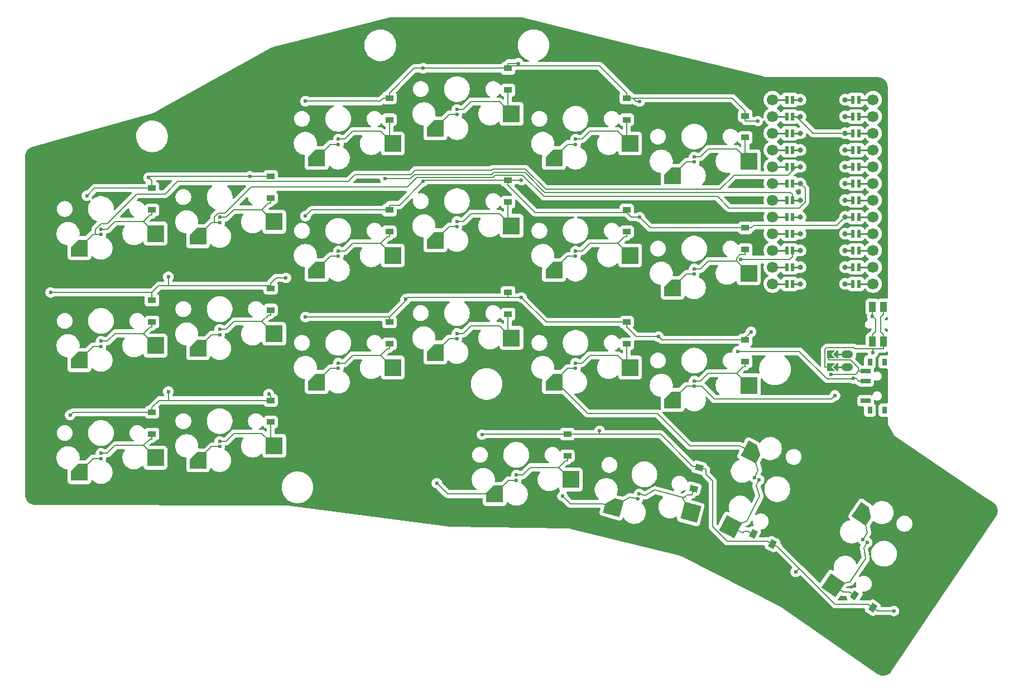
<source format=gbr>
%TF.GenerationSoftware,KiCad,Pcbnew,9.0.2*%
%TF.CreationDate,2025-06-10T18:45:11-06:00*%
%TF.ProjectId,scyboard,73637962-6f61-4726-942e-6b696361645f,1*%
%TF.SameCoordinates,Original*%
%TF.FileFunction,Copper,L1,Top*%
%TF.FilePolarity,Positive*%
%FSLAX46Y46*%
G04 Gerber Fmt 4.6, Leading zero omitted, Abs format (unit mm)*
G04 Created by KiCad (PCBNEW 9.0.2) date 2025-06-10 18:45:11*
%MOMM*%
%LPD*%
G01*
G04 APERTURE LIST*
G04 Aperture macros list*
%AMRotRect*
0 Rectangle, with rotation*
0 The origin of the aperture is its center*
0 $1 length*
0 $2 width*
0 $3 Rotation angle, in degrees counterclockwise*
0 Add horizontal line*
21,1,$1,$2,0,0,$3*%
%AMOutline5P*
0 Free polygon, 5 corners , with rotation*
0 The origin of the aperture is its center*
0 number of corners: always 5*
0 $1 to $10 corner X, Y*
0 $11 Rotation angle, in degrees counterclockwise*
0 create outline with 5 corners*
4,1,5,$1,$2,$3,$4,$5,$6,$7,$8,$9,$10,$1,$2,$11*%
%AMOutline6P*
0 Free polygon, 6 corners , with rotation*
0 The origin of the aperture is its center*
0 number of corners: always 6*
0 $1 to $12 corner X, Y*
0 $13 Rotation angle, in degrees counterclockwise*
0 create outline with 6 corners*
4,1,6,$1,$2,$3,$4,$5,$6,$7,$8,$9,$10,$11,$12,$1,$2,$13*%
%AMOutline7P*
0 Free polygon, 7 corners , with rotation*
0 The origin of the aperture is its center*
0 number of corners: always 7*
0 $1 to $14 corner X, Y*
0 $15 Rotation angle, in degrees counterclockwise*
0 create outline with 7 corners*
4,1,7,$1,$2,$3,$4,$5,$6,$7,$8,$9,$10,$11,$12,$13,$14,$1,$2,$15*%
%AMOutline8P*
0 Free polygon, 8 corners , with rotation*
0 The origin of the aperture is its center*
0 number of corners: always 8*
0 $1 to $16 corner X, Y*
0 $17 Rotation angle, in degrees counterclockwise*
0 create outline with 8 corners*
4,1,8,$1,$2,$3,$4,$5,$6,$7,$8,$9,$10,$11,$12,$13,$14,$15,$16,$1,$2,$17*%
%AMFreePoly0*
4,1,6,0.600000,-1.000000,0.000000,-0.400000,-0.600000,-1.000000,-0.600000,0.250000,0.600000,0.250000,0.600000,-1.000000,0.600000,-1.000000,$1*%
%AMFreePoly1*
4,1,6,0.600000,-0.200000,0.600000,-0.400000,-0.600000,-0.400000,-0.600000,-0.200000,0.000000,0.400000,0.600000,-0.200000,0.600000,-0.200000,$1*%
G04 Aperture macros list end*
%TA.AperFunction,SMDPad,CuDef*%
%ADD10R,1.200000X0.900000*%
%TD*%
%TA.AperFunction,SMDPad,CuDef*%
%ADD11R,0.600000X1.200000*%
%TD*%
%TA.AperFunction,ComponentPad*%
%ADD12C,1.700000*%
%TD*%
%TA.AperFunction,ComponentPad*%
%ADD13C,0.800000*%
%TD*%
%TA.AperFunction,SMDPad,CuDef*%
%ADD14RotRect,0.900000X1.200000X146.000000*%
%TD*%
%TA.AperFunction,SMDPad,CuDef*%
%ADD15R,0.800000X1.000000*%
%TD*%
%TA.AperFunction,SMDPad,CuDef*%
%ADD16R,1.500000X0.700000*%
%TD*%
%TA.AperFunction,SMDPad,CuDef*%
%ADD17RotRect,0.900000X1.200000X255.000000*%
%TD*%
%TA.AperFunction,SMDPad,CuDef*%
%ADD18FreePoly0,90.000000*%
%TD*%
%TA.AperFunction,ComponentPad*%
%ADD19O,1.750000X1.200000*%
%TD*%
%TA.AperFunction,SMDPad,CuDef*%
%ADD20FreePoly1,90.000000*%
%TD*%
%TA.AperFunction,SMDPad,CuDef*%
%ADD21R,1.000000X1.550000*%
%TD*%
%TA.AperFunction,SMDPad,CuDef*%
%ADD22RotRect,0.900000X1.200000X153.000000*%
%TD*%
%TA.AperFunction,SMDPad,CuDef*%
%ADD23Outline5P,-1.300000X1.300000X1.300000X1.300000X1.300000X-0.117000X0.117000X-1.300000X-1.300000X-1.300000X180.000000*%
%TD*%
%TA.AperFunction,SMDPad,CuDef*%
%ADD24R,2.600000X2.600000*%
%TD*%
%TA.AperFunction,SMDPad,CuDef*%
%ADD25Outline5P,-1.300000X1.300000X1.300000X1.300000X1.300000X-0.117000X0.117000X-1.300000X-1.300000X-1.300000X56.000000*%
%TD*%
%TA.AperFunction,SMDPad,CuDef*%
%ADD26RotRect,2.600000X2.600000X56.000000*%
%TD*%
%TA.AperFunction,SMDPad,CuDef*%
%ADD27Outline5P,-1.300000X1.300000X1.300000X1.300000X1.300000X-0.117000X0.117000X-1.300000X-1.300000X-1.300000X165.000000*%
%TD*%
%TA.AperFunction,SMDPad,CuDef*%
%ADD28RotRect,2.600000X2.600000X165.000000*%
%TD*%
%TA.AperFunction,SMDPad,CuDef*%
%ADD29Outline5P,-1.300000X1.300000X1.300000X1.300000X1.300000X-0.117000X0.117000X-1.300000X-1.300000X-1.300000X63.000000*%
%TD*%
%TA.AperFunction,SMDPad,CuDef*%
%ADD30RotRect,2.600000X2.600000X63.000000*%
%TD*%
%TA.AperFunction,ViaPad*%
%ADD31C,0.600000*%
%TD*%
%TA.AperFunction,Conductor*%
%ADD32C,0.200000*%
%TD*%
%TA.AperFunction,Conductor*%
%ADD33C,0.250000*%
%TD*%
G04 APERTURE END LIST*
D10*
%TO.P,D24,1*%
%TO.N,R1*%
X57750000Y-79850000D03*
%TO.P,D24,2*%
%TO.N,outer_home_B*%
X57750000Y-83150000D03*
%TD*%
D11*
%TO.P,MCU1,1*%
%TO.N,MCU1_1*%
X164980000Y-49445000D03*
D12*
X167120000Y-49445000D03*
D11*
%TO.P,MCU1,2*%
%TO.N,MCU1_2*%
X164980000Y-51985000D03*
D12*
X167120000Y-51985000D03*
D11*
%TO.P,MCU1,3*%
%TO.N,MCU1_3*%
X164980000Y-54525000D03*
D12*
X167120000Y-54525000D03*
D11*
%TO.P,MCU1,4*%
%TO.N,MCU1_4*%
X164980000Y-57065000D03*
D12*
X167120000Y-57065000D03*
D11*
%TO.P,MCU1,5*%
%TO.N,MCU1_5*%
X164980000Y-59605000D03*
D12*
X167120000Y-59605000D03*
D11*
%TO.P,MCU1,6*%
%TO.N,MCU1_6*%
X164980000Y-62145000D03*
D12*
X167120000Y-62145000D03*
D11*
%TO.P,MCU1,7*%
%TO.N,MCU1_7*%
X164980000Y-64685000D03*
D12*
X167120000Y-64685000D03*
D11*
%TO.P,MCU1,8*%
%TO.N,MCU1_8*%
X164980000Y-67225000D03*
D12*
X167120000Y-67225000D03*
D11*
%TO.P,MCU1,9*%
%TO.N,MCU1_9*%
X164980000Y-69765000D03*
D12*
X167120000Y-69765000D03*
D11*
%TO.P,MCU1,10*%
%TO.N,MCU1_10*%
X164980000Y-72305000D03*
D12*
X167120000Y-72305000D03*
D11*
%TO.P,MCU1,11*%
%TO.N,MCU1_11*%
X164980000Y-74845000D03*
D12*
X167120000Y-74845000D03*
D11*
%TO.P,MCU1,12*%
%TO.N,MCU1_12*%
X164980000Y-77385000D03*
D12*
X167120000Y-77385000D03*
%TO.P,MCU1,13*%
%TO.N,MCU1_13*%
X151880000Y-77385000D03*
D11*
X154020000Y-77385000D03*
D12*
%TO.P,MCU1,14*%
%TO.N,MCU1_14*%
X151880000Y-74845000D03*
D11*
X154020000Y-74845000D03*
D12*
%TO.P,MCU1,15*%
%TO.N,MCU1_15*%
X151880000Y-72305000D03*
D11*
X154020000Y-72305000D03*
D12*
%TO.P,MCU1,16*%
%TO.N,MCU1_16*%
X151880000Y-69765000D03*
D11*
X154020000Y-69765000D03*
D12*
%TO.P,MCU1,17*%
%TO.N,MCU1_17*%
X151880000Y-67225000D03*
D11*
X154020000Y-67225000D03*
D12*
%TO.P,MCU1,18*%
%TO.N,MCU1_18*%
X151880000Y-64685000D03*
D11*
X154020000Y-64685000D03*
D12*
%TO.P,MCU1,19*%
%TO.N,MCU1_19*%
X151880000Y-62145000D03*
D11*
X154020000Y-62145000D03*
D12*
%TO.P,MCU1,20*%
%TO.N,MCU1_20*%
X151880000Y-59605000D03*
D11*
X154020000Y-59605000D03*
D12*
%TO.P,MCU1,21*%
%TO.N,MCU1_21*%
X151880000Y-57065000D03*
D11*
X154020000Y-57065000D03*
D12*
%TO.P,MCU1,22*%
%TO.N,MCU1_22*%
X151880000Y-54525000D03*
D11*
X154020000Y-54525000D03*
D12*
%TO.P,MCU1,23*%
%TO.N,MCU1_23*%
X151880000Y-51985000D03*
D11*
X154020000Y-51985000D03*
D12*
%TO.P,MCU1,24*%
%TO.N,MCU1_24*%
X151880000Y-49445000D03*
D11*
X154020000Y-49445000D03*
D13*
%TO.P,MCU1,101*%
%TO.N,P1*%
X162900000Y-49445000D03*
D11*
X164080000Y-49445000D03*
D13*
%TO.P,MCU1,102*%
%TO.N,P0*%
X162900000Y-51985000D03*
D11*
X164080000Y-51985000D03*
D13*
%TO.P,MCU1,103*%
%TO.N,GND*%
X162900000Y-54525000D03*
D11*
X164080000Y-54525000D03*
D13*
%TO.P,MCU1,104*%
X162900000Y-57065000D03*
D11*
X164080000Y-57065000D03*
D13*
%TO.P,MCU1,105*%
%TO.N,P2*%
X162900000Y-59605000D03*
D11*
X164080000Y-59605000D03*
D13*
%TO.P,MCU1,106*%
%TO.N,P3*%
X162900000Y-62145000D03*
D11*
X164080000Y-62145000D03*
D13*
%TO.P,MCU1,107*%
%TO.N,R0*%
X162900000Y-64685000D03*
D11*
X164080000Y-64685000D03*
D13*
%TO.P,MCU1,108*%
%TO.N,R1*%
X162900000Y-67225000D03*
D11*
X164080000Y-67225000D03*
D13*
%TO.P,MCU1,109*%
%TO.N,R2*%
X162900000Y-69765000D03*
D11*
X164080000Y-69765000D03*
D13*
%TO.P,MCU1,110*%
%TO.N,R3*%
X162900000Y-72305000D03*
D11*
X164080000Y-72305000D03*
D13*
%TO.P,MCU1,111*%
%TO.N,P8*%
X162900000Y-74845000D03*
D11*
X164080000Y-74845000D03*
D13*
%TO.P,MCU1,112*%
%TO.N,P9*%
X162900000Y-77385000D03*
D11*
X164080000Y-77385000D03*
%TO.P,MCU1,113*%
%TO.N,P10*%
X154920000Y-77385000D03*
D13*
X156100000Y-77385000D03*
D11*
%TO.P,MCU1,114*%
%TO.N,P16*%
X154920000Y-74845000D03*
D13*
X156100000Y-74845000D03*
D11*
%TO.P,MCU1,115*%
%TO.N,C5*%
X154920000Y-72305000D03*
D13*
X156100000Y-72305000D03*
D11*
%TO.P,MCU1,116*%
%TO.N,C4*%
X154920000Y-69765000D03*
D13*
X156100000Y-69765000D03*
D11*
%TO.P,MCU1,117*%
%TO.N,C3*%
X154920000Y-67225000D03*
D13*
X156100000Y-67225000D03*
D11*
%TO.P,MCU1,118*%
%TO.N,C2*%
X154920000Y-64685000D03*
D13*
X156100000Y-64685000D03*
D11*
%TO.P,MCU1,119*%
%TO.N,C1*%
X154920000Y-62145000D03*
D13*
X156100000Y-62145000D03*
D11*
%TO.P,MCU1,120*%
%TO.N,C0*%
X154920000Y-59605000D03*
D13*
X156100000Y-59605000D03*
D11*
%TO.P,MCU1,121*%
%TO.N,VCC*%
X154920000Y-57065000D03*
D13*
X156100000Y-57065000D03*
D11*
%TO.P,MCU1,122*%
%TO.N,RST*%
X154920000Y-54525000D03*
D13*
X156100000Y-54525000D03*
D11*
%TO.P,MCU1,123*%
%TO.N,GND*%
X154920000Y-51985000D03*
D13*
X156100000Y-51985000D03*
D11*
%TO.P,MCU1,124*%
%TO.N,RAW*%
X154920000Y-49445000D03*
D13*
X156100000Y-49445000D03*
%TD*%
D10*
%TO.P,D35,1*%
%TO.N,R2*%
X129750000Y-83170000D03*
%TO.P,D35,2*%
%TO.N,index_bottom_B*%
X129750000Y-86470000D03*
%TD*%
D14*
%TO.P,D44,1*%
%TO.N,R3*%
X167077712Y-126506468D03*
%TO.P,D44,2*%
%TO.N,reach_cluster_B*%
X164341888Y-124661132D03*
%TD*%
D10*
%TO.P,D25,1*%
%TO.N,R0*%
X57750000Y-62850000D03*
%TO.P,D25,2*%
%TO.N,outer_top_B*%
X57750000Y-66150000D03*
%TD*%
%TO.P,D32,1*%
%TO.N,R2*%
X111750000Y-78670000D03*
%TO.P,D32,2*%
%TO.N,middle_bottom_B*%
X111750000Y-81970000D03*
%TD*%
%TO.P,D30,1*%
%TO.N,R1*%
X93750000Y-66170000D03*
%TO.P,D30,2*%
%TO.N,ring_home_B*%
X93750000Y-69470000D03*
%TD*%
%TO.P,D31,1*%
%TO.N,R0*%
X93750000Y-49170000D03*
%TO.P,D31,2*%
%TO.N,ring_top_B*%
X93750000Y-52470000D03*
%TD*%
%TO.P,D40,1*%
%TO.N,R0*%
X147750000Y-51870000D03*
%TO.P,D40,2*%
%TO.N,inner_top_B*%
X147750000Y-55170000D03*
%TD*%
%TO.P,D23,1*%
%TO.N,R2*%
X57750000Y-96850000D03*
%TO.P,D23,2*%
%TO.N,outer_bottom_B*%
X57750000Y-100150000D03*
%TD*%
D15*
%TO.P,PWR1,*%
%TO.N,*%
X166640000Y-89220000D03*
X166640000Y-96520000D03*
X168850000Y-89220000D03*
X168850000Y-96520000D03*
D16*
%TO.P,PWR1,1*%
%TO.N,N/C*%
X165990000Y-95120000D03*
%TO.P,PWR1,2*%
%TO.N,RAW*%
X165990000Y-92120000D03*
%TO.P,PWR1,3*%
%TO.N,BAT_P*%
X165990000Y-90620000D03*
%TD*%
D10*
%TO.P,D29,1*%
%TO.N,R2*%
X93750000Y-83170000D03*
%TO.P,D29,2*%
%TO.N,ring_bottom_B*%
X93750000Y-86470000D03*
%TD*%
%TO.P,D37,1*%
%TO.N,R0*%
X129750000Y-49170000D03*
%TO.P,D37,2*%
%TO.N,index_top_B*%
X129750000Y-52470000D03*
%TD*%
D17*
%TO.P,D42,1*%
%TO.N,R3*%
X140741250Y-105243222D03*
%TO.P,D42,2*%
%TO.N,layer_cluster_B*%
X139887150Y-108430778D03*
%TD*%
D18*
%TO.P,JST1,1*%
%TO.N,BAT_P*%
X160409000Y-88030000D03*
%TO.P,JST1,2*%
%TO.N,GND*%
X160409000Y-90030000D03*
D19*
%TO.P,JST1,11*%
%TO.N,JST1_1*%
X163225000Y-88030000D03*
%TO.P,JST1,12*%
%TO.N,JST1_2*%
X163225000Y-90030000D03*
D20*
%TO.P,JST1,21*%
%TO.N,JST1_1*%
X161425000Y-88030000D03*
%TO.P,JST1,22*%
%TO.N,JST1_2*%
X161425000Y-90030000D03*
%TD*%
D10*
%TO.P,D26,1*%
%TO.N,R2*%
X75750000Y-95050000D03*
%TO.P,D26,2*%
%TO.N,pinky_bottom_B*%
X75750000Y-98350000D03*
%TD*%
D21*
%TO.P,RST1,1*%
%TO.N,GND*%
X168734000Y-86145000D03*
%TO.P,RST1,2*%
%TO.N,RST*%
X167034000Y-86145000D03*
%TO.P,RST1,3*%
%TO.N,GND*%
X168734000Y-80895000D03*
%TO.P,RST1,4*%
%TO.N,RST*%
X167034000Y-80895000D03*
%TD*%
D10*
%TO.P,D33,1*%
%TO.N,R1*%
X111750000Y-61670000D03*
%TO.P,D33,2*%
%TO.N,middle_home_B*%
X111750000Y-64970000D03*
%TD*%
%TO.P,D28,1*%
%TO.N,R0*%
X75750000Y-61050000D03*
%TO.P,D28,2*%
%TO.N,pinky_top_B*%
X75750000Y-64350000D03*
%TD*%
%TO.P,D41,1*%
%TO.N,R3*%
X120750000Y-100170000D03*
%TO.P,D41,2*%
%TO.N,tuck_cluster_B*%
X120750000Y-103470000D03*
%TD*%
D22*
%TO.P,D43,1*%
%TO.N,R3*%
X151888261Y-116855384D03*
%TO.P,D43,2*%
%TO.N,space_cluster_B*%
X148947939Y-115357216D03*
%TD*%
D10*
%TO.P,D39,1*%
%TO.N,R1*%
X147750000Y-68870000D03*
%TO.P,D39,2*%
%TO.N,inner_home_B*%
X147750000Y-72170000D03*
%TD*%
%TO.P,D34,1*%
%TO.N,R0*%
X111750000Y-44670000D03*
%TO.P,D34,2*%
%TO.N,middle_top_B*%
X111750000Y-47970000D03*
%TD*%
%TO.P,D38,1*%
%TO.N,R2*%
X147750000Y-85870000D03*
%TO.P,D38,2*%
%TO.N,inner_bottom_B*%
X147750000Y-89170000D03*
%TD*%
%TO.P,D36,1*%
%TO.N,R1*%
X129750000Y-66170000D03*
%TO.P,D36,2*%
%TO.N,index_home_B*%
X129750000Y-69470000D03*
%TD*%
%TO.P,D27,1*%
%TO.N,R1*%
X75750000Y-78050000D03*
%TO.P,D27,2*%
%TO.N,pinky_home_B*%
X75750000Y-81350000D03*
%TD*%
D23*
%TO.P,S3,1*%
%TO.N,C0*%
X46725000Y-71950000D03*
D24*
%TO.P,S3,2*%
%TO.N,outer_top_B*%
X58275000Y-69750000D03*
%TD*%
D23*
%TO.P,S7,1*%
%TO.N,C2*%
X82725000Y-92270000D03*
D24*
%TO.P,S7,2*%
%TO.N,ring_bottom_B*%
X94275000Y-90070000D03*
%TD*%
D23*
%TO.P,S6,1*%
%TO.N,C1*%
X64725000Y-70150000D03*
D24*
%TO.P,S6,2*%
%TO.N,pinky_top_B*%
X76275000Y-67950000D03*
%TD*%
D23*
%TO.P,S11,1*%
%TO.N,C3*%
X100725000Y-70770000D03*
D24*
%TO.P,S11,2*%
%TO.N,middle_home_B*%
X112275000Y-68570000D03*
%TD*%
D23*
%TO.P,S18,1*%
%TO.N,C5*%
X136725000Y-60970000D03*
D24*
%TO.P,S18,2*%
%TO.N,inner_top_B*%
X148275000Y-58770000D03*
%TD*%
D25*
%TO.P,S22,1*%
%TO.N,C5*%
X165698583Y-112277704D03*
D26*
%TO.P,S22,2*%
%TO.N,reach_cluster_B*%
X161063788Y-123083313D03*
%TD*%
D23*
%TO.P,S10,1*%
%TO.N,C3*%
X100725000Y-87770000D03*
D24*
%TO.P,S10,2*%
%TO.N,middle_bottom_B*%
X112275000Y-85570000D03*
%TD*%
D23*
%TO.P,S12,1*%
%TO.N,C3*%
X100725000Y-53770000D03*
D24*
%TO.P,S12,2*%
%TO.N,middle_top_B*%
X112275000Y-51570000D03*
%TD*%
D23*
%TO.P,S8,1*%
%TO.N,C2*%
X82725000Y-75270000D03*
D24*
%TO.P,S8,2*%
%TO.N,ring_home_B*%
X94275000Y-73070000D03*
%TD*%
D23*
%TO.P,S19,1*%
%TO.N,C2*%
X109725000Y-109270000D03*
D24*
%TO.P,S19,2*%
%TO.N,tuck_cluster_B*%
X121275000Y-107070000D03*
%TD*%
D23*
%TO.P,S1,1*%
%TO.N,C0*%
X46725000Y-105950000D03*
D24*
%TO.P,S1,2*%
%TO.N,outer_bottom_B*%
X58275000Y-103750000D03*
%TD*%
D23*
%TO.P,S15,1*%
%TO.N,C4*%
X118725000Y-58270000D03*
D24*
%TO.P,S15,2*%
%TO.N,index_top_B*%
X130275000Y-56070000D03*
%TD*%
D23*
%TO.P,S16,1*%
%TO.N,C5*%
X136725000Y-94970000D03*
D24*
%TO.P,S16,2*%
%TO.N,inner_bottom_B*%
X148275000Y-92770000D03*
%TD*%
D27*
%TO.P,S20,1*%
%TO.N,C3*%
X127736620Y-111179626D03*
D28*
%TO.P,S20,2*%
%TO.N,layer_cluster_B*%
X139462465Y-112043949D03*
%TD*%
D23*
%TO.P,S14,1*%
%TO.N,C4*%
X118725000Y-75270000D03*
D24*
%TO.P,S14,2*%
%TO.N,index_home_B*%
X130275000Y-73070000D03*
%TD*%
D23*
%TO.P,S2,1*%
%TO.N,C0*%
X46725000Y-88950000D03*
D24*
%TO.P,S2,2*%
%TO.N,outer_home_B*%
X58275000Y-86750000D03*
%TD*%
D23*
%TO.P,S13,1*%
%TO.N,C4*%
X118725000Y-92270000D03*
D24*
%TO.P,S13,2*%
%TO.N,index_bottom_B*%
X130275000Y-90070000D03*
%TD*%
D23*
%TO.P,S4,1*%
%TO.N,C1*%
X64725000Y-104150000D03*
D24*
%TO.P,S4,2*%
%TO.N,pinky_bottom_B*%
X76275000Y-101950000D03*
%TD*%
D23*
%TO.P,S17,1*%
%TO.N,C5*%
X136725000Y-77970000D03*
D24*
%TO.P,S17,2*%
%TO.N,inner_home_B*%
X148275000Y-75770000D03*
%TD*%
D29*
%TO.P,S21,1*%
%TO.N,C4*%
X148785330Y-102900710D03*
D30*
%TO.P,S21,2*%
%TO.N,space_cluster_B*%
X145501954Y-114190615D03*
%TD*%
D23*
%TO.P,S9,1*%
%TO.N,C2*%
X82725000Y-58270000D03*
D24*
%TO.P,S9,2*%
%TO.N,ring_top_B*%
X94275000Y-56070000D03*
%TD*%
D23*
%TO.P,S5,1*%
%TO.N,C1*%
X64725000Y-87150000D03*
D24*
%TO.P,S5,2*%
%TO.N,pinky_home_B*%
X76275000Y-84950000D03*
%TD*%
D31*
%TO.N,C0*%
X50000000Y-86875000D03*
X50000000Y-103875000D03*
X50000000Y-69875000D03*
%TO.N,outer_bottom_B*%
X50000000Y-103075000D03*
%TO.N,GND*%
X167131100Y-87820000D03*
%TO.N,outer_home_B*%
X50000000Y-86075000D03*
%TO.N,outer_top_B*%
X50000000Y-69075000D03*
%TO.N,C1*%
X68000000Y-102075000D03*
X68000000Y-85075000D03*
X68000000Y-68075000D03*
%TO.N,pinky_bottom_B*%
X68000000Y-101275000D03*
%TO.N,pinky_home_B*%
X68000000Y-84275000D03*
%TO.N,pinky_top_B*%
X68000000Y-67275000D03*
%TO.N,C2*%
X86000000Y-73195000D03*
X86000000Y-90195000D03*
X100940000Y-107620000D03*
X86000000Y-56195000D03*
X93094700Y-61432000D03*
X113000000Y-107195000D03*
%TO.N,ring_bottom_B*%
X86000000Y-89395000D03*
%TO.N,ring_home_B*%
X86000000Y-72395000D03*
%TO.N,ring_top_B*%
X86000000Y-55395000D03*
%TO.N,C3*%
X131437000Y-110023000D03*
X104000000Y-85695000D03*
X120014500Y-109573700D03*
X104000000Y-51695000D03*
X104000000Y-68695000D03*
%TO.N,middle_bottom_B*%
X104000000Y-84895000D03*
%TO.N,middle_home_B*%
X104000000Y-67895000D03*
%TO.N,middle_top_B*%
X104000000Y-50895000D03*
%TO.N,C4*%
X122000000Y-56195000D03*
X122000000Y-73195000D03*
X149147000Y-106761000D03*
X122000000Y-90195000D03*
%TO.N,index_bottom_B*%
X122000000Y-89395000D03*
%TO.N,index_home_B*%
X122000000Y-72395000D03*
%TO.N,index_top_B*%
X122000000Y-55395000D03*
%TO.N,C5*%
X140000000Y-92895000D03*
X161350100Y-94308400D03*
X147070500Y-73671200D03*
X165587000Y-116153000D03*
X140000000Y-75895000D03*
X140000000Y-58895000D03*
%TO.N,inner_bottom_B*%
X140000000Y-92095000D03*
%TO.N,inner_home_B*%
X140000000Y-75095000D03*
%TO.N,inner_top_B*%
X140000000Y-58095000D03*
%TO.N,tuck_cluster_B*%
X113000000Y-106395000D03*
%TO.N,layer_cluster_B*%
X131644000Y-109250000D03*
%TO.N,space_cluster_B*%
X149860000Y-107124000D03*
%TO.N,reach_cluster_B*%
X166251000Y-116600000D03*
%TO.N,R2*%
X148606300Y-84659900D03*
X134577800Y-85386700D03*
X113796100Y-79438900D03*
X45336800Y-97282300D03*
X60210300Y-93710700D03*
X96227900Y-79701700D03*
X81033200Y-82412800D03*
X75451100Y-94077900D03*
%TO.N,R1*%
X113796100Y-61639200D03*
X131720200Y-67238200D03*
X42362100Y-78676000D03*
X81033200Y-67088200D03*
X78058500Y-76465000D03*
X98881400Y-61824600D03*
X60210300Y-76289000D03*
%TO.N,R0*%
X81033200Y-49666500D03*
X131720200Y-49699900D03*
X72582300Y-61050000D03*
X57235600Y-61254300D03*
X113328600Y-43916500D03*
X149644300Y-52673800D03*
X47865400Y-63994600D03*
X98881400Y-44670000D03*
%TO.N,R3*%
X170274200Y-127021300D03*
X125653700Y-99705400D03*
X107805500Y-100256200D03*
X155400700Y-121073500D03*
%TO.N,RAW*%
X146581100Y-87610400D03*
X164095700Y-91727300D03*
%TO.N,RST*%
X166999500Y-82282500D03*
%TO.N,BAT_P*%
X160761900Y-91137500D03*
%TD*%
D32*
%TO.N,C0*%
X154240000Y-60875000D02*
X146076600Y-60875000D01*
X109417000Y-59926100D02*
X109250700Y-60092400D01*
X48800000Y-86875000D02*
X50000000Y-86875000D01*
X97706600Y-60092400D02*
X97144200Y-60654800D01*
X49129400Y-69875000D02*
X50000000Y-69875000D01*
X114362600Y-59926100D02*
X109417000Y-59926100D01*
X146076600Y-60875000D02*
X143912900Y-63038700D01*
X59722400Y-63735500D02*
X55448900Y-63735500D01*
X117475200Y-63038700D02*
X114362600Y-59926100D01*
X48800000Y-103875000D02*
X50000000Y-103875000D01*
D33*
X154920000Y-59605000D02*
X155510000Y-59605000D01*
D32*
X155510000Y-59605000D02*
X154240000Y-60875000D01*
X46725000Y-105950000D02*
X48800000Y-103875000D01*
X87519000Y-61823300D02*
X61634600Y-61823300D01*
X46725000Y-88950000D02*
X48800000Y-86875000D01*
X49964000Y-68251700D02*
X49129400Y-69086300D01*
X55448900Y-63735500D02*
X55448900Y-63735600D01*
X50932800Y-68251700D02*
X49964000Y-68251700D01*
D33*
X155510000Y-59605000D02*
X156100000Y-59605000D01*
D32*
X46725000Y-71950000D02*
X48800000Y-69875000D01*
X61634600Y-61823300D02*
X59722400Y-63735500D01*
X96977900Y-60821100D02*
X88521200Y-60821100D01*
X109250700Y-60092400D02*
X97706600Y-60092400D01*
X48800000Y-69875000D02*
X49129400Y-69875000D01*
X109417000Y-59926100D02*
X109250700Y-60092400D01*
X55448900Y-63735600D02*
X50932800Y-68251700D01*
X97144200Y-60654800D02*
X96977900Y-60821100D01*
X49129400Y-69086300D02*
X49129400Y-69875000D01*
X97144200Y-60654800D02*
X96977900Y-60821100D01*
X143912900Y-63038700D02*
X117475200Y-63038700D01*
X88521200Y-60821100D02*
X87519000Y-61823300D01*
%TO.N,outer_bottom_B*%
X52154000Y-101896000D02*
X50975000Y-103075000D01*
X57415300Y-100901700D02*
X56421000Y-101896000D01*
X50975000Y-103075000D02*
X50000000Y-103075000D01*
X57750000Y-100150000D02*
X57750000Y-100901700D01*
X58275000Y-103750000D02*
X56421000Y-101896000D01*
X57750000Y-100901700D02*
X57415300Y-100901700D01*
X56421000Y-101896000D02*
X52154000Y-101896000D01*
%TO.N,GND*%
X168734000Y-85606600D02*
X168734000Y-85068300D01*
X168734000Y-86145000D02*
X168734000Y-87221700D01*
X158050000Y-54525000D02*
X162900000Y-54525000D01*
X164401700Y-87221700D02*
X167131100Y-87221700D01*
X168309000Y-84643300D02*
X168309000Y-82396700D01*
X167131100Y-87221700D02*
X168734000Y-87221700D01*
D33*
X155510000Y-51985000D02*
X156100000Y-51985000D01*
D32*
X168734000Y-80895000D02*
X168734000Y-81971700D01*
X160409000Y-90030000D02*
X159857300Y-90030000D01*
X159857300Y-87285100D02*
X160062200Y-87080200D01*
X167131100Y-87221700D02*
X167131100Y-87820000D01*
X155510000Y-51985000D02*
X158050000Y-54525000D01*
X168734000Y-85606600D02*
X168734000Y-86145000D01*
X168309000Y-82396700D02*
X168734000Y-81971700D01*
X160062200Y-87080200D02*
X164260200Y-87080200D01*
X168734000Y-85068300D02*
X168309000Y-84643300D01*
D33*
X154920000Y-51985000D02*
X155510000Y-51985000D01*
D32*
X164260200Y-87080200D02*
X164401700Y-87221700D01*
D33*
X164080000Y-54525000D02*
X162900000Y-54525000D01*
D32*
X159857300Y-90030000D02*
X159857300Y-87285100D01*
D33*
X164080000Y-57065000D02*
X162900000Y-57065000D01*
D32*
%TO.N,outer_home_B*%
X58275000Y-86750000D02*
X56421000Y-84896000D01*
X57415300Y-83901700D02*
X56421000Y-84896000D01*
X56421000Y-84896000D02*
X52154000Y-84896000D01*
X52154000Y-84896000D02*
X50975000Y-86075000D01*
X50975000Y-86075000D02*
X50000000Y-86075000D01*
X57750000Y-83150000D02*
X57750000Y-83901700D01*
X57750000Y-83901700D02*
X57415300Y-83901700D01*
%TO.N,outer_top_B*%
X50975000Y-69075000D02*
X50000000Y-69075000D01*
X56421000Y-67896000D02*
X52154000Y-67896000D01*
X57750000Y-66901700D02*
X57415300Y-66901700D01*
X57415300Y-66901700D02*
X56421000Y-67896000D01*
X58275000Y-69750000D02*
X56421000Y-67896000D01*
X52154000Y-67896000D02*
X50975000Y-69075000D01*
X57750000Y-66150000D02*
X57750000Y-66901700D01*
%TO.N,C1*%
X96446800Y-62689900D02*
X97913900Y-61222800D01*
X109784700Y-60894300D02*
X113961200Y-60894300D01*
X109456200Y-61222800D02*
X109784700Y-60894300D01*
X67200000Y-68075000D02*
X67200000Y-67215700D01*
X143541200Y-64135400D02*
X145262800Y-65857000D01*
X72767800Y-62689900D02*
X96446800Y-62689900D01*
X64725000Y-87150000D02*
X66800000Y-85075000D01*
X66800000Y-68075000D02*
X67200000Y-68075000D01*
X67200000Y-67215700D02*
X67767800Y-66647900D01*
X66800000Y-102075000D02*
X68000000Y-102075000D01*
X67767800Y-66647900D02*
X68809800Y-66647900D01*
X64725000Y-70150000D02*
X66800000Y-68075000D01*
X64725000Y-104150000D02*
X66800000Y-102075000D01*
X156812100Y-62857100D02*
X156100000Y-62145000D01*
X66800000Y-85075000D02*
X68000000Y-85075000D01*
D33*
X154920000Y-62145000D02*
X156100000Y-62145000D01*
D32*
X97913900Y-61222800D02*
X109456200Y-61222800D01*
X145262800Y-65857000D02*
X155922300Y-65857000D01*
X155922300Y-65857000D02*
X156812100Y-64967200D01*
X68809800Y-66647900D02*
X72767800Y-62689900D01*
X156812100Y-64967200D02*
X156812100Y-62857100D01*
X113961200Y-60894300D02*
X117202300Y-64135400D01*
X117202300Y-64135400D02*
X143541200Y-64135400D01*
X67200000Y-68075000D02*
X68000000Y-68075000D01*
%TO.N,pinky_bottom_B*%
X75750000Y-101000000D02*
X75750000Y-98350000D01*
X70154000Y-100096000D02*
X68975000Y-101275000D01*
X76275000Y-101950000D02*
X75537500Y-101212500D01*
X74421000Y-100096000D02*
X70154000Y-100096000D01*
X75537500Y-101212500D02*
X74421000Y-100096000D01*
X68975000Y-101275000D02*
X68000000Y-101275000D01*
X75537500Y-101212500D02*
X75750000Y-101000000D01*
%TO.N,pinky_home_B*%
X75750000Y-81350000D02*
X75750000Y-82101700D01*
X68975000Y-84275000D02*
X68000000Y-84275000D01*
X74421000Y-83096000D02*
X70154000Y-83096000D01*
X75750000Y-82101700D02*
X75415300Y-82101700D01*
X75415300Y-82101700D02*
X74421000Y-83096000D01*
X70154000Y-83096000D02*
X68975000Y-84275000D01*
X76275000Y-84950000D02*
X74421000Y-83096000D01*
%TO.N,pinky_top_B*%
X76275000Y-67950000D02*
X74421000Y-66096000D01*
X75750000Y-65101700D02*
X75415300Y-65101700D01*
X74421000Y-66096000D02*
X70154000Y-66096000D01*
X68975000Y-67275000D02*
X68000000Y-67275000D01*
X75415300Y-65101700D02*
X74421000Y-66096000D01*
X70154000Y-66096000D02*
X68975000Y-67275000D01*
X75750000Y-64350000D02*
X75750000Y-65101700D01*
%TO.N,C2*%
X102590000Y-109270000D02*
X109725000Y-109270000D01*
X154920000Y-63783300D02*
X154610000Y-63473300D01*
X96935100Y-61432000D02*
X93094700Y-61432000D01*
X154610000Y-63473300D02*
X117341700Y-63473300D01*
X84800000Y-90195000D02*
X86000000Y-90195000D01*
X109584800Y-60492600D02*
X109256300Y-60821100D01*
X109256300Y-60821100D02*
X97546000Y-60821100D01*
X82725000Y-92270000D02*
X84800000Y-90195000D01*
X117341700Y-63473300D02*
X114361000Y-60492600D01*
X111800000Y-107195000D02*
X113000000Y-107195000D01*
D33*
X154920000Y-64685000D02*
X156100000Y-64685000D01*
D32*
X97546000Y-60821100D02*
X96935100Y-61432000D01*
X84800000Y-56195000D02*
X86000000Y-56195000D01*
X82725000Y-58270000D02*
X84800000Y-56195000D01*
X84800000Y-73195000D02*
X86000000Y-73195000D01*
X109725000Y-109270000D02*
X111800000Y-107195000D01*
X100940000Y-107620000D02*
X102590000Y-109270000D01*
X154920000Y-64685000D02*
X154920000Y-63783300D01*
X114361000Y-60492600D02*
X109584800Y-60492600D01*
X82725000Y-75270000D02*
X84800000Y-73195000D01*
%TO.N,ring_bottom_B*%
X92421000Y-88216000D02*
X88154000Y-88216000D01*
X93750000Y-87221700D02*
X93415300Y-87221700D01*
X93750000Y-86470000D02*
X93750000Y-87221700D01*
X94275000Y-90070000D02*
X92421000Y-88216000D01*
X86975000Y-89395000D02*
X86000000Y-89395000D01*
X88154000Y-88216000D02*
X86975000Y-89395000D01*
X93415300Y-87221700D02*
X92421000Y-88216000D01*
%TO.N,ring_home_B*%
X93750000Y-70221700D02*
X93415300Y-70221700D01*
X94275000Y-73070000D02*
X92421000Y-71216000D01*
X88154000Y-71216000D02*
X86975000Y-72395000D01*
X92421000Y-71216000D02*
X88154000Y-71216000D01*
X86975000Y-72395000D02*
X86000000Y-72395000D01*
X93750000Y-69470000D02*
X93750000Y-70221700D01*
X93415300Y-70221700D02*
X92421000Y-71216000D01*
%TO.N,ring_top_B*%
X93537500Y-55332500D02*
X93750000Y-55120000D01*
X92421000Y-54216000D02*
X88154000Y-54216000D01*
X94275000Y-56070000D02*
X93537500Y-55332500D01*
X86975000Y-55395000D02*
X86000000Y-55395000D01*
X93750000Y-55120000D02*
X93750000Y-52470000D01*
X93537500Y-55332500D02*
X92421000Y-54216000D01*
X88154000Y-54216000D02*
X86975000Y-55395000D01*
%TO.N,C3*%
X100725000Y-70770000D02*
X102800000Y-68695000D01*
X100725000Y-53770000D02*
X102800000Y-51695000D01*
X120014500Y-109573700D02*
X121169800Y-110729000D01*
X102800000Y-85695000D02*
X104000000Y-85695000D01*
X100725000Y-87770000D02*
X102800000Y-85695000D01*
X127737000Y-111180000D02*
X130278000Y-109712000D01*
X102800000Y-68695000D02*
X104000000Y-68695000D01*
X127736600Y-111179600D02*
X127737000Y-111180000D01*
X102800000Y-51695000D02*
X104000000Y-51695000D01*
X127736600Y-111179600D02*
X126054500Y-110728900D01*
X121169800Y-110729000D02*
X126054400Y-110729000D01*
X126054400Y-110729000D02*
X126054500Y-110728900D01*
X130278000Y-109712000D02*
X131437000Y-110023000D01*
D33*
X154920000Y-67225000D02*
X156100000Y-67225000D01*
D32*
%TO.N,middle_bottom_B*%
X104975000Y-84895000D02*
X104000000Y-84895000D01*
X110421000Y-83716000D02*
X106154000Y-83716000D01*
X112275000Y-85570000D02*
X111537500Y-84832500D01*
X106154000Y-83716000D02*
X104975000Y-84895000D01*
X111537500Y-84832500D02*
X111750000Y-84620000D01*
X111750000Y-84620000D02*
X111750000Y-81970000D01*
X111537500Y-84832500D02*
X110421000Y-83716000D01*
%TO.N,middle_home_B*%
X111537500Y-67832500D02*
X110421000Y-66716000D01*
X111537500Y-67832500D02*
X111750000Y-67620000D01*
X112275000Y-68570000D02*
X111537500Y-67832500D01*
X104975000Y-67895000D02*
X104000000Y-67895000D01*
X111750000Y-67620000D02*
X111750000Y-64970000D01*
X106154000Y-66716000D02*
X104975000Y-67895000D01*
X110421000Y-66716000D02*
X106154000Y-66716000D01*
%TO.N,middle_top_B*%
X111537500Y-50832500D02*
X111750000Y-50620000D01*
X110421000Y-49716000D02*
X106154000Y-49716000D01*
X106154000Y-49716000D02*
X104975000Y-50895000D01*
X111537500Y-50832500D02*
X110421000Y-49716000D01*
X104975000Y-50895000D02*
X104000000Y-50895000D01*
X111750000Y-50620000D02*
X111750000Y-47970000D01*
X112275000Y-51570000D02*
X111537500Y-50832500D01*
D33*
%TO.N,C4*%
X154920000Y-69765000D02*
X156100000Y-69765000D01*
D32*
X146894400Y-101937300D02*
X146894500Y-101937200D01*
X149692000Y-105692000D02*
X149147000Y-106761000D01*
X120800000Y-90195000D02*
X122000000Y-90195000D01*
X148785000Y-102901000D02*
X149692000Y-105692000D01*
X118725000Y-75270000D02*
X120800000Y-73195000D01*
X118725000Y-92270000D02*
X118889700Y-92105300D01*
X120800000Y-73195000D02*
X122000000Y-73195000D01*
X120800000Y-56195000D02*
X122000000Y-56195000D01*
X123804600Y-97020200D02*
X134399200Y-97020200D01*
X134399200Y-97020200D02*
X139316300Y-101937300D01*
X148785300Y-102900700D02*
X148785000Y-102901000D01*
X118725000Y-58270000D02*
X120800000Y-56195000D01*
X118889700Y-92105300D02*
X120800000Y-90195000D01*
X148785300Y-102900700D02*
X146894500Y-101937200D01*
X139316300Y-101937300D02*
X146894400Y-101937300D01*
X118889700Y-92105300D02*
X123804600Y-97020200D01*
%TO.N,index_bottom_B*%
X130275000Y-90070000D02*
X129537500Y-89332500D01*
X129537500Y-89332500D02*
X128421000Y-88216000D01*
X124154000Y-88216000D02*
X122975000Y-89395000D01*
X128421000Y-88216000D02*
X124154000Y-88216000D01*
X129537500Y-89332500D02*
X129750000Y-89120000D01*
X129750000Y-89120000D02*
X129750000Y-86470000D01*
X122975000Y-89395000D02*
X122000000Y-89395000D01*
%TO.N,index_home_B*%
X130275000Y-73070000D02*
X128421000Y-71216000D01*
X124154000Y-71216000D02*
X122975000Y-72395000D01*
X122975000Y-72395000D02*
X122000000Y-72395000D01*
X128421000Y-71216000D02*
X124154000Y-71216000D01*
X129750000Y-70221700D02*
X129415300Y-70221700D01*
X129750000Y-69470000D02*
X129750000Y-70221700D01*
X129415300Y-70221700D02*
X128421000Y-71216000D01*
%TO.N,index_top_B*%
X128421000Y-54216000D02*
X124154000Y-54216000D01*
X124154000Y-54216000D02*
X122975000Y-55395000D01*
X129537500Y-55332500D02*
X128421000Y-54216000D01*
X130275000Y-56070000D02*
X129537500Y-55332500D01*
X129537500Y-55332500D02*
X129750000Y-55120000D01*
X129750000Y-55120000D02*
X129750000Y-52470000D01*
X122975000Y-55395000D02*
X122000000Y-55395000D01*
%TO.N,C5*%
X141124000Y-92895000D02*
X143068100Y-94839100D01*
X138800000Y-58895000D02*
X140000000Y-58895000D01*
X165698700Y-112277700D02*
X165699000Y-112278000D01*
X160819400Y-94839100D02*
X161350100Y-94308400D01*
D33*
X154920000Y-72305000D02*
X156100000Y-72305000D01*
D32*
X154920000Y-72305000D02*
X154920000Y-73206700D01*
X136725000Y-77970000D02*
X138800000Y-75895000D01*
X138800000Y-75895000D02*
X140000000Y-75895000D01*
X165699000Y-112278000D02*
X166259000Y-115158000D01*
X147070500Y-73671200D02*
X154455500Y-73671200D01*
X154455500Y-73671200D02*
X154920000Y-73206700D01*
X136725000Y-94970000D02*
X138800000Y-92895000D01*
X136725000Y-60970000D02*
X138800000Y-58895000D01*
X143068100Y-94839100D02*
X160819400Y-94839100D01*
X166259000Y-115158000D02*
X165587000Y-116153000D01*
X165698600Y-112277700D02*
X165698700Y-112277700D01*
X138800000Y-92895000D02*
X140000000Y-92895000D01*
X140000000Y-92895000D02*
X141124000Y-92895000D01*
%TO.N,inner_bottom_B*%
X142154000Y-90916000D02*
X140975000Y-92095000D01*
X140975000Y-92095000D02*
X140000000Y-92095000D01*
X147750000Y-89921700D02*
X147415300Y-89921700D01*
X147750000Y-89170000D02*
X147750000Y-89921700D01*
X147415300Y-89921700D02*
X146421000Y-90916000D01*
X148275000Y-92770000D02*
X146421000Y-90916000D01*
X146421000Y-90916000D02*
X142154000Y-90916000D01*
%TO.N,inner_home_B*%
X147750000Y-72170000D02*
X147750000Y-72921700D01*
X147750000Y-72921700D02*
X146969200Y-72921700D01*
X142154000Y-73916000D02*
X140975000Y-75095000D01*
X146421000Y-73916000D02*
X142154000Y-73916000D01*
X146969200Y-72921700D02*
X146421000Y-73469900D01*
X146421000Y-73469900D02*
X146421000Y-73916000D01*
X140975000Y-75095000D02*
X140000000Y-75095000D01*
X148275000Y-75770000D02*
X146421000Y-73916000D01*
%TO.N,inner_top_B*%
X147750000Y-57820000D02*
X147750000Y-55170000D01*
X142154000Y-56916000D02*
X140975000Y-58095000D01*
X148275000Y-58770000D02*
X147537500Y-58032500D01*
X147537500Y-58032500D02*
X147750000Y-57820000D01*
X146421000Y-56916000D02*
X142154000Y-56916000D01*
X140975000Y-58095000D02*
X140000000Y-58095000D01*
X147537500Y-58032500D02*
X146421000Y-56916000D01*
%TO.N,tuck_cluster_B*%
X113975000Y-106395000D02*
X113000000Y-106395000D01*
X119421000Y-105216000D02*
X115154000Y-105216000D01*
X121275000Y-107070000D02*
X119421000Y-105216000D01*
X120415300Y-104221700D02*
X119421000Y-105216000D01*
X115154000Y-105216000D02*
X113975000Y-106395000D01*
X120750000Y-104221700D02*
X120415300Y-104221700D01*
X120750000Y-103470000D02*
X120750000Y-104221700D01*
%TO.N,layer_cluster_B*%
X139462100Y-112043900D02*
X139462000Y-112044000D01*
X132586000Y-109503000D02*
X131644000Y-109250000D01*
X139462000Y-112044000D02*
X138151000Y-109773000D01*
X138927700Y-109390200D02*
X138544900Y-109773000D01*
X134030000Y-108669000D02*
X132586000Y-109503000D01*
X138151000Y-109773000D02*
X134030000Y-108669000D01*
X139630000Y-109390200D02*
X138927700Y-109390200D01*
X138544900Y-109773000D02*
X138151000Y-109773000D01*
X139462500Y-112043900D02*
X139462100Y-112043900D01*
X139887100Y-108430800D02*
X139630000Y-109390200D01*
%TO.N,space_cluster_B*%
X145907100Y-113785500D02*
X145502000Y-114190600D01*
X145502000Y-114190600D02*
X147392800Y-115154100D01*
X146749000Y-113785500D02*
X147996000Y-113380000D01*
X149418000Y-107993000D02*
X149860000Y-107124000D01*
X148947900Y-115357200D02*
X148017100Y-114882900D01*
X146749000Y-113785500D02*
X145907100Y-113785500D01*
X147996000Y-113380000D02*
X149933000Y-109578000D01*
X148017000Y-114883000D02*
X147663900Y-114883000D01*
X145502000Y-114191000D02*
X146749000Y-113785500D01*
X149933000Y-109578000D02*
X149418000Y-107993000D01*
X148017100Y-114882900D02*
X148017000Y-114883000D01*
X147663900Y-114883000D02*
X147392800Y-115154100D01*
%TO.N,reach_cluster_B*%
X166024000Y-119046000D02*
X165705000Y-117409000D01*
X163573300Y-124142800D02*
X162660100Y-124142800D01*
X162660100Y-124142800D02*
X162649800Y-124153100D01*
X161063800Y-123083300D02*
X161064000Y-123083100D01*
X164341900Y-124661100D02*
X163573400Y-124142700D01*
X161064000Y-123083000D02*
X163638000Y-122583000D01*
X161063800Y-123083300D02*
X162649800Y-124153100D01*
X163638000Y-122583000D02*
X166024000Y-119046000D01*
X165705000Y-117409000D02*
X166251000Y-116600000D01*
X163573400Y-124142700D02*
X163573300Y-124142800D01*
X161064000Y-123083100D02*
X161064000Y-123083000D01*
%TO.N,R2*%
X135061100Y-85870000D02*
X134577800Y-85386700D01*
X96227900Y-79701700D02*
X96507900Y-79421700D01*
X111750000Y-78670000D02*
X111750000Y-79421700D01*
X129750000Y-83170000D02*
X129750000Y-83921700D01*
D33*
X164080000Y-69765000D02*
X162900000Y-69765000D01*
D32*
X93750000Y-82418300D02*
X96227900Y-79940400D01*
X60210300Y-95050000D02*
X60210300Y-93710700D01*
X131215000Y-85386700D02*
X129750000Y-83921700D01*
X96507900Y-79421700D02*
X111750000Y-79421700D01*
X147750000Y-85870000D02*
X147280800Y-85870000D01*
X117527200Y-83170000D02*
X113796100Y-79438900D01*
X129750000Y-83170000D02*
X117527200Y-83170000D01*
X81033200Y-82412800D02*
X93744500Y-82412800D01*
X93750000Y-83170000D02*
X93750000Y-82418300D01*
X45336800Y-97282300D02*
X45769100Y-96850000D01*
X113796100Y-79438900D02*
X111767200Y-79438900D01*
X147280800Y-85870000D02*
X135061100Y-85870000D01*
X147396200Y-85870000D02*
X148606300Y-84659900D01*
X96227900Y-79940400D02*
X96227900Y-79701700D01*
X57750000Y-96850000D02*
X57750000Y-96098300D01*
X111767200Y-79438900D02*
X111750000Y-79421700D01*
X147280800Y-85870000D02*
X147396200Y-85870000D01*
X45769100Y-96850000D02*
X57750000Y-96850000D01*
X134577800Y-85386700D02*
X131215000Y-85386700D01*
X58798300Y-95050000D02*
X60210300Y-95050000D01*
X93744500Y-82412800D02*
X93750000Y-82418300D01*
X75750000Y-94298300D02*
X75671500Y-94298300D01*
X57750000Y-96098300D02*
X58798300Y-95050000D01*
X75671500Y-94298300D02*
X75451100Y-94077900D01*
X75750000Y-95050000D02*
X75750000Y-94298300D01*
X60210300Y-95050000D02*
X75750000Y-95050000D01*
%TO.N,R1*%
X111750000Y-61670000D02*
X99036000Y-61670000D01*
X131720200Y-67238200D02*
X133352000Y-68870000D01*
X129750000Y-66545800D02*
X115874100Y-66545800D01*
X129750000Y-66545800D02*
X130442400Y-67238200D01*
X113794500Y-61639200D02*
X113796100Y-61639200D01*
X147750000Y-68870000D02*
X148651700Y-68870000D01*
X111750000Y-61670000D02*
X112651700Y-61670000D01*
X81033200Y-67088200D02*
X81951400Y-66170000D01*
X133352000Y-68870000D02*
X147750000Y-68870000D01*
X99036000Y-61670000D02*
X98881400Y-61824600D01*
X81951400Y-66170000D02*
X93750000Y-66170000D01*
X130442400Y-67238200D02*
X131720200Y-67238200D01*
X149026700Y-68495000D02*
X161630000Y-68495000D01*
X161630000Y-68495000D02*
X162900000Y-67225000D01*
X58751900Y-77674100D02*
X57750000Y-78676000D01*
X111750000Y-61670000D02*
X111750000Y-62421700D01*
X112682500Y-61639200D02*
X112651700Y-61670000D01*
X148651700Y-68870000D02*
X149026700Y-68495000D01*
X75750000Y-78050000D02*
X75750000Y-77674100D01*
X75750000Y-77674100D02*
X60210300Y-77674100D01*
X57750000Y-78676000D02*
X57750000Y-79098300D01*
X113796100Y-61639200D02*
X112682500Y-61639200D01*
X81033200Y-67088200D02*
X81951400Y-66170000D01*
X93750000Y-66170000D02*
X93750000Y-65418300D01*
X113796100Y-61639200D02*
X113794500Y-61639200D01*
X57750000Y-78676000D02*
X42362100Y-78676000D01*
X78058500Y-76465000D02*
X76583300Y-76465000D01*
X78058500Y-76465000D02*
X76583300Y-76465000D01*
X76583300Y-76465000D02*
X75750000Y-77298300D01*
X95287700Y-65418300D02*
X98881400Y-61824600D01*
X57750000Y-79850000D02*
X57750000Y-79098300D01*
X60210300Y-77674100D02*
X60210300Y-76289000D01*
X129750000Y-66170000D02*
X129750000Y-66545800D01*
X93750000Y-65418300D02*
X95287700Y-65418300D01*
X76583300Y-76465000D02*
X78058500Y-76465000D01*
D33*
X164080000Y-67225000D02*
X162900000Y-67225000D01*
D32*
X115874100Y-66545800D02*
X111750000Y-62421700D01*
X75750000Y-77674100D02*
X75750000Y-77298300D01*
X60210300Y-77674100D02*
X58751900Y-77674100D01*
X81951400Y-66170000D02*
X81033200Y-67088200D01*
%TO.N,R0*%
X98881400Y-44670000D02*
X111750000Y-44670000D01*
X149644300Y-52673800D02*
X149645900Y-52673800D01*
X131720200Y-49699900D02*
X131181600Y-49699900D01*
X131181600Y-49699900D02*
X130651700Y-49170000D01*
X111751800Y-43916500D02*
X111750000Y-43918300D01*
X75750000Y-61050000D02*
X72582300Y-61050000D01*
X57235600Y-61254300D02*
X57439900Y-61050000D01*
X149644300Y-52673800D02*
X147802100Y-52673800D01*
X111750000Y-44294100D02*
X125625800Y-44294100D01*
X57235600Y-61254300D02*
X57750000Y-61768700D01*
X129750000Y-49170000D02*
X130651700Y-49170000D01*
X130651700Y-49170000D02*
X145801700Y-49170000D01*
X129750000Y-49170000D02*
X129750000Y-48418300D01*
X125625800Y-44294100D02*
X129750000Y-48418300D01*
X93750000Y-49170000D02*
X93750000Y-48418300D01*
X47865400Y-63994600D02*
X49010000Y-62850000D01*
X93750000Y-48418300D02*
X97498300Y-44670000D01*
X111750000Y-44670000D02*
X111750000Y-44294100D01*
X147750000Y-51494100D02*
X147750000Y-51118300D01*
X113328600Y-43916500D02*
X111751800Y-43916500D01*
X145801700Y-49170000D02*
X147750000Y-51118300D01*
X149645900Y-52673800D02*
X149644300Y-52673800D01*
X97498300Y-44670000D02*
X98881400Y-44670000D01*
X57439900Y-61050000D02*
X72582300Y-61050000D01*
X92351800Y-49666500D02*
X92848300Y-49170000D01*
X49010000Y-62850000D02*
X57750000Y-62850000D01*
X147750000Y-51494100D02*
X147750000Y-51870000D01*
D33*
X164080000Y-64685000D02*
X162900000Y-64685000D01*
D32*
X81033200Y-49666500D02*
X92351800Y-49666500D01*
X147802100Y-52673800D02*
X147750000Y-52621700D01*
X147750000Y-51870000D02*
X147750000Y-52621700D01*
X93750000Y-49170000D02*
X92848300Y-49170000D01*
X57750000Y-61768700D02*
X57750000Y-62850000D01*
X111750000Y-44294100D02*
X111750000Y-43918300D01*
%TO.N,R3*%
X142804000Y-114237800D02*
X145021400Y-116455200D01*
X145021400Y-116455200D02*
X150883300Y-116455200D01*
X120750000Y-100170000D02*
X125653700Y-100170000D01*
X140741300Y-105243200D02*
X139675700Y-104957700D01*
X139675700Y-104957700D02*
X139675700Y-104957600D01*
X125653700Y-100170000D02*
X125653700Y-99705400D01*
X167849800Y-127021300D02*
X167846200Y-127024900D01*
X141806800Y-105528700D02*
X141806800Y-106308700D01*
X151888300Y-116855400D02*
X152819100Y-117329700D01*
X134888100Y-100170000D02*
X125653700Y-100170000D01*
X150883300Y-116455200D02*
X150957400Y-116381100D01*
X167077700Y-126506500D02*
X167846200Y-127024900D01*
X170274200Y-127021300D02*
X167849800Y-127021300D01*
X167077700Y-126506500D02*
X166309200Y-125988100D01*
X140741300Y-105243200D02*
X141806800Y-105528700D01*
X166309100Y-125988200D02*
X166309200Y-125988100D01*
X107805500Y-100256200D02*
X107891700Y-100170000D01*
X142804000Y-107305900D02*
X142804000Y-114237800D01*
X152819100Y-117329700D02*
X152819100Y-117443800D01*
X107891700Y-100170000D02*
X120750000Y-100170000D01*
X155400700Y-121073500D02*
X155924800Y-120549400D01*
X155924800Y-120549400D02*
X161363500Y-125988200D01*
D33*
X164080000Y-72305000D02*
X162900000Y-72305000D01*
D32*
X141806800Y-106308700D02*
X142804000Y-107305900D01*
X161363500Y-125988200D02*
X166309100Y-125988200D01*
X151888300Y-116855400D02*
X150957400Y-116381100D01*
X152819100Y-117443800D02*
X155924800Y-120549400D01*
X139675700Y-104957600D02*
X134888100Y-100170000D01*
%TO.N,RAW*%
X165990000Y-92120000D02*
X164938300Y-92120000D01*
X164095700Y-91727300D02*
X164545600Y-91727300D01*
X164545600Y-91727300D02*
X164938300Y-92120000D01*
D33*
X154920000Y-49445000D02*
X156100000Y-49445000D01*
D32*
X164036200Y-91786800D02*
X164095700Y-91727300D01*
X146581100Y-87610400D02*
X155951800Y-87610400D01*
X160128200Y-91786800D02*
X164036200Y-91786800D01*
X155951800Y-87610400D02*
X160128200Y-91786800D01*
%TO.N,RST*%
X167489600Y-84612700D02*
X167489600Y-82772600D01*
X167034000Y-86145000D02*
X167034000Y-85068300D01*
X167034000Y-82248000D02*
X167034000Y-81971700D01*
D33*
X154920000Y-54525000D02*
X156100000Y-54525000D01*
D32*
X166999500Y-82282500D02*
X167034000Y-82248000D01*
X167489600Y-82772600D02*
X166999500Y-82282500D01*
X167034000Y-80895000D02*
X167034000Y-81971700D01*
X167034000Y-85068300D02*
X167489600Y-84612700D01*
D33*
%TO.N,VCC*%
X154920000Y-57065000D02*
X156100000Y-57065000D01*
%TO.N,P16*%
X154920000Y-74845000D02*
X156100000Y-74845000D01*
%TO.N,P10*%
X154920000Y-77385000D02*
X156100000Y-77385000D01*
%TO.N,P1*%
X164080000Y-49445000D02*
X162900000Y-49445000D01*
%TO.N,P0*%
X164080000Y-51985000D02*
X162900000Y-51985000D01*
%TO.N,P2*%
X164080000Y-59605000D02*
X162900000Y-59605000D01*
%TO.N,P3*%
X164080000Y-62145000D02*
X162900000Y-62145000D01*
%TO.N,P8*%
X164080000Y-74845000D02*
X162900000Y-74845000D01*
%TO.N,P9*%
X164080000Y-77385000D02*
X162900000Y-77385000D01*
D32*
%TO.N,MCU1_24*%
X154020000Y-49445000D02*
X154000000Y-49445000D01*
D33*
X151880000Y-49445000D02*
X154000000Y-49445000D01*
D32*
%TO.N,MCU1_1*%
X164980000Y-49445000D02*
X165000000Y-49445000D01*
D33*
X165000000Y-49445000D02*
X167120000Y-49445000D01*
D32*
%TO.N,MCU1_23*%
X154020000Y-51985000D02*
X154000000Y-51985000D01*
D33*
X151880000Y-51985000D02*
X154000000Y-51985000D01*
%TO.N,MCU1_2*%
X165000000Y-51985000D02*
X167120000Y-51985000D01*
D32*
X164980000Y-51985000D02*
X165000000Y-51985000D01*
%TO.N,MCU1_22*%
X154020000Y-54525000D02*
X154000000Y-54525000D01*
D33*
X151880000Y-54525000D02*
X154000000Y-54525000D01*
%TO.N,MCU1_3*%
X165000000Y-54525000D02*
X167120000Y-54525000D01*
D32*
X164980000Y-54525000D02*
X165000000Y-54525000D01*
%TO.N,MCU1_21*%
X154020000Y-57065000D02*
X154000000Y-57065000D01*
D33*
X151880000Y-57065000D02*
X154000000Y-57065000D01*
%TO.N,MCU1_4*%
X165000000Y-57065000D02*
X167120000Y-57065000D01*
D32*
X164980000Y-57065000D02*
X165000000Y-57065000D01*
D33*
%TO.N,MCU1_20*%
X151880000Y-59605000D02*
X154000000Y-59605000D01*
D32*
X154020000Y-59605000D02*
X154000000Y-59605000D01*
D33*
%TO.N,MCU1_5*%
X165000000Y-59605000D02*
X167120000Y-59605000D01*
D32*
X164980000Y-59605000D02*
X165000000Y-59605000D01*
D33*
%TO.N,MCU1_19*%
X151880000Y-62145000D02*
X154000000Y-62145000D01*
D32*
X154020000Y-62145000D02*
X154000000Y-62145000D01*
%TO.N,MCU1_6*%
X164980000Y-62145000D02*
X165000000Y-62145000D01*
D33*
X165000000Y-62145000D02*
X167120000Y-62145000D01*
%TO.N,MCU1_18*%
X151880000Y-64685000D02*
X154000000Y-64685000D01*
D32*
X154020000Y-64685000D02*
X154000000Y-64685000D01*
D33*
%TO.N,MCU1_7*%
X165000000Y-64685000D02*
X167120000Y-64685000D01*
D32*
X164980000Y-64685000D02*
X165000000Y-64685000D01*
D33*
%TO.N,MCU1_17*%
X151880000Y-67225000D02*
X154000000Y-67225000D01*
D32*
X154020000Y-67225000D02*
X154000000Y-67225000D01*
D33*
%TO.N,MCU1_8*%
X165000000Y-67225000D02*
X167120000Y-67225000D01*
D32*
X164980000Y-67225000D02*
X165000000Y-67225000D01*
D33*
%TO.N,MCU1_16*%
X151880000Y-69765000D02*
X154000000Y-69765000D01*
D32*
X154020000Y-69765000D02*
X154000000Y-69765000D01*
D33*
%TO.N,MCU1_9*%
X165000000Y-69765000D02*
X167120000Y-69765000D01*
D32*
X164980000Y-69765000D02*
X165000000Y-69765000D01*
D33*
%TO.N,MCU1_15*%
X151880000Y-72305000D02*
X154000000Y-72305000D01*
D32*
X154020000Y-72305000D02*
X154000000Y-72305000D01*
D33*
%TO.N,MCU1_10*%
X165000000Y-72305000D02*
X167120000Y-72305000D01*
D32*
X164980000Y-72305000D02*
X165000000Y-72305000D01*
D33*
%TO.N,MCU1_14*%
X151880000Y-74845000D02*
X154000000Y-74845000D01*
D32*
X154020000Y-74845000D02*
X154000000Y-74845000D01*
D33*
%TO.N,MCU1_11*%
X165000000Y-74845000D02*
X167120000Y-74845000D01*
D32*
X164980000Y-74845000D02*
X165000000Y-74845000D01*
D33*
%TO.N,MCU1_13*%
X151880000Y-77385000D02*
X154000000Y-77385000D01*
D32*
X154020000Y-77385000D02*
X154000000Y-77385000D01*
%TO.N,MCU1_12*%
X164980000Y-77385000D02*
X165000000Y-77385000D01*
D33*
X165000000Y-77385000D02*
X167120000Y-77385000D01*
D32*
%TO.N,BAT_P*%
X160409000Y-88030000D02*
X160409000Y-88931700D01*
X164432800Y-91125500D02*
X164938300Y-90620000D01*
X160773900Y-91125500D02*
X164432800Y-91125500D01*
X164938300Y-90131200D02*
X163738800Y-88931700D01*
X165990000Y-90620000D02*
X164938300Y-90620000D01*
X164938300Y-90620000D02*
X164938300Y-90131200D01*
X163738800Y-88931700D02*
X160409000Y-88931700D01*
X160761900Y-91137500D02*
X160773900Y-91125500D01*
D33*
%TO.N,JST1_1*%
X161425000Y-88030000D02*
X163225000Y-88030000D01*
%TO.N,JST1_2*%
X161425000Y-90030000D02*
X163225000Y-90030000D01*
%TD*%
%TA.AperFunction,NonConductor*%
G36*
X169268834Y-82388615D02*
G01*
X169324767Y-82430487D01*
X169349184Y-82495951D01*
X169349500Y-82504797D01*
X169349500Y-82770500D01*
X169329815Y-82837539D01*
X169277011Y-82883294D01*
X169225500Y-82894500D01*
X169197389Y-82894500D01*
X169076555Y-82918535D01*
X169070718Y-82920306D01*
X169069988Y-82917900D01*
X169048305Y-82920222D01*
X169015853Y-82924889D01*
X169013741Y-82923924D01*
X169011434Y-82924172D01*
X168982114Y-82909481D01*
X168952297Y-82895864D01*
X168951042Y-82893911D01*
X168948967Y-82892872D01*
X168932245Y-82864662D01*
X168914523Y-82837086D01*
X168914082Y-82834022D01*
X168913339Y-82832768D01*
X168909500Y-82802151D01*
X168909500Y-82696797D01*
X168929185Y-82629758D01*
X168945819Y-82609116D01*
X169059436Y-82495499D01*
X169137820Y-82417115D01*
X169199142Y-82383631D01*
X169268834Y-82388615D01*
G37*
%TD.AperFunction*%
%TA.AperFunction,NonConductor*%
G36*
X169049731Y-84115313D02*
G01*
X169051147Y-84115110D01*
X169070497Y-84120421D01*
X169070718Y-84119694D01*
X169076537Y-84121458D01*
X169076548Y-84121463D01*
X169168496Y-84139752D01*
X169197389Y-84145499D01*
X169197393Y-84145500D01*
X169225500Y-84145500D01*
X169292539Y-84165185D01*
X169338294Y-84217989D01*
X169349500Y-84269500D01*
X169349500Y-84535202D01*
X169329815Y-84602241D01*
X169277011Y-84647996D01*
X169207853Y-84657940D01*
X169144297Y-84628915D01*
X169137819Y-84622883D01*
X168945819Y-84430883D01*
X168912334Y-84369560D01*
X168909500Y-84343202D01*
X168909500Y-84237848D01*
X168918750Y-84206345D01*
X168926877Y-84174544D01*
X168928543Y-84172993D01*
X168929185Y-84170809D01*
X168953990Y-84149314D01*
X168978028Y-84126948D01*
X168980269Y-84126544D01*
X168981989Y-84125054D01*
X169014475Y-84120382D01*
X169046791Y-84114562D01*
X169049731Y-84115313D01*
G37*
%TD.AperFunction*%
%TA.AperFunction,NonConductor*%
G36*
X128643767Y-87029134D02*
G01*
X128673529Y-87074726D01*
X128706202Y-87162328D01*
X128706206Y-87162335D01*
X128792452Y-87277544D01*
X128792455Y-87277547D01*
X128907664Y-87363793D01*
X128907671Y-87363797D01*
X129042517Y-87414091D01*
X129050062Y-87415874D01*
X129049656Y-87417590D01*
X129058499Y-87417447D01*
X129079956Y-87430749D01*
X129103287Y-87440408D01*
X129109149Y-87448847D01*
X129117883Y-87454262D01*
X129128743Y-87477056D01*
X129143147Y-87497793D01*
X129144315Y-87509740D01*
X129147935Y-87517338D01*
X129149500Y-87536975D01*
X129149500Y-87795903D01*
X129129815Y-87862942D01*
X129077011Y-87908697D01*
X129007853Y-87918641D01*
X128944297Y-87889616D01*
X128937819Y-87883584D01*
X128908590Y-87854355D01*
X128908588Y-87854352D01*
X128789717Y-87735481D01*
X128789716Y-87735480D01*
X128702904Y-87685360D01*
X128702904Y-87685359D01*
X128702900Y-87685358D01*
X128652785Y-87656423D01*
X128500057Y-87615499D01*
X128341943Y-87615499D01*
X128334347Y-87615499D01*
X128334331Y-87615500D01*
X128118265Y-87615500D01*
X128051226Y-87595815D01*
X128005471Y-87543011D01*
X127995527Y-87473853D01*
X128024552Y-87410297D01*
X128061970Y-87381015D01*
X128095055Y-87364157D01*
X128129199Y-87346760D01*
X128282073Y-87235690D01*
X128415690Y-87102073D01*
X128457031Y-87045170D01*
X128512358Y-87002508D01*
X128581971Y-86996529D01*
X128643767Y-87029134D01*
G37*
%TD.AperFunction*%
%TA.AperFunction,NonConductor*%
G36*
X166243580Y-87831005D02*
G01*
X166274078Y-87837953D01*
X166276843Y-87840773D01*
X166280630Y-87841885D01*
X166301099Y-87865508D01*
X166322998Y-87887839D01*
X166324825Y-87892889D01*
X166326385Y-87894689D01*
X166333911Y-87917994D01*
X166335009Y-87921027D01*
X166335105Y-87921490D01*
X166361363Y-88053497D01*
X166363586Y-88058865D01*
X166365963Y-88070327D01*
X166360298Y-88139966D01*
X166317882Y-88195488D01*
X166252182Y-88219265D01*
X166244547Y-88219500D01*
X166192130Y-88219500D01*
X166192123Y-88219501D01*
X166132516Y-88225908D01*
X165997671Y-88276202D01*
X165997664Y-88276206D01*
X165882455Y-88362452D01*
X165882452Y-88362455D01*
X165796206Y-88477664D01*
X165796202Y-88477671D01*
X165745908Y-88612517D01*
X165741577Y-88652807D01*
X165739500Y-88672127D01*
X165739500Y-89177486D01*
X165739501Y-89645500D01*
X165736950Y-89654186D01*
X165738239Y-89663147D01*
X165727261Y-89687183D01*
X165719817Y-89712539D01*
X165712974Y-89718467D01*
X165709214Y-89726703D01*
X165686982Y-89740989D01*
X165667013Y-89758294D01*
X165656497Y-89760581D01*
X165650436Y-89764477D01*
X165615501Y-89769500D01*
X165477198Y-89769500D01*
X165410159Y-89749815D01*
X165389521Y-89733185D01*
X165307016Y-89650680D01*
X165307015Y-89650679D01*
X165302685Y-89646349D01*
X165302674Y-89646339D01*
X164441169Y-88784834D01*
X164407684Y-88723511D01*
X164412668Y-88653819D01*
X164428534Y-88624265D01*
X164441232Y-88606788D01*
X164519873Y-88452445D01*
X164573402Y-88287701D01*
X164600500Y-88116611D01*
X164600500Y-87946200D01*
X164620185Y-87879161D01*
X164672989Y-87833406D01*
X164724500Y-87822200D01*
X166213591Y-87822200D01*
X166243580Y-87831005D01*
G37*
%TD.AperFunction*%
%TA.AperFunction,NonConductor*%
G36*
X150769832Y-88230585D02*
G01*
X150815587Y-88283389D01*
X150825531Y-88352547D01*
X150796506Y-88416103D01*
X150780106Y-88431847D01*
X150647915Y-88537265D01*
X150457265Y-88727915D01*
X150289161Y-88938712D01*
X150145714Y-89167005D01*
X150028734Y-89409917D01*
X149939687Y-89664397D01*
X149939684Y-89664405D01*
X149879688Y-89927268D01*
X149879686Y-89927280D01*
X149849500Y-90195186D01*
X149849500Y-90464813D01*
X149879686Y-90732719D01*
X149879687Y-90732728D01*
X149879688Y-90732732D01*
X149905512Y-90845876D01*
X149907556Y-90854828D01*
X149903283Y-90924567D01*
X149861984Y-90980925D01*
X149796772Y-91006008D01*
X149743333Y-90998604D01*
X149682480Y-90975908D01*
X149622883Y-90969501D01*
X149622881Y-90969500D01*
X149622873Y-90969500D01*
X149622865Y-90969500D01*
X147516097Y-90969500D01*
X147449058Y-90949815D01*
X147403303Y-90897011D01*
X147393359Y-90827853D01*
X147422384Y-90764297D01*
X147428416Y-90757819D01*
X147482193Y-90704043D01*
X147627717Y-90558519D01*
X147689040Y-90525034D01*
X147715398Y-90522200D01*
X147829055Y-90522200D01*
X147829057Y-90522200D01*
X147981784Y-90481277D01*
X148118716Y-90402220D01*
X148230520Y-90290416D01*
X148292825Y-90182498D01*
X148343391Y-90134284D01*
X148394627Y-90121853D01*
X148394576Y-90120900D01*
X148394571Y-90120854D01*
X148394573Y-90120853D01*
X148394564Y-90120676D01*
X148397857Y-90120499D01*
X148397872Y-90120499D01*
X148457483Y-90114091D01*
X148592331Y-90063796D01*
X148707546Y-89977546D01*
X148793796Y-89862331D01*
X148844091Y-89727483D01*
X148850500Y-89667873D01*
X148850499Y-88672128D01*
X148844091Y-88612517D01*
X148844089Y-88612512D01*
X148793797Y-88477671D01*
X148793793Y-88477664D01*
X148742549Y-88409211D01*
X148718131Y-88343747D01*
X148732982Y-88275474D01*
X148782387Y-88226068D01*
X148841815Y-88210900D01*
X150702793Y-88210900D01*
X150769832Y-88230585D01*
G37*
%TD.AperFunction*%
%TA.AperFunction,NonConductor*%
G36*
X143517564Y-91520500D02*
G01*
X143531740Y-91519656D01*
X143550424Y-91530149D01*
X143570980Y-91536185D01*
X143580277Y-91546914D01*
X143592660Y-91553869D01*
X143602705Y-91572797D01*
X143616735Y-91588989D01*
X143618755Y-91603043D01*
X143625412Y-91615586D01*
X143623629Y-91636937D01*
X143626679Y-91658147D01*
X143620667Y-91672419D01*
X143619599Y-91685214D01*
X143602316Y-91715987D01*
X143541392Y-91795382D01*
X143426657Y-91994109D01*
X143426650Y-91994123D01*
X143338842Y-92206112D01*
X143279453Y-92427759D01*
X143279451Y-92427770D01*
X143249500Y-92655258D01*
X143249500Y-92884741D01*
X143270715Y-93045876D01*
X143279452Y-93112238D01*
X143323707Y-93277400D01*
X143338842Y-93333887D01*
X143426650Y-93545876D01*
X143426657Y-93545890D01*
X143541392Y-93744617D01*
X143681081Y-93926661D01*
X143681089Y-93926670D01*
X143781338Y-94026919D01*
X143814823Y-94088242D01*
X143809839Y-94157934D01*
X143767967Y-94213867D01*
X143702503Y-94238284D01*
X143693657Y-94238600D01*
X143368198Y-94238600D01*
X143301159Y-94218915D01*
X143280517Y-94202281D01*
X141611590Y-92533355D01*
X141611588Y-92533352D01*
X141586416Y-92508180D01*
X141552931Y-92446857D01*
X141557915Y-92377165D01*
X141586416Y-92332818D01*
X141745393Y-92173842D01*
X142366417Y-91552819D01*
X142427740Y-91519334D01*
X142454098Y-91516500D01*
X143503941Y-91516500D01*
X143517564Y-91520500D01*
G37*
%TD.AperFunction*%
%TA.AperFunction,NonConductor*%
G36*
X131006573Y-85952536D02*
G01*
X131135943Y-85987201D01*
X131135946Y-85987201D01*
X131301653Y-85987201D01*
X131301669Y-85987200D01*
X133998034Y-85987200D01*
X134065073Y-86006885D01*
X134066925Y-86008098D01*
X134198614Y-86096090D01*
X134198627Y-86096097D01*
X134338038Y-86153842D01*
X134344303Y-86156437D01*
X134408947Y-86169295D01*
X134499649Y-86187338D01*
X134516405Y-86196102D01*
X134534885Y-86200123D01*
X134559923Y-86218867D01*
X134561560Y-86219723D01*
X134563139Y-86221274D01*
X134576239Y-86234374D01*
X134576249Y-86234385D01*
X134580579Y-86238715D01*
X134580580Y-86238716D01*
X134692384Y-86350520D01*
X134692386Y-86350521D01*
X134692390Y-86350524D01*
X134803177Y-86414486D01*
X134829316Y-86429577D01*
X134941119Y-86459534D01*
X134982042Y-86470500D01*
X134982043Y-86470500D01*
X146585859Y-86470500D01*
X146652898Y-86490185D01*
X146690582Y-86528099D01*
X146697513Y-86539031D01*
X146706204Y-86562331D01*
X146745960Y-86615439D01*
X146748535Y-86619499D01*
X146756900Y-86648647D01*
X146767496Y-86677053D01*
X146766442Y-86681894D01*
X146767810Y-86686658D01*
X146759089Y-86715699D01*
X146752645Y-86745326D01*
X146749141Y-86748829D01*
X146747716Y-86753576D01*
X146724681Y-86773289D01*
X146703240Y-86794732D01*
X146698093Y-86796045D01*
X146694633Y-86799007D01*
X146676973Y-86801436D01*
X146643812Y-86809900D01*
X146502255Y-86809900D01*
X146347610Y-86840661D01*
X146347598Y-86840664D01*
X146201927Y-86901002D01*
X146201914Y-86901009D01*
X146070811Y-86988610D01*
X146070807Y-86988613D01*
X145959313Y-87100107D01*
X145959310Y-87100111D01*
X145871709Y-87231214D01*
X145871702Y-87231227D01*
X145811364Y-87376898D01*
X145811361Y-87376910D01*
X145780600Y-87531553D01*
X145780600Y-87689246D01*
X145780849Y-87691775D01*
X145780600Y-87693087D01*
X145780600Y-87695334D01*
X145780174Y-87695334D01*
X145767829Y-87760421D01*
X145719762Y-87811130D01*
X145651911Y-87827802D01*
X145638049Y-87826400D01*
X145594481Y-87819500D01*
X145405519Y-87819500D01*
X145405514Y-87819500D01*
X145218881Y-87849059D01*
X145039163Y-87907454D01*
X144870800Y-87993240D01*
X144857491Y-88002910D01*
X144717927Y-88104310D01*
X144717925Y-88104312D01*
X144717924Y-88104312D01*
X144584312Y-88237924D01*
X144584312Y-88237925D01*
X144584310Y-88237927D01*
X144556500Y-88276204D01*
X144473240Y-88390800D01*
X144387454Y-88559163D01*
X144329059Y-88738881D01*
X144299500Y-88925513D01*
X144299500Y-89114486D01*
X144329059Y-89301118D01*
X144387454Y-89480836D01*
X144466221Y-89635423D01*
X144473240Y-89649199D01*
X144584310Y-89802073D01*
X144717927Y-89935690D01*
X144870801Y-90046760D01*
X144904236Y-90063796D01*
X144938030Y-90081015D01*
X144988826Y-90128990D01*
X145005621Y-90196811D01*
X144983083Y-90262946D01*
X144928368Y-90306397D01*
X144881735Y-90315500D01*
X142240670Y-90315500D01*
X142240654Y-90315499D01*
X142233058Y-90315499D01*
X142074943Y-90315499D01*
X141922215Y-90356423D01*
X141825541Y-90412238D01*
X141785281Y-90435482D01*
X140762584Y-91458181D01*
X140735656Y-91472884D01*
X140709838Y-91489477D01*
X140703637Y-91490368D01*
X140701261Y-91491666D01*
X140674903Y-91494500D01*
X140579766Y-91494500D01*
X140512727Y-91474815D01*
X140510875Y-91473602D01*
X140379185Y-91385609D01*
X140379172Y-91385602D01*
X140233501Y-91325264D01*
X140233489Y-91325261D01*
X140078845Y-91294500D01*
X140078842Y-91294500D01*
X139921158Y-91294500D01*
X139921155Y-91294500D01*
X139766510Y-91325261D01*
X139766498Y-91325264D01*
X139620827Y-91385602D01*
X139620814Y-91385609D01*
X139489711Y-91473210D01*
X139489707Y-91473213D01*
X139378213Y-91584707D01*
X139378210Y-91584711D01*
X139290609Y-91715814D01*
X139290602Y-91715827D01*
X139230264Y-91861498D01*
X139230261Y-91861510D01*
X139199500Y-92016153D01*
X139199500Y-92170500D01*
X139179815Y-92237539D01*
X139127011Y-92283294D01*
X139075500Y-92294500D01*
X138720943Y-92294500D01*
X138568213Y-92335423D01*
X138538116Y-92352801D01*
X138538115Y-92352801D01*
X138431287Y-92414477D01*
X138431282Y-92414481D01*
X137712583Y-93133181D01*
X137651260Y-93166666D01*
X137624902Y-93169500D01*
X136854404Y-93169500D01*
X136787365Y-93149815D01*
X136741610Y-93097011D01*
X136731465Y-93029314D01*
X136735153Y-93001306D01*
X136750500Y-92884734D01*
X136750500Y-92655266D01*
X136720548Y-92427762D01*
X136661158Y-92206113D01*
X136593835Y-92043581D01*
X136573349Y-91994123D01*
X136573346Y-91994117D01*
X136573344Y-91994112D01*
X136458611Y-91795388D01*
X136458608Y-91795385D01*
X136458607Y-91795382D01*
X136353302Y-91658147D01*
X136318919Y-91613339D01*
X136318918Y-91613338D01*
X136318911Y-91613330D01*
X136156670Y-91451089D01*
X136156661Y-91451081D01*
X135974617Y-91311392D01*
X135956624Y-91301004D01*
X135775888Y-91196656D01*
X135775876Y-91196650D01*
X135563887Y-91108842D01*
X135342238Y-91049452D01*
X135304215Y-91044446D01*
X135114741Y-91019500D01*
X135114734Y-91019500D01*
X134885266Y-91019500D01*
X134885258Y-91019500D01*
X134668715Y-91048009D01*
X134657762Y-91049452D01*
X134564076Y-91074554D01*
X134436112Y-91108842D01*
X134224123Y-91196650D01*
X134224109Y-91196657D01*
X134025382Y-91311392D01*
X133843338Y-91451081D01*
X133681081Y-91613338D01*
X133541392Y-91795382D01*
X133426657Y-91994109D01*
X133426650Y-91994123D01*
X133338842Y-92206112D01*
X133279453Y-92427759D01*
X133279451Y-92427770D01*
X133249500Y-92655258D01*
X133249500Y-92884741D01*
X133270715Y-93045876D01*
X133279452Y-93112238D01*
X133323707Y-93277400D01*
X133338842Y-93333887D01*
X133426650Y-93545876D01*
X133426657Y-93545890D01*
X133541392Y-93744617D01*
X133681081Y-93926661D01*
X133681089Y-93926670D01*
X133843330Y-94088911D01*
X133843338Y-94088918D01*
X133843339Y-94088919D01*
X133865481Y-94105909D01*
X134025382Y-94228607D01*
X134025385Y-94228608D01*
X134025388Y-94228611D01*
X134224112Y-94343344D01*
X134224117Y-94343346D01*
X134224123Y-94343349D01*
X134305391Y-94377011D01*
X134436113Y-94431158D01*
X134657762Y-94490548D01*
X134853753Y-94516351D01*
X134917649Y-94544618D01*
X134956120Y-94602942D01*
X134956951Y-94672807D01*
X134952129Y-94686741D01*
X134935060Y-94727949D01*
X134935059Y-94727953D01*
X134924500Y-94812019D01*
X134924500Y-96317870D01*
X134924501Y-96317876D01*
X134930909Y-96377484D01*
X134932197Y-96380938D01*
X134932401Y-96383802D01*
X134932692Y-96385031D01*
X134932492Y-96385078D01*
X134934181Y-96408710D01*
X134939452Y-96436052D01*
X134936638Y-96443080D01*
X134937178Y-96450630D01*
X134923832Y-96475068D01*
X134913484Y-96500917D01*
X134907318Y-96505307D01*
X134903690Y-96511952D01*
X134879248Y-96525296D01*
X134856570Y-96541446D01*
X134849009Y-96541806D01*
X134842365Y-96545434D01*
X134814589Y-96543446D01*
X134786780Y-96544771D01*
X134776696Y-96540733D01*
X134772674Y-96540446D01*
X134754014Y-96531653D01*
X134667666Y-96481800D01*
X134667666Y-96481801D01*
X134630983Y-96460622D01*
X134575081Y-96445643D01*
X134478257Y-96419699D01*
X134320143Y-96419699D01*
X134312547Y-96419699D01*
X134312531Y-96419700D01*
X124104697Y-96419700D01*
X124037658Y-96400015D01*
X124017016Y-96383381D01*
X121865816Y-94232181D01*
X121832331Y-94170858D01*
X121837315Y-94101166D01*
X121879187Y-94045233D01*
X121944651Y-94020816D01*
X121953497Y-94020500D01*
X122114727Y-94020500D01*
X122114734Y-94020500D01*
X122342238Y-93990548D01*
X122563887Y-93931158D01*
X122775888Y-93843344D01*
X122974612Y-93728611D01*
X123156661Y-93588919D01*
X123156665Y-93588914D01*
X123156670Y-93588911D01*
X123318911Y-93426670D01*
X123318914Y-93426665D01*
X123318919Y-93426661D01*
X123458611Y-93244612D01*
X123573344Y-93045888D01*
X123661158Y-92833887D01*
X123720548Y-92612238D01*
X123750500Y-92384734D01*
X123750500Y-92155266D01*
X123720548Y-91927762D01*
X123661158Y-91706113D01*
X123597661Y-91552819D01*
X123573349Y-91494123D01*
X123573346Y-91494117D01*
X123573344Y-91494112D01*
X123458611Y-91295388D01*
X123458608Y-91295385D01*
X123458607Y-91295382D01*
X123318918Y-91113338D01*
X123318911Y-91113330D01*
X123156670Y-90951089D01*
X123156661Y-90951081D01*
X122974620Y-90811394D01*
X122974614Y-90811390D01*
X122974612Y-90811389D01*
X122866946Y-90749228D01*
X122775461Y-90696409D01*
X122727246Y-90645842D01*
X122714024Y-90577234D01*
X122722901Y-90541569D01*
X122730924Y-90522200D01*
X122769737Y-90428497D01*
X122800500Y-90273842D01*
X122800500Y-90119501D01*
X122820185Y-90052462D01*
X122872989Y-90006707D01*
X122924500Y-89995501D01*
X123054054Y-89995501D01*
X123054057Y-89995501D01*
X123206785Y-89954577D01*
X123258685Y-89924612D01*
X123343716Y-89875520D01*
X123455520Y-89763716D01*
X123455520Y-89763714D01*
X123465724Y-89753511D01*
X123465727Y-89753506D01*
X124366417Y-88852819D01*
X124427740Y-88819334D01*
X124454098Y-88816500D01*
X125503941Y-88816500D01*
X125570980Y-88836185D01*
X125616735Y-88888989D01*
X125626679Y-88958147D01*
X125602316Y-89015987D01*
X125541392Y-89095382D01*
X125426657Y-89294109D01*
X125426650Y-89294123D01*
X125338842Y-89506112D01*
X125323307Y-89564091D01*
X125279954Y-89725891D01*
X125279453Y-89727759D01*
X125279451Y-89727770D01*
X125249500Y-89955258D01*
X125249500Y-90184741D01*
X125270534Y-90344499D01*
X125279452Y-90412238D01*
X125331784Y-90607546D01*
X125338842Y-90633887D01*
X125426650Y-90845876D01*
X125426657Y-90845890D01*
X125541392Y-91044617D01*
X125681081Y-91226661D01*
X125681089Y-91226670D01*
X125843330Y-91388911D01*
X125843338Y-91388918D01*
X125843339Y-91388919D01*
X125866909Y-91407005D01*
X126025382Y-91528607D01*
X126025385Y-91528608D01*
X126025388Y-91528611D01*
X126224112Y-91643344D01*
X126224117Y-91643346D01*
X126224123Y-91643349D01*
X126259849Y-91658147D01*
X126436113Y-91731158D01*
X126657762Y-91790548D01*
X126885266Y-91820500D01*
X126885273Y-91820500D01*
X127114727Y-91820500D01*
X127114734Y-91820500D01*
X127342238Y-91790548D01*
X127563887Y-91731158D01*
X127775888Y-91643344D01*
X127974612Y-91528611D01*
X128156661Y-91388919D01*
X128262820Y-91282759D01*
X128324141Y-91249276D01*
X128393833Y-91254260D01*
X128449767Y-91296131D01*
X128474184Y-91361595D01*
X128474500Y-91370440D01*
X128474500Y-91417868D01*
X128474501Y-91417876D01*
X128480908Y-91477483D01*
X128531202Y-91612328D01*
X128531206Y-91612335D01*
X128617452Y-91727544D01*
X128617455Y-91727547D01*
X128732664Y-91813793D01*
X128732671Y-91813797D01*
X128867517Y-91864091D01*
X128867516Y-91864091D01*
X128874444Y-91864835D01*
X128927127Y-91870500D01*
X131622872Y-91870499D01*
X131682483Y-91864091D01*
X131817331Y-91813796D01*
X131932546Y-91727546D01*
X132018796Y-91612331D01*
X132069091Y-91477483D01*
X132075500Y-91417873D01*
X132075499Y-88925513D01*
X133299500Y-88925513D01*
X133299500Y-89114486D01*
X133329059Y-89301118D01*
X133387454Y-89480836D01*
X133466221Y-89635423D01*
X133473240Y-89649199D01*
X133584310Y-89802073D01*
X133717927Y-89935690D01*
X133870801Y-90046760D01*
X133950347Y-90087290D01*
X134039163Y-90132545D01*
X134039165Y-90132545D01*
X134039168Y-90132547D01*
X134103605Y-90153484D01*
X134218881Y-90190940D01*
X134405514Y-90220500D01*
X134405519Y-90220500D01*
X134594486Y-90220500D01*
X134781118Y-90190940D01*
X134800218Y-90184734D01*
X134960832Y-90132547D01*
X135129199Y-90046760D01*
X135282073Y-89935690D01*
X135415690Y-89802073D01*
X135526760Y-89649199D01*
X135612547Y-89480832D01*
X135670940Y-89301118D01*
X135682424Y-89228611D01*
X135700500Y-89114486D01*
X135700500Y-88925514D01*
X135697646Y-88907497D01*
X135697646Y-88907496D01*
X135695215Y-88892149D01*
X138049500Y-88892149D01*
X138049500Y-89147850D01*
X138071156Y-89312335D01*
X138082874Y-89401340D01*
X138148521Y-89646339D01*
X138149050Y-89648312D01*
X138149053Y-89648322D01*
X138246894Y-89884531D01*
X138246899Y-89884542D01*
X138374734Y-90105957D01*
X138374745Y-90105973D01*
X138530388Y-90308811D01*
X138530394Y-90308818D01*
X138711181Y-90489605D01*
X138711187Y-90489610D01*
X138914035Y-90645261D01*
X138914042Y-90645265D01*
X139135457Y-90773100D01*
X139135462Y-90773102D01*
X139135465Y-90773104D01*
X139262897Y-90825888D01*
X139311186Y-90845890D01*
X139371687Y-90870950D01*
X139618660Y-90937126D01*
X139872157Y-90970500D01*
X139872164Y-90970500D01*
X140127836Y-90970500D01*
X140127843Y-90970500D01*
X140381340Y-90937126D01*
X140628313Y-90870950D01*
X140864535Y-90773104D01*
X141085965Y-90645261D01*
X141288813Y-90489610D01*
X141469610Y-90308813D01*
X141625261Y-90105965D01*
X141753104Y-89884535D01*
X141850950Y-89648313D01*
X141917126Y-89401340D01*
X141950500Y-89147843D01*
X141950500Y-88892157D01*
X141917126Y-88638660D01*
X141850950Y-88391687D01*
X141847519Y-88383405D01*
X141787260Y-88237925D01*
X141753104Y-88155465D01*
X141753102Y-88155462D01*
X141753100Y-88155457D01*
X141625265Y-87934042D01*
X141625261Y-87934035D01*
X141542670Y-87826400D01*
X141469611Y-87731188D01*
X141469605Y-87731181D01*
X141288818Y-87550394D01*
X141288811Y-87550388D01*
X141085973Y-87394745D01*
X141085971Y-87394743D01*
X141085965Y-87394739D01*
X141085960Y-87394736D01*
X141085957Y-87394734D01*
X140864542Y-87266899D01*
X140864531Y-87266894D01*
X140628322Y-87169053D01*
X140628315Y-87169051D01*
X140628313Y-87169050D01*
X140381340Y-87102874D01*
X140325007Y-87095457D01*
X140127850Y-87069500D01*
X140127843Y-87069500D01*
X139872157Y-87069500D01*
X139872149Y-87069500D01*
X139646826Y-87099165D01*
X139618660Y-87102874D01*
X139444649Y-87149500D01*
X139371687Y-87169050D01*
X139371677Y-87169053D01*
X139135468Y-87266894D01*
X139135457Y-87266899D01*
X138914042Y-87394734D01*
X138914026Y-87394745D01*
X138711188Y-87550388D01*
X138711181Y-87550394D01*
X138530394Y-87731181D01*
X138530388Y-87731188D01*
X138374745Y-87934026D01*
X138374734Y-87934042D01*
X138246899Y-88155457D01*
X138246894Y-88155468D01*
X138149053Y-88391677D01*
X138149050Y-88391687D01*
X138082874Y-88638660D01*
X138080878Y-88653819D01*
X138049500Y-88892149D01*
X135695215Y-88892149D01*
X135670940Y-88738881D01*
X135629881Y-88612516D01*
X135612547Y-88559168D01*
X135612545Y-88559165D01*
X135612545Y-88559163D01*
X135558169Y-88452445D01*
X135526760Y-88390801D01*
X135415690Y-88237927D01*
X135282073Y-88104310D01*
X135129199Y-87993240D01*
X135095621Y-87976131D01*
X134960836Y-87907454D01*
X134781118Y-87849059D01*
X134594486Y-87819500D01*
X134594481Y-87819500D01*
X134405519Y-87819500D01*
X134405514Y-87819500D01*
X134218881Y-87849059D01*
X134039163Y-87907454D01*
X133870800Y-87993240D01*
X133857491Y-88002910D01*
X133717927Y-88104310D01*
X133717925Y-88104312D01*
X133717924Y-88104312D01*
X133584312Y-88237924D01*
X133584312Y-88237925D01*
X133584310Y-88237927D01*
X133556500Y-88276204D01*
X133473240Y-88390800D01*
X133387454Y-88559163D01*
X133329059Y-88738881D01*
X133299500Y-88925513D01*
X132075499Y-88925513D01*
X132075499Y-88722128D01*
X132069091Y-88662517D01*
X132065469Y-88652807D01*
X132018797Y-88527671D01*
X132018793Y-88527664D01*
X131932547Y-88412455D01*
X131932544Y-88412452D01*
X131817335Y-88326206D01*
X131817328Y-88326202D01*
X131682482Y-88275908D01*
X131682483Y-88275908D01*
X131622883Y-88269501D01*
X131622881Y-88269500D01*
X131622873Y-88269500D01*
X131622865Y-88269500D01*
X130474500Y-88269500D01*
X130407461Y-88249815D01*
X130361706Y-88197011D01*
X130350500Y-88145500D01*
X130350500Y-87536976D01*
X130370185Y-87469937D01*
X130422989Y-87424182D01*
X130450135Y-87416736D01*
X130449932Y-87415876D01*
X130457479Y-87414092D01*
X130457481Y-87414091D01*
X130457483Y-87414091D01*
X130592331Y-87363796D01*
X130707546Y-87277546D01*
X130793796Y-87162331D01*
X130844091Y-87027483D01*
X130850500Y-86967873D01*
X130850499Y-86072314D01*
X130870183Y-86005276D01*
X130922987Y-85959521D01*
X130992146Y-85949577D01*
X131006573Y-85952536D01*
G37*
%TD.AperFunction*%
%TA.AperFunction,NonConductor*%
G36*
X148849993Y-113338619D02*
G01*
X148893447Y-113393333D01*
X148902552Y-113439971D01*
X148902552Y-113515022D01*
X148932111Y-113701654D01*
X148990507Y-113881375D01*
X149022440Y-113944047D01*
X149035336Y-114012717D01*
X149009059Y-114077457D01*
X148951952Y-114117713D01*
X148897821Y-114123532D01*
X148821773Y-114114806D01*
X148804942Y-114112875D01*
X148804941Y-114112875D01*
X148663127Y-114137418D01*
X148663125Y-114137418D01*
X148663124Y-114137419D01*
X148533972Y-114200917D01*
X148427937Y-114298236D01*
X148422925Y-114304148D01*
X148420677Y-114302242D01*
X148404791Y-114315791D01*
X148378517Y-114338412D01*
X148378222Y-114338453D01*
X148377997Y-114338646D01*
X148343732Y-114343299D01*
X148309327Y-114348134D01*
X148308992Y-114348017D01*
X148308763Y-114348049D01*
X148275495Y-114338082D01*
X148270307Y-114335692D01*
X148248884Y-114323324D01*
X148235893Y-114319843D01*
X148226309Y-114315429D01*
X148225390Y-114314628D01*
X148221874Y-114313278D01*
X148219294Y-114311963D01*
X148219296Y-114311963D01*
X148160506Y-114299465D01*
X148160506Y-114299466D01*
X148157314Y-114298787D01*
X148096157Y-114282400D01*
X148080223Y-114282400D01*
X148079423Y-114282230D01*
X148067475Y-114279690D01*
X148067472Y-114279688D01*
X148067468Y-114279688D01*
X148064643Y-114279087D01*
X148064639Y-114279087D01*
X148004629Y-114282230D01*
X147998144Y-114282400D01*
X147945079Y-114282400D01*
X147878040Y-114262715D01*
X147832285Y-114209911D01*
X147822341Y-114140753D01*
X147851366Y-114077197D01*
X147906733Y-114040478D01*
X147938881Y-114030024D01*
X148178296Y-113952170D01*
X148178317Y-113952170D01*
X148178316Y-113952165D01*
X148203297Y-113944047D01*
X148256778Y-113926668D01*
X148256782Y-113926664D01*
X148256831Y-113926649D01*
X148256876Y-113926619D01*
X148256881Y-113926618D01*
X148320158Y-113885502D01*
X148320180Y-113885496D01*
X148320177Y-113885491D01*
X148331172Y-113878349D01*
X148389380Y-113840546D01*
X148389383Y-113840541D01*
X148389391Y-113840537D01*
X148389454Y-113840484D01*
X148389463Y-113840472D01*
X148389467Y-113840471D01*
X148442279Y-113781789D01*
X148495174Y-113723039D01*
X148495176Y-113723033D01*
X148495181Y-113723029D01*
X148495235Y-113722950D01*
X148495235Y-113722948D01*
X148495240Y-113722944D01*
X148532268Y-113650228D01*
X148668065Y-113383680D01*
X148716037Y-113332883D01*
X148783857Y-113316085D01*
X148849993Y-113338619D01*
G37*
%TD.AperFunction*%
%TA.AperFunction,NonConductor*%
G36*
X164488681Y-122649025D02*
G01*
X164525138Y-122708630D01*
X164527886Y-122760304D01*
X164523939Y-122785225D01*
X164523939Y-122974193D01*
X164553498Y-123160825D01*
X164589518Y-123271679D01*
X164591513Y-123341520D01*
X164555433Y-123401353D01*
X164492732Y-123432182D01*
X164442544Y-123430549D01*
X164380977Y-123415716D01*
X164351603Y-123408639D01*
X164351602Y-123408639D01*
X164207854Y-123415715D01*
X164071922Y-123463003D01*
X163954820Y-123546672D01*
X163954817Y-123546675D01*
X163951764Y-123550297D01*
X163936286Y-123560539D01*
X163924152Y-123574582D01*
X163907755Y-123579420D01*
X163893498Y-123588856D01*
X163874940Y-123589104D01*
X163857140Y-123594358D01*
X163833442Y-123589661D01*
X163823634Y-123589793D01*
X163822198Y-123589382D01*
X163809698Y-123585730D01*
X163805184Y-123583124D01*
X163751973Y-123568865D01*
X163750598Y-123568464D01*
X163750393Y-123568333D01*
X163744996Y-123566683D01*
X163694173Y-123549181D01*
X163684888Y-123548531D01*
X163672978Y-123547698D01*
X163652457Y-123542200D01*
X163594387Y-123542200D01*
X163590069Y-123541897D01*
X163540397Y-123538422D01*
X163536446Y-123538146D01*
X163536445Y-123538146D01*
X163536444Y-123538146D01*
X163527301Y-123539923D01*
X163504328Y-123542198D01*
X163503964Y-123542200D01*
X163494342Y-123542200D01*
X163494140Y-123542253D01*
X163486132Y-123542298D01*
X163486011Y-123542263D01*
X163485451Y-123542300D01*
X163159202Y-123542300D01*
X163092163Y-123522615D01*
X163046408Y-123469811D01*
X163036464Y-123400653D01*
X163056398Y-123348965D01*
X163059698Y-123344072D01*
X163113503Y-123299499D01*
X163138855Y-123291682D01*
X163674920Y-123187552D01*
X163674945Y-123187554D01*
X163765604Y-123169936D01*
X163829547Y-123157516D01*
X163830083Y-123157415D01*
X163830102Y-123157407D01*
X163830113Y-123157406D01*
X163830121Y-123157401D01*
X163830134Y-123157396D01*
X163830156Y-123157393D01*
X163830184Y-123157379D01*
X163830434Y-123157291D01*
X163831953Y-123156516D01*
X163908565Y-123119154D01*
X163971060Y-123088683D01*
X163972137Y-123088177D01*
X163972227Y-123088114D01*
X163972235Y-123088111D01*
X163972240Y-123088105D01*
X163972261Y-123088091D01*
X163972273Y-123088086D01*
X163972287Y-123088073D01*
X163972532Y-123087905D01*
X163973888Y-123086682D01*
X164031498Y-123036608D01*
X164091579Y-122984394D01*
X164091582Y-122984388D01*
X164091597Y-122984376D01*
X164092407Y-122983176D01*
X164092407Y-122983175D01*
X164098467Y-122974193D01*
X164135227Y-122919700D01*
X164180012Y-122853322D01*
X164180013Y-122853317D01*
X164184900Y-122846075D01*
X164184948Y-122845991D01*
X164302617Y-122671559D01*
X164356425Y-122626994D01*
X164425788Y-122618593D01*
X164488681Y-122649025D01*
G37*
%TD.AperFunction*%
%TA.AperFunction,NonConductor*%
G36*
X162315588Y-124653540D02*
G01*
X162319045Y-124655536D01*
X162327636Y-124660496D01*
X162334976Y-124665083D01*
X162379539Y-124695142D01*
X162388334Y-124698171D01*
X162409955Y-124708024D01*
X162413093Y-124709835D01*
X162418015Y-124712677D01*
X162474122Y-124727711D01*
X162529038Y-124746621D01*
X162550223Y-124748102D01*
X162570743Y-124753601D01*
X162628835Y-124753601D01*
X162686768Y-124757653D01*
X162707615Y-124753601D01*
X162728857Y-124753601D01*
X162749379Y-124748102D01*
X162751533Y-124747525D01*
X162783626Y-124743300D01*
X163006098Y-124743300D01*
X163073137Y-124762985D01*
X163118892Y-124815789D01*
X163129948Y-124861202D01*
X163136948Y-125003400D01*
X163184236Y-125139333D01*
X163221590Y-125191611D01*
X163244548Y-125257601D01*
X163228185Y-125325528D01*
X163177695Y-125373824D01*
X163120698Y-125387700D01*
X161914465Y-125387700D01*
X161847426Y-125368015D01*
X161801671Y-125315211D01*
X161791727Y-125246053D01*
X161811664Y-125194360D01*
X162036381Y-124861202D01*
X162150789Y-124691585D01*
X162204594Y-124647016D01*
X162273957Y-124638611D01*
X162315588Y-124653540D01*
G37*
%TD.AperFunction*%
%TA.AperFunction,NonConductor*%
G36*
X113687900Y-36920501D02*
G01*
X113751254Y-36920500D01*
X113756313Y-36920603D01*
X113765805Y-36920990D01*
X113871047Y-36925289D01*
X113881128Y-36926114D01*
X113992581Y-36939835D01*
X114002539Y-36941476D01*
X114115013Y-36964762D01*
X114119884Y-36965875D01*
X114181392Y-36981252D01*
X114181393Y-36981251D01*
X131814797Y-41389603D01*
X131821738Y-41391801D01*
X131825420Y-41392692D01*
X131825423Y-41392694D01*
X131880079Y-41405926D01*
X131880755Y-41406093D01*
X131939001Y-41420655D01*
X131946177Y-41421928D01*
X150580960Y-45933507D01*
X150586246Y-45934788D01*
X150586259Y-45934795D01*
X150599885Y-45938093D01*
X150600347Y-45938205D01*
X150600348Y-45938205D01*
X150650299Y-45950305D01*
X150727680Y-45969050D01*
X150746542Y-45973619D01*
X150746554Y-45973622D01*
X150902465Y-45998514D01*
X150942139Y-46004849D01*
X150942141Y-46004849D01*
X150942153Y-46004851D01*
X151139609Y-46020517D01*
X151238647Y-46020500D01*
X151304540Y-46020502D01*
X151304547Y-46020500D01*
X167784108Y-46020500D01*
X167845572Y-46020500D01*
X167854418Y-46020816D01*
X168054561Y-46035130D01*
X168072063Y-46037647D01*
X168263797Y-46079355D01*
X168280755Y-46084334D01*
X168464609Y-46152909D01*
X168480701Y-46160259D01*
X168652904Y-46254288D01*
X168667784Y-46263849D01*
X168783385Y-46350388D01*
X168824867Y-46381441D01*
X168838237Y-46393027D01*
X168976972Y-46531762D01*
X168988558Y-46545132D01*
X169044229Y-46619500D01*
X169106146Y-46702210D01*
X169115711Y-46717095D01*
X169209740Y-46889298D01*
X169217090Y-46905390D01*
X169285662Y-47089236D01*
X169290646Y-47106212D01*
X169332351Y-47297931D01*
X169334869Y-47315442D01*
X169349184Y-47515580D01*
X169349500Y-47524427D01*
X169349500Y-79495500D01*
X169329815Y-79562539D01*
X169277011Y-79608294D01*
X169225500Y-79619500D01*
X168186129Y-79619500D01*
X168186123Y-79619501D01*
X168126516Y-79625908D01*
X167991671Y-79676202D01*
X167991669Y-79676203D01*
X167958310Y-79701176D01*
X167892845Y-79725592D01*
X167824572Y-79710740D01*
X167809690Y-79701176D01*
X167776330Y-79676203D01*
X167776328Y-79676202D01*
X167641482Y-79625908D01*
X167641483Y-79625908D01*
X167581883Y-79619501D01*
X167581881Y-79619500D01*
X167581873Y-79619500D01*
X167581864Y-79619500D01*
X166486129Y-79619500D01*
X166486123Y-79619501D01*
X166426516Y-79625908D01*
X166291671Y-79676202D01*
X166291664Y-79676206D01*
X166176455Y-79762452D01*
X166176452Y-79762455D01*
X166090206Y-79877664D01*
X166090202Y-79877671D01*
X166039908Y-80012517D01*
X166033501Y-80072116D01*
X166033500Y-80072135D01*
X166033500Y-81717870D01*
X166033501Y-81717876D01*
X166039908Y-81777483D01*
X166090202Y-81912328D01*
X166090203Y-81912329D01*
X166090204Y-81912331D01*
X166143483Y-81983502D01*
X166176454Y-82027546D01*
X166177605Y-82028697D01*
X166178385Y-82030126D01*
X166181769Y-82034646D01*
X166181119Y-82035132D01*
X166211094Y-82090018D01*
X166211547Y-82140573D01*
X166199462Y-82201338D01*
X166199000Y-82203659D01*
X166199000Y-82361346D01*
X166229761Y-82515989D01*
X166229764Y-82516001D01*
X166290102Y-82661672D01*
X166290109Y-82661685D01*
X166348484Y-82749049D01*
X166369362Y-82815727D01*
X166350877Y-82883107D01*
X166298898Y-82929797D01*
X166292835Y-82932501D01*
X166212717Y-82965687D01*
X166212707Y-82965692D01*
X166110267Y-83034141D01*
X166110263Y-83034144D01*
X166023144Y-83121263D01*
X166023141Y-83121267D01*
X165954692Y-83223707D01*
X165954687Y-83223716D01*
X165907538Y-83337545D01*
X165907535Y-83337555D01*
X165883500Y-83458389D01*
X165883500Y-83581610D01*
X165907535Y-83702444D01*
X165907537Y-83702452D01*
X165916246Y-83723477D01*
X165954687Y-83816283D01*
X165954692Y-83816292D01*
X166023141Y-83918732D01*
X166023144Y-83918736D01*
X166110263Y-84005855D01*
X166110267Y-84005858D01*
X166212707Y-84074307D01*
X166212713Y-84074310D01*
X166212714Y-84074311D01*
X166326548Y-84121463D01*
X166418496Y-84139752D01*
X166447389Y-84145499D01*
X166447393Y-84145500D01*
X166447394Y-84145500D01*
X166570607Y-84145500D01*
X166570608Y-84145499D01*
X166691452Y-84121463D01*
X166717646Y-84110613D01*
X166750264Y-84107105D01*
X166782747Y-84102435D01*
X166784834Y-84103388D01*
X166787115Y-84103143D01*
X166816453Y-84117828D01*
X166846303Y-84131460D01*
X166847543Y-84133390D01*
X166849595Y-84134417D01*
X166866341Y-84162640D01*
X166884077Y-84190238D01*
X166884512Y-84193264D01*
X166885248Y-84194505D01*
X166889100Y-84225173D01*
X166889100Y-84312601D01*
X166869415Y-84379640D01*
X166852781Y-84400282D01*
X166658214Y-84594848D01*
X166658215Y-84594849D01*
X166553478Y-84699586D01*
X166521187Y-84755518D01*
X166521185Y-84755520D01*
X166480871Y-84825344D01*
X166430304Y-84873559D01*
X166416819Y-84879525D01*
X166291669Y-84926203D01*
X166291664Y-84926206D01*
X166176455Y-85012452D01*
X166176452Y-85012455D01*
X166090206Y-85127664D01*
X166090202Y-85127671D01*
X166039908Y-85262517D01*
X166035313Y-85305261D01*
X166033500Y-85322127D01*
X166033500Y-85969500D01*
X166033501Y-86497200D01*
X166013816Y-86564239D01*
X165961013Y-86609994D01*
X165909501Y-86621200D01*
X164699054Y-86621200D01*
X164683502Y-86617020D01*
X164669638Y-86617660D01*
X164648908Y-86607723D01*
X164636892Y-86604494D01*
X164629374Y-86600138D01*
X164628916Y-86599680D01*
X164533535Y-86544612D01*
X164533371Y-86544517D01*
X164533370Y-86544516D01*
X164491990Y-86520625D01*
X164491989Y-86520624D01*
X164438479Y-86506286D01*
X164339257Y-86479699D01*
X164181143Y-86479699D01*
X164173547Y-86479699D01*
X164173531Y-86479700D01*
X159983141Y-86479700D01*
X159945937Y-86489668D01*
X159945938Y-86489669D01*
X159830414Y-86520623D01*
X159830409Y-86520626D01*
X159693490Y-86599675D01*
X159693484Y-86599680D01*
X159376781Y-86916382D01*
X159376779Y-86916384D01*
X159364640Y-86937411D01*
X159347054Y-86967872D01*
X159297723Y-87053315D01*
X159256799Y-87206043D01*
X159256799Y-87206045D01*
X159256799Y-87374146D01*
X159256800Y-87374159D01*
X159256800Y-89766802D01*
X159237115Y-89833841D01*
X159184311Y-89879596D01*
X159115153Y-89889540D01*
X159051597Y-89860515D01*
X159045119Y-89854483D01*
X156439390Y-87248755D01*
X156439388Y-87248752D01*
X156320517Y-87129881D01*
X156320509Y-87129875D01*
X156215935Y-87069500D01*
X156215934Y-87069499D01*
X156215934Y-87069500D01*
X156183585Y-87050823D01*
X156162503Y-87045174D01*
X156030857Y-87009899D01*
X155872743Y-87009899D01*
X155865147Y-87009899D01*
X155865131Y-87009900D01*
X148619787Y-87009900D01*
X148552748Y-86990215D01*
X148506993Y-86937411D01*
X148497049Y-86868253D01*
X148526074Y-86804697D01*
X148576455Y-86769718D01*
X148592326Y-86763798D01*
X148592326Y-86763797D01*
X148592331Y-86763796D01*
X148707546Y-86677546D01*
X148793796Y-86562331D01*
X148844091Y-86427483D01*
X148850500Y-86367873D01*
X148850499Y-85508057D01*
X148870183Y-85441019D01*
X148922987Y-85395264D01*
X148927047Y-85393497D01*
X148985479Y-85369294D01*
X149116589Y-85281689D01*
X149228089Y-85170189D01*
X149315694Y-85039079D01*
X149318966Y-85031181D01*
X149352385Y-84950499D01*
X149376037Y-84893397D01*
X149406800Y-84738742D01*
X149406800Y-84581058D01*
X149406800Y-84581055D01*
X149406799Y-84581053D01*
X149398338Y-84538519D01*
X149376037Y-84426403D01*
X149376035Y-84426398D01*
X149315697Y-84280727D01*
X149315690Y-84280714D01*
X149228089Y-84149611D01*
X149228086Y-84149607D01*
X149116592Y-84038113D01*
X149116588Y-84038110D01*
X148985485Y-83950509D01*
X148985472Y-83950502D01*
X148839801Y-83890164D01*
X148839789Y-83890161D01*
X148685145Y-83859400D01*
X148685142Y-83859400D01*
X148527458Y-83859400D01*
X148527455Y-83859400D01*
X148372810Y-83890161D01*
X148372798Y-83890164D01*
X148227127Y-83950502D01*
X148227114Y-83950509D01*
X148096011Y-84038110D01*
X148096007Y-84038113D01*
X147984513Y-84149607D01*
X147984510Y-84149611D01*
X147896909Y-84280714D01*
X147896902Y-84280727D01*
X147836564Y-84426398D01*
X147836561Y-84426408D01*
X147805661Y-84581750D01*
X147773276Y-84643661D01*
X147771725Y-84645239D01*
X147533782Y-84883181D01*
X147472459Y-84916666D01*
X147446101Y-84919500D01*
X147102130Y-84919500D01*
X147102123Y-84919501D01*
X147042516Y-84925908D01*
X146907671Y-84976202D01*
X146907664Y-84976206D01*
X146792455Y-85062452D01*
X146792452Y-85062455D01*
X146706206Y-85177664D01*
X146706204Y-85177668D01*
X146706204Y-85177669D01*
X146702039Y-85188834D01*
X146660171Y-85244766D01*
X146594707Y-85269184D01*
X146585859Y-85269500D01*
X135472434Y-85269500D01*
X135405395Y-85249815D01*
X135359640Y-85197011D01*
X135350816Y-85169690D01*
X135349756Y-85164360D01*
X135347537Y-85153203D01*
X135340172Y-85135423D01*
X135287197Y-85007527D01*
X135287190Y-85007514D01*
X135199589Y-84876411D01*
X135199586Y-84876407D01*
X135088092Y-84764913D01*
X135088088Y-84764910D01*
X134956985Y-84677309D01*
X134956972Y-84677302D01*
X134811301Y-84616964D01*
X134811289Y-84616961D01*
X134656645Y-84586200D01*
X134656642Y-84586200D01*
X134498958Y-84586200D01*
X134498955Y-84586200D01*
X134344310Y-84616961D01*
X134344298Y-84616964D01*
X134198627Y-84677302D01*
X134198614Y-84677309D01*
X134066925Y-84765302D01*
X134000247Y-84786180D01*
X133998034Y-84786200D01*
X131515097Y-84786200D01*
X131448058Y-84766515D01*
X131427416Y-84749881D01*
X130761061Y-84083526D01*
X130727576Y-84022203D01*
X130732560Y-83952511D01*
X130749470Y-83921542D01*
X130793796Y-83862331D01*
X130844091Y-83727483D01*
X130850500Y-83667873D01*
X130850499Y-82672128D01*
X130845299Y-82623757D01*
X130844091Y-82612516D01*
X130793797Y-82477671D01*
X130793793Y-82477664D01*
X130707547Y-82362455D01*
X130707544Y-82362452D01*
X130592335Y-82276206D01*
X130592328Y-82276202D01*
X130457482Y-82225908D01*
X130457483Y-82225908D01*
X130397883Y-82219501D01*
X130397881Y-82219500D01*
X130397873Y-82219500D01*
X130397864Y-82219500D01*
X129102129Y-82219500D01*
X129102123Y-82219501D01*
X129042516Y-82225908D01*
X128907671Y-82276202D01*
X128907664Y-82276206D01*
X128792455Y-82362452D01*
X128792452Y-82362455D01*
X128706206Y-82477664D01*
X128706204Y-82477668D01*
X128706204Y-82477669D01*
X128702039Y-82488834D01*
X128660171Y-82544766D01*
X128594707Y-82569184D01*
X128585859Y-82569500D01*
X117827297Y-82569500D01*
X117760258Y-82549815D01*
X117739616Y-82533181D01*
X114630674Y-79424239D01*
X114597189Y-79362916D01*
X114596738Y-79360749D01*
X114565838Y-79205410D01*
X114565837Y-79205403D01*
X114557919Y-79186288D01*
X114505497Y-79059727D01*
X114505490Y-79059714D01*
X114417889Y-78928611D01*
X114417886Y-78928607D01*
X114306392Y-78817113D01*
X114306388Y-78817110D01*
X114175285Y-78729509D01*
X114175272Y-78729502D01*
X114029601Y-78669164D01*
X114029589Y-78669161D01*
X113874945Y-78638400D01*
X113874942Y-78638400D01*
X113717258Y-78638400D01*
X113717255Y-78638400D01*
X113562610Y-78669161D01*
X113562598Y-78669164D01*
X113416927Y-78729502D01*
X113416914Y-78729509D01*
X113285225Y-78817502D01*
X113267178Y-78823152D01*
X113251269Y-78833377D01*
X113220307Y-78837828D01*
X113218547Y-78838380D01*
X113216334Y-78838400D01*
X112974500Y-78838400D01*
X112907461Y-78818715D01*
X112861706Y-78765911D01*
X112850500Y-78714400D01*
X112850499Y-78172129D01*
X112850498Y-78172123D01*
X112849808Y-78165707D01*
X112844091Y-78112517D01*
X112841660Y-78106000D01*
X112793797Y-77977671D01*
X112793793Y-77977664D01*
X112707547Y-77862455D01*
X112707544Y-77862452D01*
X112592335Y-77776206D01*
X112592328Y-77776202D01*
X112457482Y-77725908D01*
X112457483Y-77725908D01*
X112397883Y-77719501D01*
X112397881Y-77719500D01*
X112397873Y-77719500D01*
X112397864Y-77719500D01*
X111102129Y-77719500D01*
X111102123Y-77719501D01*
X111042516Y-77725908D01*
X110907671Y-77776202D01*
X110907664Y-77776206D01*
X110792455Y-77862452D01*
X110792452Y-77862455D01*
X110706206Y-77977664D01*
X110706202Y-77977671D01*
X110658339Y-78106001D01*
X110655909Y-78112517D01*
X110649500Y-78172127D01*
X110649500Y-78485500D01*
X110649501Y-78697200D01*
X110629817Y-78764239D01*
X110577013Y-78809994D01*
X110525501Y-78821200D01*
X96594570Y-78821200D01*
X96594554Y-78821199D01*
X96586958Y-78821199D01*
X96428843Y-78821199D01*
X96276115Y-78862123D01*
X96237205Y-78884587D01*
X96175206Y-78901200D01*
X96149055Y-78901200D01*
X95994410Y-78931961D01*
X95994398Y-78931964D01*
X95848727Y-78992302D01*
X95848714Y-78992309D01*
X95717611Y-79079910D01*
X95717607Y-79079913D01*
X95606113Y-79191407D01*
X95606110Y-79191411D01*
X95518509Y-79322514D01*
X95518502Y-79322527D01*
X95458164Y-79468198D01*
X95458161Y-79468210D01*
X95427400Y-79622853D01*
X95427400Y-79622858D01*
X95427400Y-79780542D01*
X95432906Y-79808221D01*
X95426678Y-79877813D01*
X95398969Y-79920093D01*
X93543084Y-81775981D01*
X93481761Y-81809466D01*
X93455403Y-81812300D01*
X81612966Y-81812300D01*
X81545927Y-81792615D01*
X81544075Y-81791402D01*
X81412385Y-81703409D01*
X81412372Y-81703402D01*
X81266701Y-81643064D01*
X81266689Y-81643061D01*
X81112045Y-81612300D01*
X81112042Y-81612300D01*
X80954358Y-81612300D01*
X80954355Y-81612300D01*
X80799710Y-81643061D01*
X80799698Y-81643064D01*
X80654027Y-81703402D01*
X80654014Y-81703409D01*
X80522911Y-81791010D01*
X80522907Y-81791013D01*
X80411413Y-81902507D01*
X80411410Y-81902511D01*
X80323809Y-82033614D01*
X80323802Y-82033627D01*
X80263464Y-82179298D01*
X80263461Y-82179310D01*
X80232700Y-82333953D01*
X80232700Y-82491646D01*
X80263461Y-82646289D01*
X80263464Y-82646301D01*
X80323802Y-82791972D01*
X80323809Y-82791985D01*
X80411410Y-82923088D01*
X80411413Y-82923092D01*
X80522907Y-83034586D01*
X80522911Y-83034589D01*
X80654014Y-83122190D01*
X80654027Y-83122197D01*
X80736660Y-83156424D01*
X80799703Y-83182537D01*
X80954353Y-83213299D01*
X80954356Y-83213300D01*
X80954358Y-83213300D01*
X81112044Y-83213300D01*
X81112045Y-83213299D01*
X81266697Y-83182537D01*
X81412379Y-83122194D01*
X81453847Y-83094486D01*
X81544075Y-83034198D01*
X81610753Y-83013320D01*
X81612966Y-83013300D01*
X92525500Y-83013300D01*
X92592539Y-83032985D01*
X92638294Y-83085789D01*
X92649500Y-83137300D01*
X92649500Y-83667870D01*
X92649501Y-83667876D01*
X92655908Y-83727483D01*
X92706202Y-83862328D01*
X92706206Y-83862335D01*
X92792452Y-83977544D01*
X92792455Y-83977547D01*
X92907664Y-84063793D01*
X92907671Y-84063797D01*
X93042517Y-84114091D01*
X93042516Y-84114091D01*
X93049444Y-84114835D01*
X93102127Y-84120500D01*
X94397872Y-84120499D01*
X94457483Y-84114091D01*
X94592331Y-84063796D01*
X94707546Y-83977546D01*
X94793796Y-83862331D01*
X94844091Y-83727483D01*
X94850500Y-83667873D01*
X94850499Y-82672128D01*
X94845299Y-82623757D01*
X94844091Y-82612516D01*
X94793797Y-82477671D01*
X94793795Y-82477668D01*
X94786470Y-82467883D01*
X94749475Y-82418464D01*
X94725058Y-82353002D01*
X94739909Y-82284729D01*
X94761058Y-82256476D01*
X95292021Y-81725513D01*
X97299500Y-81725513D01*
X97299500Y-81914486D01*
X97329059Y-82101118D01*
X97387454Y-82280836D01*
X97451074Y-82405696D01*
X97473240Y-82449199D01*
X97584310Y-82602073D01*
X97717927Y-82735690D01*
X97870801Y-82846760D01*
X97942136Y-82883107D01*
X98039163Y-82932545D01*
X98039165Y-82932545D01*
X98039168Y-82932547D01*
X98135497Y-82963846D01*
X98218881Y-82990940D01*
X98405514Y-83020500D01*
X98405519Y-83020500D01*
X98594486Y-83020500D01*
X98781118Y-82990940D01*
X98823848Y-82977056D01*
X98960832Y-82932547D01*
X99129199Y-82846760D01*
X99282073Y-82735690D01*
X99415690Y-82602073D01*
X99526760Y-82449199D01*
X99612547Y-82280832D01*
X99670940Y-82101118D01*
X99680251Y-82042331D01*
X99700500Y-81914486D01*
X99700500Y-81725513D01*
X99670940Y-81538881D01*
X99617606Y-81374739D01*
X99612547Y-81359168D01*
X99612545Y-81359165D01*
X99612545Y-81359163D01*
X99527206Y-81191677D01*
X99526760Y-81190801D01*
X99415690Y-81037927D01*
X99282073Y-80904310D01*
X99129199Y-80793240D01*
X99127778Y-80792516D01*
X98960836Y-80707454D01*
X98781118Y-80649059D01*
X98594486Y-80619500D01*
X98594481Y-80619500D01*
X98405519Y-80619500D01*
X98405514Y-80619500D01*
X98218881Y-80649059D01*
X98039163Y-80707454D01*
X97870800Y-80793240D01*
X97835812Y-80818661D01*
X97717927Y-80904310D01*
X97717925Y-80904312D01*
X97717924Y-80904312D01*
X97584312Y-81037924D01*
X97584312Y-81037925D01*
X97584310Y-81037927D01*
X97556500Y-81076204D01*
X97473240Y-81190800D01*
X97387454Y-81359163D01*
X97329059Y-81538881D01*
X97299500Y-81725513D01*
X95292021Y-81725513D01*
X96596523Y-80421011D01*
X96615303Y-80405598D01*
X96738189Y-80323489D01*
X96849689Y-80211989D01*
X96915146Y-80114026D01*
X96939679Y-80077310D01*
X96993291Y-80032504D01*
X97042781Y-80022200D01*
X102773600Y-80022200D01*
X102840639Y-80041885D01*
X102886394Y-80094689D01*
X102896338Y-80163847D01*
X102867313Y-80227403D01*
X102849086Y-80244576D01*
X102711188Y-80350388D01*
X102711181Y-80350394D01*
X102530394Y-80531181D01*
X102530388Y-80531188D01*
X102374745Y-80734026D01*
X102374734Y-80734042D01*
X102246899Y-80955457D01*
X102246894Y-80955468D01*
X102149053Y-81191677D01*
X102149050Y-81191687D01*
X102112566Y-81327850D01*
X102082874Y-81438661D01*
X102049500Y-81692149D01*
X102049500Y-81947850D01*
X102068218Y-82090018D01*
X102082874Y-82201340D01*
X102133054Y-82388615D01*
X102149050Y-82448312D01*
X102149053Y-82448322D01*
X102246894Y-82684531D01*
X102246899Y-82684542D01*
X102374734Y-82905957D01*
X102374745Y-82905973D01*
X102530388Y-83108811D01*
X102530394Y-83108818D01*
X102711181Y-83289605D01*
X102711188Y-83289611D01*
X102824627Y-83376656D01*
X102914035Y-83445261D01*
X102914042Y-83445265D01*
X103135457Y-83573100D01*
X103135462Y-83573102D01*
X103135465Y-83573104D01*
X103205538Y-83602129D01*
X103364282Y-83667883D01*
X103371687Y-83670950D01*
X103618660Y-83737126D01*
X103872157Y-83770500D01*
X103872164Y-83770500D01*
X104127836Y-83770500D01*
X104127843Y-83770500D01*
X104381340Y-83737126D01*
X104628313Y-83670950D01*
X104864535Y-83573104D01*
X105085965Y-83445261D01*
X105288813Y-83289610D01*
X105469610Y-83108813D01*
X105625261Y-82905965D01*
X105753104Y-82684535D01*
X105850950Y-82448313D01*
X105917126Y-82201340D01*
X105950500Y-81947843D01*
X105950500Y-81692157D01*
X105917126Y-81438660D01*
X105850950Y-81191687D01*
X105850583Y-81190802D01*
X105787260Y-81037925D01*
X105753104Y-80955465D01*
X105753102Y-80955462D01*
X105753100Y-80955457D01*
X105625265Y-80734042D01*
X105625261Y-80734035D01*
X105478256Y-80542455D01*
X105469611Y-80531188D01*
X105469605Y-80531181D01*
X105288818Y-80350394D01*
X105288811Y-80350388D01*
X105150914Y-80244576D01*
X105109711Y-80188148D01*
X105105556Y-80118402D01*
X105139768Y-80057482D01*
X105201486Y-80024729D01*
X105226400Y-80022200D01*
X111607626Y-80022200D01*
X111639719Y-80026425D01*
X111648459Y-80028766D01*
X111688142Y-80039400D01*
X111688143Y-80039400D01*
X113216334Y-80039400D01*
X113283373Y-80059085D01*
X113285225Y-80060298D01*
X113416914Y-80148290D01*
X113416927Y-80148297D01*
X113529050Y-80194739D01*
X113562603Y-80208637D01*
X113627247Y-80221495D01*
X113717949Y-80239538D01*
X113779860Y-80271923D01*
X113781439Y-80273474D01*
X117042339Y-83534374D01*
X117042349Y-83534385D01*
X117046679Y-83538715D01*
X117046680Y-83538716D01*
X117158484Y-83650520D01*
X117238126Y-83696501D01*
X117295415Y-83729577D01*
X117448142Y-83770500D01*
X117448143Y-83770500D01*
X128585859Y-83770500D01*
X128652898Y-83790185D01*
X128698653Y-83842989D01*
X128702030Y-83851140D01*
X128706204Y-83862331D01*
X128706205Y-83862332D01*
X128706206Y-83862335D01*
X128792452Y-83977544D01*
X128792455Y-83977547D01*
X128907664Y-84063793D01*
X128907671Y-84063797D01*
X129042516Y-84114091D01*
X129102113Y-84120499D01*
X129102122Y-84120499D01*
X129102127Y-84120500D01*
X129102131Y-84120499D01*
X129105434Y-84120677D01*
X129105424Y-84120855D01*
X129105431Y-84120856D01*
X129105417Y-84120977D01*
X129105354Y-84122164D01*
X129111239Y-84123886D01*
X129123249Y-84122739D01*
X129144150Y-84133512D01*
X129166720Y-84140115D01*
X129176175Y-84150021D01*
X129185353Y-84154752D01*
X129207171Y-84182494D01*
X129208968Y-84185606D01*
X129269452Y-84290368D01*
X129269481Y-84290417D01*
X129388349Y-84409285D01*
X129388355Y-84409290D01*
X130286884Y-85307819D01*
X130320369Y-85369142D01*
X130315385Y-85438834D01*
X130273513Y-85494767D01*
X130208049Y-85519184D01*
X130199203Y-85519500D01*
X129102129Y-85519500D01*
X129102123Y-85519501D01*
X129042516Y-85525908D01*
X128907671Y-85576202D01*
X128907664Y-85576206D01*
X128792455Y-85662452D01*
X128745110Y-85725696D01*
X128689175Y-85767567D01*
X128619484Y-85772550D01*
X128558161Y-85739064D01*
X128535358Y-85707676D01*
X128529402Y-85695987D01*
X128526760Y-85690801D01*
X128415690Y-85537927D01*
X128282073Y-85404310D01*
X128129199Y-85293240D01*
X128092420Y-85274500D01*
X127960836Y-85207454D01*
X127781118Y-85149059D01*
X127594486Y-85119500D01*
X127594481Y-85119500D01*
X127405519Y-85119500D01*
X127405514Y-85119500D01*
X127218881Y-85149059D01*
X127039163Y-85207454D01*
X126870800Y-85293240D01*
X126825320Y-85326284D01*
X126717927Y-85404310D01*
X126717925Y-85404312D01*
X126717924Y-85404312D01*
X126584312Y-85537924D01*
X126584312Y-85537925D01*
X126584310Y-85537927D01*
X126556500Y-85576204D01*
X126473240Y-85690800D01*
X126387454Y-85859163D01*
X126329059Y-86038881D01*
X126299500Y-86225513D01*
X126299500Y-86414486D01*
X126329059Y-86601118D01*
X126387454Y-86780836D01*
X126457280Y-86917876D01*
X126473240Y-86949199D01*
X126584310Y-87102073D01*
X126717927Y-87235690D01*
X126870801Y-87346760D01*
X126904236Y-87363796D01*
X126938030Y-87381015D01*
X126988826Y-87428990D01*
X127005621Y-87496811D01*
X126983083Y-87562946D01*
X126928368Y-87606397D01*
X126881735Y-87615500D01*
X124240670Y-87615500D01*
X124240654Y-87615499D01*
X124233058Y-87615499D01*
X124074943Y-87615499D01*
X123922215Y-87656423D01*
X123792731Y-87731181D01*
X123785281Y-87735482D01*
X122762584Y-88758181D01*
X122735656Y-88772884D01*
X122709838Y-88789477D01*
X122703637Y-88790368D01*
X122701261Y-88791666D01*
X122674903Y-88794500D01*
X122579766Y-88794500D01*
X122512727Y-88774815D01*
X122510875Y-88773602D01*
X122379185Y-88685609D01*
X122379172Y-88685602D01*
X122233501Y-88625264D01*
X122233489Y-88625261D01*
X122078845Y-88594500D01*
X122078842Y-88594500D01*
X121921158Y-88594500D01*
X121921155Y-88594500D01*
X121766510Y-88625261D01*
X121766498Y-88625264D01*
X121620827Y-88685602D01*
X121620814Y-88685609D01*
X121489711Y-88773210D01*
X121489707Y-88773213D01*
X121378213Y-88884707D01*
X121378210Y-88884711D01*
X121290609Y-89015814D01*
X121290602Y-89015827D01*
X121230264Y-89161498D01*
X121230261Y-89161510D01*
X121199500Y-89316153D01*
X121199500Y-89470500D01*
X121179815Y-89537539D01*
X121127011Y-89583294D01*
X121075500Y-89594500D01*
X120720943Y-89594500D01*
X120568213Y-89635423D01*
X120523423Y-89661284D01*
X120523422Y-89661284D01*
X120431287Y-89714477D01*
X120431282Y-89714481D01*
X119712583Y-90433181D01*
X119651260Y-90466666D01*
X119624902Y-90469500D01*
X118854404Y-90469500D01*
X118787365Y-90449815D01*
X118741610Y-90397011D01*
X118731465Y-90329314D01*
X118734164Y-90308818D01*
X118750500Y-90184734D01*
X118750500Y-89955266D01*
X118720548Y-89727762D01*
X118661158Y-89506113D01*
X118582474Y-89316153D01*
X118573349Y-89294123D01*
X118573346Y-89294117D01*
X118573344Y-89294112D01*
X118458611Y-89095388D01*
X118458608Y-89095385D01*
X118458607Y-89095382D01*
X118342516Y-88944091D01*
X118318919Y-88913339D01*
X118318918Y-88913338D01*
X118318911Y-88913330D01*
X118156670Y-88751089D01*
X118156661Y-88751081D01*
X117974617Y-88611392D01*
X117973548Y-88610775D01*
X117782546Y-88500500D01*
X117775890Y-88496657D01*
X117775876Y-88496650D01*
X117563887Y-88408842D01*
X117559043Y-88407544D01*
X117342238Y-88349452D01*
X117298905Y-88343747D01*
X117114741Y-88319500D01*
X117114734Y-88319500D01*
X116885266Y-88319500D01*
X116885258Y-88319500D01*
X116668715Y-88348009D01*
X116657762Y-88349452D01*
X116564076Y-88374554D01*
X116436112Y-88408842D01*
X116224123Y-88496650D01*
X116224109Y-88496657D01*
X116025382Y-88611392D01*
X115843338Y-88751081D01*
X115681081Y-88913338D01*
X115541392Y-89095382D01*
X115426657Y-89294109D01*
X115426650Y-89294123D01*
X115338842Y-89506112D01*
X115323307Y-89564091D01*
X115279954Y-89725891D01*
X115279453Y-89727759D01*
X115279451Y-89727770D01*
X115249500Y-89955258D01*
X115249500Y-90184741D01*
X115270534Y-90344499D01*
X115279452Y-90412238D01*
X115331784Y-90607546D01*
X115338842Y-90633887D01*
X115426650Y-90845876D01*
X115426657Y-90845890D01*
X115541392Y-91044617D01*
X115681081Y-91226661D01*
X115681089Y-91226670D01*
X115843330Y-91388911D01*
X115843338Y-91388918D01*
X115843339Y-91388919D01*
X115866909Y-91407005D01*
X116025382Y-91528607D01*
X116025385Y-91528608D01*
X116025388Y-91528611D01*
X116224112Y-91643344D01*
X116224117Y-91643346D01*
X116224123Y-91643349D01*
X116259849Y-91658147D01*
X116436113Y-91731158D01*
X116657762Y-91790548D01*
X116853753Y-91816351D01*
X116917649Y-91844618D01*
X116956120Y-91902942D01*
X116956951Y-91972807D01*
X116952129Y-91986741D01*
X116935060Y-92027949D01*
X116935059Y-92027953D01*
X116924500Y-92112019D01*
X116924500Y-93617870D01*
X116924501Y-93617876D01*
X116930908Y-93677483D01*
X116981202Y-93812328D01*
X116981206Y-93812335D01*
X117067452Y-93927544D01*
X117067455Y-93927547D01*
X117182664Y-94013793D01*
X117182671Y-94013797D01*
X117317517Y-94064091D01*
X117317516Y-94064091D01*
X117324444Y-94064835D01*
X117377127Y-94070500D01*
X119954302Y-94070499D01*
X120021341Y-94090184D01*
X120041983Y-94106818D01*
X123319739Y-97384574D01*
X123319749Y-97384585D01*
X123324079Y-97388915D01*
X123324080Y-97388916D01*
X123435884Y-97500720D01*
X123507957Y-97542331D01*
X123572815Y-97579777D01*
X123725542Y-97620700D01*
X123725543Y-97620700D01*
X134099103Y-97620700D01*
X134166142Y-97640385D01*
X134186783Y-97657018D01*
X138947584Y-102417820D01*
X138947586Y-102417821D01*
X138947590Y-102417824D01*
X139050486Y-102477230D01*
X139084516Y-102496877D01*
X139237243Y-102537801D01*
X139237245Y-102537801D01*
X139402954Y-102537801D01*
X139402970Y-102537800D01*
X146720745Y-102537800D01*
X146733749Y-102540922D01*
X146743636Y-102539931D01*
X146777043Y-102551317D01*
X146798000Y-102561996D01*
X146848795Y-102609972D01*
X146865588Y-102677794D01*
X146852187Y-102728773D01*
X146569154Y-103284260D01*
X146569152Y-103284264D01*
X146547799Y-103340285D01*
X146537104Y-103433501D01*
X146531393Y-103483270D01*
X146555936Y-103625084D01*
X146555937Y-103625086D01*
X146555937Y-103625088D01*
X146619434Y-103754238D01*
X146619437Y-103754241D01*
X146660976Y-103799501D01*
X146716753Y-103860273D01*
X146766956Y-103893046D01*
X146808262Y-103914092D01*
X146859058Y-103962065D01*
X146875854Y-104029886D01*
X146853317Y-104096021D01*
X146798603Y-104139473D01*
X146784063Y-104144351D01*
X146734631Y-104157596D01*
X146734623Y-104157599D01*
X146522634Y-104245407D01*
X146522620Y-104245414D01*
X146323893Y-104360149D01*
X146141849Y-104499838D01*
X145979592Y-104662095D01*
X145839903Y-104844139D01*
X145725168Y-105042866D01*
X145725161Y-105042880D01*
X145637353Y-105254869D01*
X145617837Y-105327704D01*
X145579564Y-105470546D01*
X145577964Y-105476516D01*
X145577962Y-105476527D01*
X145548011Y-105704015D01*
X145548011Y-105933498D01*
X145569443Y-106096283D01*
X145577963Y-106160995D01*
X145623476Y-106330853D01*
X145637353Y-106382644D01*
X145725161Y-106594633D01*
X145725167Y-106594645D01*
X145836693Y-106787815D01*
X145839903Y-106793374D01*
X145979592Y-106975418D01*
X145979600Y-106975427D01*
X146141841Y-107137668D01*
X146141849Y-107137675D01*
X146323893Y-107277364D01*
X146323896Y-107277365D01*
X146323899Y-107277368D01*
X146522623Y-107392101D01*
X146522628Y-107392103D01*
X146522634Y-107392106D01*
X146610471Y-107428489D01*
X146734624Y-107479915D01*
X146956273Y-107539305D01*
X147172823Y-107567814D01*
X147180442Y-107568818D01*
X147183777Y-107569257D01*
X147183784Y-107569257D01*
X147413238Y-107569257D01*
X147413245Y-107569257D01*
X147640749Y-107539305D01*
X147862398Y-107479915D01*
X148074399Y-107392101D01*
X148273123Y-107277368D01*
X148337419Y-107228031D01*
X148402585Y-107202836D01*
X148471030Y-107216873D01*
X148516007Y-107257515D01*
X148525210Y-107271288D01*
X148525213Y-107271292D01*
X148636707Y-107382786D01*
X148636711Y-107382789D01*
X148767814Y-107470390D01*
X148767818Y-107470392D01*
X148767821Y-107470394D01*
X148844096Y-107501988D01*
X148854890Y-107510686D01*
X148868014Y-107515148D01*
X148881556Y-107532175D01*
X148898497Y-107545827D01*
X148902875Y-107558980D01*
X148911505Y-107569831D01*
X148913691Y-107591477D01*
X148920563Y-107612121D01*
X148917279Y-107626986D01*
X148918528Y-107639347D01*
X148907167Y-107672763D01*
X148883230Y-107719826D01*
X148883191Y-107719903D01*
X148847051Y-107790834D01*
X148846919Y-107791207D01*
X148830684Y-107867854D01*
X148830666Y-107867939D01*
X148814183Y-107945485D01*
X148814179Y-107945537D01*
X148814150Y-107945893D01*
X148818323Y-108024448D01*
X148818325Y-108024535D01*
X148818328Y-108024535D01*
X148822461Y-108103385D01*
X148822467Y-108103418D01*
X148822514Y-108103673D01*
X148822535Y-108103788D01*
X148847064Y-108179099D01*
X148847091Y-108179182D01*
X149164241Y-109155266D01*
X149255247Y-109435354D01*
X149269160Y-109478172D01*
X149271155Y-109548013D01*
X149261716Y-109572780D01*
X148786874Y-110504814D01*
X148738902Y-110555612D01*
X148671082Y-110572410D01*
X148604946Y-110549876D01*
X148564912Y-110499833D01*
X148563915Y-110500326D01*
X148562119Y-110496686D01*
X148562117Y-110496680D01*
X148447384Y-110297956D01*
X148447381Y-110297953D01*
X148447380Y-110297950D01*
X148317355Y-110128500D01*
X148307692Y-110115907D01*
X148307691Y-110115906D01*
X148307684Y-110115898D01*
X148145443Y-109953657D01*
X148145434Y-109953649D01*
X147963390Y-109813960D01*
X147764663Y-109699225D01*
X147764649Y-109699218D01*
X147552660Y-109611410D01*
X147544517Y-109609228D01*
X147331011Y-109552020D01*
X147292988Y-109547014D01*
X147103514Y-109522068D01*
X147103507Y-109522068D01*
X146874039Y-109522068D01*
X146874031Y-109522068D01*
X146657488Y-109550577D01*
X146646535Y-109552020D01*
X146580798Y-109569634D01*
X146424885Y-109611410D01*
X146212896Y-109699218D01*
X146212882Y-109699225D01*
X146014155Y-109813960D01*
X145832111Y-109953649D01*
X145669854Y-110115906D01*
X145530165Y-110297950D01*
X145415430Y-110496677D01*
X145415423Y-110496691D01*
X145327615Y-110708680D01*
X145310927Y-110770961D01*
X145268972Y-110927544D01*
X145268226Y-110930327D01*
X145268224Y-110930338D01*
X145238273Y-111157826D01*
X145238273Y-111387309D01*
X145263219Y-111576783D01*
X145268225Y-111614806D01*
X145272984Y-111632566D01*
X145327615Y-111836455D01*
X145328919Y-111840295D01*
X145327908Y-111840638D01*
X145334867Y-111905415D01*
X145303587Y-111967892D01*
X145243495Y-112003539D01*
X145173670Y-112001039D01*
X145156544Y-111993873D01*
X145118401Y-111974438D01*
X145062378Y-111953084D01*
X144919395Y-111936678D01*
X144919394Y-111936678D01*
X144777580Y-111961221D01*
X144777578Y-111961221D01*
X144777577Y-111961222D01*
X144777575Y-111961222D01*
X144648425Y-112024719D01*
X144648422Y-112024722D01*
X144542392Y-112122036D01*
X144509617Y-112172241D01*
X143638985Y-113880956D01*
X143591010Y-113931752D01*
X143523190Y-113948547D01*
X143457055Y-113926010D01*
X143413603Y-113871295D01*
X143404500Y-113824661D01*
X143404500Y-107394960D01*
X143404501Y-107394947D01*
X143404501Y-107226844D01*
X143398068Y-107202836D01*
X143363577Y-107074116D01*
X143346857Y-107045155D01*
X143284524Y-106937190D01*
X143284518Y-106937182D01*
X142443619Y-106096283D01*
X142410134Y-106034960D01*
X142407300Y-106008602D01*
X142407300Y-105449644D01*
X142407300Y-105449643D01*
X142404212Y-105438119D01*
X142392970Y-105396165D01*
X142366379Y-105296918D01*
X142366378Y-105296917D01*
X142366378Y-105296916D01*
X142287320Y-105159984D01*
X142175516Y-105048180D01*
X142175514Y-105048179D01*
X142175509Y-105048175D01*
X142038590Y-104969126D01*
X142038582Y-104969122D01*
X142021138Y-104964448D01*
X141961479Y-104928081D01*
X141930951Y-104865233D01*
X141929796Y-104856454D01*
X141928668Y-104844634D01*
X141875177Y-104711024D01*
X141786214Y-104597896D01*
X141786213Y-104597895D01*
X141786212Y-104597894D01*
X141786211Y-104597893D01*
X141668975Y-104514410D01*
X141668972Y-104514408D01*
X141668971Y-104514408D01*
X141613056Y-104492791D01*
X140361466Y-104157430D01*
X140361462Y-104157429D01*
X140361461Y-104157429D01*
X140302223Y-104148190D01*
X140302222Y-104148190D01*
X140158950Y-104161870D01*
X140025340Y-104215360D01*
X139976020Y-104254145D01*
X139911154Y-104280112D01*
X139842548Y-104266887D01*
X139811689Y-104244354D01*
X135375690Y-99808355D01*
X135375688Y-99808352D01*
X135256817Y-99689481D01*
X135256816Y-99689480D01*
X135161433Y-99634411D01*
X135161432Y-99634410D01*
X135119890Y-99610425D01*
X135119887Y-99610423D01*
X135053056Y-99592516D01*
X134967157Y-99569499D01*
X134809043Y-99569499D01*
X134801447Y-99569499D01*
X134801431Y-99569500D01*
X126544614Y-99569500D01*
X126477575Y-99549815D01*
X126431820Y-99497011D01*
X126425561Y-99477630D01*
X126425207Y-99477738D01*
X126423436Y-99471901D01*
X126416725Y-99455700D01*
X126400685Y-99416975D01*
X126363097Y-99326227D01*
X126363090Y-99326214D01*
X126275489Y-99195111D01*
X126275486Y-99195107D01*
X126163992Y-99083613D01*
X126163988Y-99083610D01*
X126032885Y-98996009D01*
X126032872Y-98996002D01*
X125887201Y-98935664D01*
X125887189Y-98935661D01*
X125732545Y-98904900D01*
X125732542Y-98904900D01*
X125574858Y-98904900D01*
X125574855Y-98904900D01*
X125420210Y-98935661D01*
X125420198Y-98935664D01*
X125274527Y-98996002D01*
X125274514Y-98996009D01*
X125143411Y-99083610D01*
X125143407Y-99083613D01*
X125031913Y-99195107D01*
X125031910Y-99195111D01*
X124944309Y-99326214D01*
X124944302Y-99326227D01*
X124883963Y-99471901D01*
X124882193Y-99477738D01*
X124880464Y-99477213D01*
X124852029Y-99531591D01*
X124791318Y-99566173D01*
X124762786Y-99569500D01*
X121914141Y-99569500D01*
X121847102Y-99549815D01*
X121801347Y-99497011D01*
X121797969Y-99488859D01*
X121793796Y-99477669D01*
X121793793Y-99477665D01*
X121793793Y-99477664D01*
X121707547Y-99362455D01*
X121707544Y-99362452D01*
X121592335Y-99276206D01*
X121592328Y-99276202D01*
X121457482Y-99225908D01*
X121457483Y-99225908D01*
X121397883Y-99219501D01*
X121397881Y-99219500D01*
X121397873Y-99219500D01*
X121397864Y-99219500D01*
X120102129Y-99219500D01*
X120102123Y-99219501D01*
X120042516Y-99225908D01*
X119907671Y-99276202D01*
X119907664Y-99276206D01*
X119792455Y-99362452D01*
X119792452Y-99362455D01*
X119706206Y-99477664D01*
X119706204Y-99477668D01*
X119706204Y-99477669D01*
X119702039Y-99488834D01*
X119660171Y-99544766D01*
X119594707Y-99569184D01*
X119585859Y-99569500D01*
X108256259Y-99569500D01*
X108189220Y-99549815D01*
X108187369Y-99548603D01*
X108184683Y-99546808D01*
X108184672Y-99546802D01*
X108039001Y-99486464D01*
X108038989Y-99486461D01*
X107884345Y-99455700D01*
X107884342Y-99455700D01*
X107726658Y-99455700D01*
X107726655Y-99455700D01*
X107572010Y-99486461D01*
X107571998Y-99486464D01*
X107426327Y-99546802D01*
X107426314Y-99546809D01*
X107295211Y-99634410D01*
X107295209Y-99634412D01*
X107183713Y-99745907D01*
X107183710Y-99745911D01*
X107096109Y-99877014D01*
X107096102Y-99877027D01*
X107035764Y-100022698D01*
X107035761Y-100022710D01*
X107005000Y-100177353D01*
X107005000Y-100335046D01*
X107035761Y-100489689D01*
X107035764Y-100489701D01*
X107096102Y-100635372D01*
X107096109Y-100635385D01*
X107183710Y-100766488D01*
X107183713Y-100766492D01*
X107295207Y-100877986D01*
X107295211Y-100877989D01*
X107426314Y-100965590D01*
X107426327Y-100965597D01*
X107571998Y-101025935D01*
X107572003Y-101025937D01*
X107726653Y-101056699D01*
X107726656Y-101056700D01*
X107726658Y-101056700D01*
X107884344Y-101056700D01*
X107884345Y-101056699D01*
X108038997Y-101025937D01*
X108161034Y-100975388D01*
X108184672Y-100965597D01*
X108184672Y-100965596D01*
X108184679Y-100965594D01*
X108315789Y-100877989D01*
X108386960Y-100806817D01*
X108448281Y-100773334D01*
X108474640Y-100770500D01*
X119585859Y-100770500D01*
X119652898Y-100790185D01*
X119698653Y-100842989D01*
X119702030Y-100851140D01*
X119706204Y-100862331D01*
X119706205Y-100862332D01*
X119706206Y-100862335D01*
X119792452Y-100977544D01*
X119792455Y-100977547D01*
X119907664Y-101063793D01*
X119907671Y-101063797D01*
X120042517Y-101114091D01*
X120042516Y-101114091D01*
X120049444Y-101114835D01*
X120102127Y-101120500D01*
X121397872Y-101120499D01*
X121457483Y-101114091D01*
X121592331Y-101063796D01*
X121707546Y-100977546D01*
X121793796Y-100862331D01*
X121797960Y-100851165D01*
X121839829Y-100795234D01*
X121905293Y-100770816D01*
X121914141Y-100770500D01*
X125574643Y-100770500D01*
X134588003Y-100770500D01*
X134655042Y-100790185D01*
X134675684Y-100806819D01*
X139189100Y-105320235D01*
X139190594Y-105321832D01*
X139232432Y-105363669D01*
X139232446Y-105363682D01*
X139232458Y-105363694D01*
X139276308Y-105407544D01*
X139306986Y-105438222D01*
X139307033Y-105438257D01*
X139307767Y-105438673D01*
X139348024Y-105461914D01*
X139443916Y-105517277D01*
X139443918Y-105517277D01*
X139443921Y-105517279D01*
X139443926Y-105517280D01*
X139443929Y-105517282D01*
X139454922Y-105520227D01*
X139461355Y-105521951D01*
X139521015Y-105558317D01*
X139551543Y-105621165D01*
X139552697Y-105629935D01*
X139553830Y-105641806D01*
X139607322Y-105775419D01*
X139696285Y-105888547D01*
X139696286Y-105888548D01*
X139696287Y-105888549D01*
X139696289Y-105888551D01*
X139813525Y-105972034D01*
X139869445Y-105993653D01*
X141121039Y-106329015D01*
X141121041Y-106329015D01*
X141124246Y-106329874D01*
X141123983Y-106330853D01*
X141130088Y-106334138D01*
X141141201Y-106335245D01*
X141160312Y-106350399D01*
X141181786Y-106361953D01*
X141188623Y-106372849D01*
X141195947Y-106378657D01*
X141206807Y-106401828D01*
X141211993Y-106410093D01*
X141213342Y-106414045D01*
X141247223Y-106540485D01*
X141263975Y-106569500D01*
X141270022Y-106579974D01*
X141270023Y-106579976D01*
X141326275Y-106677409D01*
X141326281Y-106677417D01*
X141445149Y-106796285D01*
X141445155Y-106796290D01*
X142167181Y-107518316D01*
X142200666Y-107579639D01*
X142203500Y-107605997D01*
X142203500Y-114151130D01*
X142203499Y-114151148D01*
X142203499Y-114316854D01*
X142203498Y-114316854D01*
X142244423Y-114469585D01*
X142256286Y-114490132D01*
X142323477Y-114606512D01*
X142323481Y-114606517D01*
X142442349Y-114725385D01*
X142442355Y-114725390D01*
X144536539Y-116819574D01*
X144536549Y-116819585D01*
X144540879Y-116823915D01*
X144540880Y-116823916D01*
X144652684Y-116935720D01*
X144727958Y-116979179D01*
X144789615Y-117014777D01*
X144942343Y-117055700D01*
X150587004Y-117055700D01*
X150654043Y-117075385D01*
X150699798Y-117128189D01*
X150710195Y-117193839D01*
X150709472Y-117200130D01*
X150734014Y-117341944D01*
X150734014Y-117341946D01*
X150797514Y-117471098D01*
X150797515Y-117471099D01*
X150797516Y-117471101D01*
X150894833Y-117577134D01*
X150945036Y-117609907D01*
X151832252Y-118061965D01*
X151888275Y-118083318D01*
X152031259Y-118099725D01*
X152173073Y-118075182D01*
X152302229Y-118011681D01*
X152337512Y-117979297D01*
X152400213Y-117948469D01*
X152469627Y-117956433D01*
X152509038Y-117982969D01*
X154713878Y-120187738D01*
X154846450Y-120320306D01*
X154879936Y-120381629D01*
X154874952Y-120451321D01*
X154846451Y-120495670D01*
X154778913Y-120563207D01*
X154778910Y-120563211D01*
X154691309Y-120694314D01*
X154691302Y-120694327D01*
X154630964Y-120839998D01*
X154630961Y-120840010D01*
X154600200Y-120994653D01*
X154600200Y-121152346D01*
X154630961Y-121306989D01*
X154630964Y-121307001D01*
X154691302Y-121452672D01*
X154691309Y-121452685D01*
X154778910Y-121583788D01*
X154778913Y-121583792D01*
X154890407Y-121695286D01*
X154890411Y-121695289D01*
X155021514Y-121782890D01*
X155021527Y-121782897D01*
X155115666Y-121821890D01*
X155167203Y-121843237D01*
X155321853Y-121873999D01*
X155321856Y-121874000D01*
X155321858Y-121874000D01*
X155479544Y-121874000D01*
X155479545Y-121873999D01*
X155634197Y-121843237D01*
X155779879Y-121782894D01*
X155910989Y-121695289D01*
X155978535Y-121627742D01*
X156039855Y-121594258D01*
X156109547Y-121599242D01*
X156153897Y-121627744D01*
X160877592Y-126351526D01*
X160877609Y-126351545D01*
X160882979Y-126356915D01*
X160882980Y-126356916D01*
X160994784Y-126468720D01*
X161068035Y-126511011D01*
X161131710Y-126547775D01*
X161131714Y-126547776D01*
X161131716Y-126547777D01*
X161161666Y-126555801D01*
X161161667Y-126555802D01*
X161161668Y-126555802D01*
X161284436Y-126588699D01*
X161284436Y-126588700D01*
X161284437Y-126588700D01*
X161442552Y-126588701D01*
X161442556Y-126588700D01*
X165741926Y-126588700D01*
X165808965Y-126608385D01*
X165854720Y-126661189D01*
X165865776Y-126706603D01*
X165872772Y-126848736D01*
X165920060Y-126984669D01*
X166003729Y-127101769D01*
X166003730Y-127101770D01*
X166049565Y-127140417D01*
X166875075Y-127697230D01*
X166928078Y-127725251D01*
X167067997Y-127758961D01*
X167211745Y-127751884D01*
X167347677Y-127704596D01*
X167464779Y-127620927D01*
X167467827Y-127617311D01*
X167483306Y-127607065D01*
X167495445Y-127593018D01*
X167511835Y-127588180D01*
X167526086Y-127578748D01*
X167544650Y-127578496D01*
X167562457Y-127573242D01*
X167586138Y-127577935D01*
X167595949Y-127577803D01*
X167597399Y-127578217D01*
X167609895Y-127581867D01*
X167614415Y-127584477D01*
X167667700Y-127598754D01*
X167669015Y-127599139D01*
X167669220Y-127599270D01*
X167674603Y-127600916D01*
X167725425Y-127618418D01*
X167732670Y-127618924D01*
X167734704Y-127619067D01*
X167758149Y-127622991D01*
X167759853Y-127623447D01*
X167767143Y-127625401D01*
X167825228Y-127625401D01*
X167883154Y-127629454D01*
X167904009Y-127625401D01*
X167925257Y-127625401D01*
X167925258Y-127625400D01*
X167933313Y-127624340D01*
X167933354Y-127624652D01*
X167955020Y-127621800D01*
X169694434Y-127621800D01*
X169761473Y-127641485D01*
X169763325Y-127642698D01*
X169895014Y-127730690D01*
X169895027Y-127730697D01*
X170040698Y-127791035D01*
X170040703Y-127791037D01*
X170195353Y-127821799D01*
X170195356Y-127821800D01*
X170195358Y-127821800D01*
X170353044Y-127821800D01*
X170353045Y-127821799D01*
X170507697Y-127791037D01*
X170653379Y-127730694D01*
X170784489Y-127643089D01*
X170895989Y-127531589D01*
X170983594Y-127400479D01*
X171043937Y-127254797D01*
X171074700Y-127100142D01*
X171074700Y-126942458D01*
X171074700Y-126942455D01*
X171074699Y-126942453D01*
X171043938Y-126787810D01*
X171043937Y-126787803D01*
X171009634Y-126704988D01*
X170983597Y-126642127D01*
X170983590Y-126642114D01*
X170895987Y-126511008D01*
X170784492Y-126399513D01*
X170784488Y-126399510D01*
X170653385Y-126311909D01*
X170653372Y-126311902D01*
X170507701Y-126251564D01*
X170507689Y-126251561D01*
X170353045Y-126220800D01*
X170353042Y-126220800D01*
X170195358Y-126220800D01*
X170195355Y-126220800D01*
X170040710Y-126251561D01*
X170040698Y-126251564D01*
X169895027Y-126311902D01*
X169895014Y-126311909D01*
X169763325Y-126399902D01*
X169696647Y-126420780D01*
X169694434Y-126420800D01*
X168413329Y-126420800D01*
X168346290Y-126401115D01*
X168300535Y-126348311D01*
X168289479Y-126302897D01*
X168285437Y-126220800D01*
X168282651Y-126164200D01*
X168235364Y-126028268D01*
X168151694Y-125911166D01*
X168151691Y-125911163D01*
X168132050Y-125894603D01*
X168105859Y-125872519D01*
X167519651Y-125477117D01*
X167280351Y-125315707D01*
X167227346Y-125287685D01*
X167087427Y-125253975D01*
X167087426Y-125253975D01*
X166943678Y-125261051D01*
X166807746Y-125308339D01*
X166690644Y-125392008D01*
X166690644Y-125392009D01*
X166687544Y-125395686D01*
X166672068Y-125405927D01*
X166659934Y-125419971D01*
X166643534Y-125424811D01*
X166629278Y-125434246D01*
X166610722Y-125434495D01*
X166592922Y-125439749D01*
X166569227Y-125435053D01*
X166559415Y-125435185D01*
X166557980Y-125434775D01*
X166545493Y-125431127D01*
X166540984Y-125428524D01*
X166487741Y-125414257D01*
X166486402Y-125413866D01*
X166486195Y-125413733D01*
X166480796Y-125412083D01*
X166429973Y-125394581D01*
X166420688Y-125393931D01*
X166408778Y-125393098D01*
X166388257Y-125387600D01*
X166330187Y-125387600D01*
X166325869Y-125387297D01*
X166276197Y-125383822D01*
X166272246Y-125383546D01*
X166272245Y-125383546D01*
X166272244Y-125383546D01*
X166263101Y-125385323D01*
X166240128Y-125387598D01*
X166239764Y-125387600D01*
X166230142Y-125387600D01*
X166229940Y-125387653D01*
X166221932Y-125387698D01*
X166221811Y-125387663D01*
X166221251Y-125387700D01*
X165231531Y-125387700D01*
X165164492Y-125368015D01*
X165118737Y-125315211D01*
X165108793Y-125246053D01*
X165128730Y-125194360D01*
X165492173Y-124655534D01*
X165520194Y-124602531D01*
X165553904Y-124462612D01*
X165546827Y-124318864D01*
X165521113Y-124244948D01*
X165517679Y-124175164D01*
X165552518Y-124114599D01*
X165614570Y-124082485D01*
X165638230Y-124080207D01*
X165818925Y-124080207D01*
X166005557Y-124050647D01*
X166185271Y-123992254D01*
X166353638Y-123906467D01*
X166506512Y-123795397D01*
X166640129Y-123661780D01*
X166751199Y-123508906D01*
X166836986Y-123340539D01*
X166895379Y-123160825D01*
X166901979Y-123119153D01*
X166924939Y-122974193D01*
X166924939Y-122785220D01*
X166895379Y-122598588D01*
X166836984Y-122418870D01*
X166751198Y-122250507D01*
X166640129Y-122097634D01*
X166506512Y-121964017D01*
X166353638Y-121852947D01*
X166317995Y-121834786D01*
X166185275Y-121767161D01*
X166005557Y-121708766D01*
X165818925Y-121679207D01*
X165818920Y-121679207D01*
X165629958Y-121679207D01*
X165629953Y-121679207D01*
X165443320Y-121708766D01*
X165263599Y-121767162D01*
X165156190Y-121821890D01*
X165087521Y-121834786D01*
X165022780Y-121808509D01*
X164982524Y-121751402D01*
X164979532Y-121681597D01*
X164997097Y-121642064D01*
X166477695Y-119447230D01*
X166477818Y-119447124D01*
X166522828Y-119380325D01*
X166566031Y-119316282D01*
X166566032Y-119316278D01*
X166566167Y-119316007D01*
X166566173Y-119315999D01*
X166592102Y-119240576D01*
X166617516Y-119166784D01*
X166617527Y-119166624D01*
X166617579Y-119166474D01*
X166623003Y-119088370D01*
X166623004Y-119088370D01*
X166623003Y-119088362D01*
X166628554Y-119009055D01*
X166628528Y-119008923D01*
X166628538Y-119008787D01*
X166628535Y-119008751D01*
X166628533Y-119008744D01*
X166628534Y-119008739D01*
X166613749Y-118932867D01*
X166598393Y-118853844D01*
X166598391Y-118853841D01*
X166596928Y-118846309D01*
X166596750Y-118845635D01*
X166469406Y-118192149D01*
X166849500Y-118192149D01*
X166849500Y-118447850D01*
X166863497Y-118554160D01*
X166882874Y-118701340D01*
X166945657Y-118935649D01*
X166949050Y-118948312D01*
X166949053Y-118948322D01*
X167046894Y-119184531D01*
X167046899Y-119184542D01*
X167174734Y-119405957D01*
X167174745Y-119405973D01*
X167330388Y-119608811D01*
X167330394Y-119608818D01*
X167511181Y-119789605D01*
X167511188Y-119789611D01*
X167616567Y-119870471D01*
X167714035Y-119945261D01*
X167714042Y-119945265D01*
X167935457Y-120073100D01*
X167935462Y-120073102D01*
X167935465Y-120073104D01*
X168171687Y-120170950D01*
X168418660Y-120237126D01*
X168672157Y-120270500D01*
X168672164Y-120270500D01*
X168927836Y-120270500D01*
X168927843Y-120270500D01*
X169181340Y-120237126D01*
X169428313Y-120170950D01*
X169664535Y-120073104D01*
X169885965Y-119945261D01*
X170088813Y-119789610D01*
X170269610Y-119608813D01*
X170425261Y-119405965D01*
X170553104Y-119184535D01*
X170650950Y-118948313D01*
X170717126Y-118701340D01*
X170750500Y-118447843D01*
X170750500Y-118192157D01*
X170717126Y-117938660D01*
X170650950Y-117691687D01*
X170553104Y-117455465D01*
X170553102Y-117455462D01*
X170553100Y-117455457D01*
X170425265Y-117234042D01*
X170425261Y-117234035D01*
X170330307Y-117110289D01*
X170269611Y-117031188D01*
X170269605Y-117031181D01*
X170088818Y-116850394D01*
X170088811Y-116850388D01*
X169885973Y-116694745D01*
X169885971Y-116694743D01*
X169885965Y-116694739D01*
X169885960Y-116694736D01*
X169885957Y-116694734D01*
X169664542Y-116566899D01*
X169664531Y-116566894D01*
X169428322Y-116469053D01*
X169428315Y-116469051D01*
X169428313Y-116469050D01*
X169181340Y-116402874D01*
X169125007Y-116395457D01*
X168927850Y-116369500D01*
X168927843Y-116369500D01*
X168672157Y-116369500D01*
X168672149Y-116369500D01*
X168446826Y-116399165D01*
X168418660Y-116402874D01*
X168171687Y-116469050D01*
X168171677Y-116469053D01*
X167935468Y-116566894D01*
X167935457Y-116566899D01*
X167714042Y-116694734D01*
X167714026Y-116694745D01*
X167511188Y-116850388D01*
X167511181Y-116850394D01*
X167330394Y-117031181D01*
X167330388Y-117031188D01*
X167174745Y-117234026D01*
X167174734Y-117234042D01*
X167046899Y-117455457D01*
X167046894Y-117455468D01*
X166949053Y-117691677D01*
X166949050Y-117691687D01*
X166886717Y-117924320D01*
X166882874Y-117938661D01*
X166849500Y-118192149D01*
X166469406Y-118192149D01*
X166351873Y-117589006D01*
X166358372Y-117519441D01*
X166370798Y-117495927D01*
X166424029Y-117417056D01*
X166477848Y-117372502D01*
X166479358Y-117371864D01*
X166484489Y-117369738D01*
X166484497Y-117369737D01*
X166630179Y-117309394D01*
X166761289Y-117221789D01*
X166872789Y-117110289D01*
X166960394Y-116979179D01*
X167020737Y-116833497D01*
X167051500Y-116678842D01*
X167051500Y-116521158D01*
X167051500Y-116521155D01*
X167051499Y-116521153D01*
X167047409Y-116500591D01*
X167020737Y-116366503D01*
X166998046Y-116311721D01*
X166960397Y-116220827D01*
X166960390Y-116220814D01*
X166872789Y-116089711D01*
X166872786Y-116089707D01*
X166761292Y-115978213D01*
X166761288Y-115978210D01*
X166636403Y-115894764D01*
X166630399Y-115887579D01*
X166621975Y-115883498D01*
X166608354Y-115861202D01*
X166591598Y-115841152D01*
X166590431Y-115831862D01*
X166585551Y-115823874D01*
X166586147Y-115797751D01*
X166582891Y-115771827D01*
X166586973Y-115761525D01*
X166587145Y-115754022D01*
X166602530Y-115722268D01*
X166707801Y-115566399D01*
X166708333Y-115565714D01*
X166712650Y-115559311D01*
X166712654Y-115559309D01*
X166756519Y-115494266D01*
X166800884Y-115428578D01*
X166800950Y-115428385D01*
X166801062Y-115428220D01*
X166826621Y-115353974D01*
X166852450Y-115279108D01*
X166852450Y-115279100D01*
X166852528Y-115278720D01*
X166852530Y-115278716D01*
X166858051Y-115199691D01*
X166863574Y-115121385D01*
X166863535Y-115121188D01*
X166863550Y-115120986D01*
X166848408Y-115043113D01*
X166833497Y-114966157D01*
X166833496Y-114966155D01*
X166832053Y-114958707D01*
X166831832Y-114957868D01*
X166669502Y-114123030D01*
X166676029Y-114053468D01*
X166688417Y-114030030D01*
X167117993Y-113393157D01*
X167171799Y-113348589D01*
X167241161Y-113340184D01*
X167304056Y-113370614D01*
X167308473Y-113374819D01*
X167330404Y-113396750D01*
X167330412Y-113396757D01*
X167512456Y-113536446D01*
X167512459Y-113536447D01*
X167512462Y-113536450D01*
X167711186Y-113651183D01*
X167711191Y-113651185D01*
X167711197Y-113651188D01*
X167802554Y-113689029D01*
X167923187Y-113738997D01*
X168144836Y-113798387D01*
X168372340Y-113828339D01*
X168372347Y-113828339D01*
X168601801Y-113828339D01*
X168601808Y-113828339D01*
X168829312Y-113798387D01*
X169050961Y-113738997D01*
X169227659Y-113665806D01*
X170675061Y-113665806D01*
X170675061Y-113854779D01*
X170704620Y-114041411D01*
X170763015Y-114221129D01*
X170831220Y-114354987D01*
X170848801Y-114389492D01*
X170959871Y-114542366D01*
X171093488Y-114675983D01*
X171246362Y-114787053D01*
X171325908Y-114827583D01*
X171414724Y-114872838D01*
X171414726Y-114872838D01*
X171414729Y-114872840D01*
X171511058Y-114904139D01*
X171594442Y-114931233D01*
X171781075Y-114960793D01*
X171781080Y-114960793D01*
X171970047Y-114960793D01*
X172156679Y-114931233D01*
X172336393Y-114872840D01*
X172504760Y-114787053D01*
X172657634Y-114675983D01*
X172791251Y-114542366D01*
X172902321Y-114389492D01*
X172988108Y-114221125D01*
X173046501Y-114041411D01*
X173046649Y-114040478D01*
X173076061Y-113854779D01*
X173076061Y-113665806D01*
X173046501Y-113479174D01*
X173000831Y-113338619D01*
X172988108Y-113299461D01*
X172988106Y-113299458D01*
X172988106Y-113299456D01*
X172906562Y-113139418D01*
X172902321Y-113131094D01*
X172791251Y-112978220D01*
X172657634Y-112844603D01*
X172504760Y-112733533D01*
X172487982Y-112724984D01*
X172336397Y-112647747D01*
X172156679Y-112589352D01*
X171970047Y-112559793D01*
X171970042Y-112559793D01*
X171781080Y-112559793D01*
X171781075Y-112559793D01*
X171594442Y-112589352D01*
X171414724Y-112647747D01*
X171246361Y-112733533D01*
X171215583Y-112755895D01*
X171093488Y-112844603D01*
X171093486Y-112844605D01*
X171093485Y-112844605D01*
X170959873Y-112978217D01*
X170959873Y-112978218D01*
X170959871Y-112978220D01*
X170942684Y-113001876D01*
X170848801Y-113131093D01*
X170763015Y-113299456D01*
X170704620Y-113479174D01*
X170675061Y-113665806D01*
X169227659Y-113665806D01*
X169262962Y-113651183D01*
X169461686Y-113536450D01*
X169643735Y-113396758D01*
X169643739Y-113396753D01*
X169643744Y-113396750D01*
X169805985Y-113234509D01*
X169805988Y-113234504D01*
X169805993Y-113234500D01*
X169945685Y-113052451D01*
X170060418Y-112853727D01*
X170148232Y-112641726D01*
X170207622Y-112420077D01*
X170237574Y-112192573D01*
X170237574Y-111963105D01*
X170207622Y-111735601D01*
X170148232Y-111513952D01*
X170071830Y-111329501D01*
X170060423Y-111301962D01*
X170060420Y-111301956D01*
X170060418Y-111301951D01*
X169945685Y-111103227D01*
X169945682Y-111103224D01*
X169945681Y-111103221D01*
X169813022Y-110930338D01*
X169805993Y-110921178D01*
X169805992Y-110921177D01*
X169805985Y-110921169D01*
X169643744Y-110758928D01*
X169643735Y-110758920D01*
X169461691Y-110619231D01*
X169262964Y-110504496D01*
X169262950Y-110504489D01*
X169050961Y-110416681D01*
X169013797Y-110406723D01*
X168829312Y-110357291D01*
X168791289Y-110352285D01*
X168601815Y-110327339D01*
X168601808Y-110327339D01*
X168372340Y-110327339D01*
X168372332Y-110327339D01*
X168167676Y-110354284D01*
X168144836Y-110357291D01*
X168051150Y-110382393D01*
X167923186Y-110416681D01*
X167711197Y-110504489D01*
X167711183Y-110504496D01*
X167512456Y-110619231D01*
X167330412Y-110758920D01*
X167168163Y-110921169D01*
X167168161Y-110921170D01*
X167127280Y-110974447D01*
X167070851Y-111015649D01*
X167001105Y-111019803D01*
X166940185Y-110985589D01*
X166925504Y-110967400D01*
X166900171Y-110929126D01*
X166836382Y-110873364D01*
X166836380Y-110873362D01*
X166834193Y-110871887D01*
X166146858Y-110408274D01*
X165587975Y-110031303D01*
X165534970Y-110003281D01*
X165498523Y-109994500D01*
X165395051Y-109969571D01*
X165395050Y-109969571D01*
X165251302Y-109976647D01*
X165115369Y-110023935D01*
X164998269Y-110107604D01*
X164998266Y-110107607D01*
X164959626Y-110153435D01*
X164959620Y-110153442D01*
X163452182Y-112388311D01*
X163424160Y-112441316D01*
X163390450Y-112581236D01*
X163397526Y-112724984D01*
X163444814Y-112860917D01*
X163528483Y-112978017D01*
X163528486Y-112978020D01*
X163541579Y-112989060D01*
X163574319Y-113016665D01*
X163611969Y-113042060D01*
X163656540Y-113095867D01*
X163664945Y-113165230D01*
X163634515Y-113228125D01*
X163574913Y-113264585D01*
X163558817Y-113267800D01*
X163524993Y-113272253D01*
X163524990Y-113272253D01*
X163524988Y-113272254D01*
X163431302Y-113297356D01*
X163303338Y-113331644D01*
X163091349Y-113419452D01*
X163091335Y-113419459D01*
X162892608Y-113534194D01*
X162710564Y-113673883D01*
X162548307Y-113836140D01*
X162408618Y-114018184D01*
X162293883Y-114216911D01*
X162293876Y-114216925D01*
X162206068Y-114428914D01*
X162185031Y-114507426D01*
X162150724Y-114635466D01*
X162146679Y-114650561D01*
X162146677Y-114650572D01*
X162116726Y-114878060D01*
X162116726Y-115107543D01*
X162139262Y-115278713D01*
X162146678Y-115335040D01*
X162191454Y-115502147D01*
X162206068Y-115556689D01*
X162293876Y-115768678D01*
X162293883Y-115768692D01*
X162408618Y-115967419D01*
X162548307Y-116149463D01*
X162548315Y-116149472D01*
X162710556Y-116311713D01*
X162710564Y-116311720D01*
X162892608Y-116451409D01*
X162892611Y-116451410D01*
X162892614Y-116451413D01*
X163091338Y-116566146D01*
X163091343Y-116566148D01*
X163091349Y-116566151D01*
X163182706Y-116603992D01*
X163303339Y-116653960D01*
X163524988Y-116713350D01*
X163752492Y-116743302D01*
X163752499Y-116743302D01*
X163981953Y-116743302D01*
X163981960Y-116743302D01*
X164209464Y-116713350D01*
X164431113Y-116653960D01*
X164643114Y-116566146D01*
X164728127Y-116517063D01*
X164796026Y-116500591D01*
X164862053Y-116523443D01*
X164893228Y-116555560D01*
X164965210Y-116663288D01*
X164965213Y-116663292D01*
X165076707Y-116774786D01*
X165076715Y-116774792D01*
X165201810Y-116858378D01*
X165207770Y-116865509D01*
X165216142Y-116869555D01*
X165229821Y-116891895D01*
X165246616Y-116911990D01*
X165247774Y-116921213D01*
X165252629Y-116929141D01*
X165252059Y-116955328D01*
X165255323Y-116981315D01*
X165251270Y-116991555D01*
X165251109Y-116998994D01*
X165235753Y-117030772D01*
X165206776Y-117073775D01*
X165206725Y-117073850D01*
X165163024Y-117138602D01*
X165163016Y-117138619D01*
X165162850Y-117138951D01*
X165162832Y-117138986D01*
X165137066Y-117213927D01*
X165137067Y-117213928D01*
X165137033Y-117214027D01*
X165111511Y-117288084D01*
X165111495Y-117288310D01*
X165111421Y-117288526D01*
X165111419Y-117288552D01*
X165111419Y-117288553D01*
X165106027Y-117366183D01*
X165106021Y-117366273D01*
X165100437Y-117445811D01*
X165100463Y-117446248D01*
X165115319Y-117522485D01*
X165115327Y-117522574D01*
X165115336Y-117522573D01*
X165132005Y-117608448D01*
X165132255Y-117609395D01*
X165377143Y-118866083D01*
X165370644Y-118935649D01*
X165358229Y-118959145D01*
X164773529Y-119825903D01*
X164719720Y-119870471D01*
X164650357Y-119878873D01*
X164587463Y-119848440D01*
X164556172Y-119804012D01*
X164481730Y-119624293D01*
X164468494Y-119592337D01*
X164468491Y-119592331D01*
X164468489Y-119592326D01*
X164353756Y-119393602D01*
X164353753Y-119393599D01*
X164353752Y-119393596D01*
X164214063Y-119211552D01*
X164214056Y-119211544D01*
X164051815Y-119049303D01*
X164051806Y-119049295D01*
X163869762Y-118909606D01*
X163671035Y-118794871D01*
X163671021Y-118794864D01*
X163459032Y-118707056D01*
X163437692Y-118701338D01*
X163237383Y-118647666D01*
X163199360Y-118642660D01*
X163009886Y-118617714D01*
X163009879Y-118617714D01*
X162780411Y-118617714D01*
X162780403Y-118617714D01*
X162563860Y-118646223D01*
X162552907Y-118647666D01*
X162459221Y-118672768D01*
X162331257Y-118707056D01*
X162119268Y-118794864D01*
X162119254Y-118794871D01*
X161920527Y-118909606D01*
X161738483Y-119049295D01*
X161576226Y-119211552D01*
X161436537Y-119393596D01*
X161321802Y-119592323D01*
X161321795Y-119592337D01*
X161233987Y-119804326D01*
X161174598Y-120025973D01*
X161174596Y-120025984D01*
X161144645Y-120253472D01*
X161144645Y-120482955D01*
X161169591Y-120672429D01*
X161174597Y-120710452D01*
X161174599Y-120710458D01*
X161178965Y-120726753D01*
X161177302Y-120796602D01*
X161138139Y-120854465D01*
X161073910Y-120881968D01*
X161005008Y-120870381D01*
X160989851Y-120861646D01*
X160953188Y-120836917D01*
X160953182Y-120836913D01*
X160900175Y-120808890D01*
X160760256Y-120775180D01*
X160760255Y-120775180D01*
X160616507Y-120782256D01*
X160480574Y-120829544D01*
X160363474Y-120913213D01*
X160363471Y-120913216D01*
X160324835Y-120959039D01*
X160324827Y-120959049D01*
X160090133Y-121306997D01*
X159143639Y-122710229D01*
X159089831Y-122754800D01*
X159020469Y-122763205D01*
X158957574Y-122732775D01*
X158953156Y-122728569D01*
X158343312Y-122118714D01*
X156412383Y-120187750D01*
X156412374Y-120187738D01*
X156405314Y-120180678D01*
X156405313Y-120180676D01*
X156345068Y-120120433D01*
X156345067Y-120120431D01*
X156345066Y-120120431D01*
X156293520Y-120068884D01*
X156293517Y-120068882D01*
X156293516Y-120068881D01*
X156289197Y-120064562D01*
X156289184Y-120064550D01*
X155604937Y-119380325D01*
X153422748Y-117198207D01*
X153390655Y-117142620D01*
X153378677Y-117097916D01*
X153378676Y-117097915D01*
X153378676Y-117097913D01*
X153377229Y-117095407D01*
X153366685Y-117071723D01*
X153365788Y-117068964D01*
X153365788Y-117068963D01*
X153333044Y-117018540D01*
X153329670Y-117013033D01*
X153310128Y-116979185D01*
X153299620Y-116960984D01*
X153288351Y-116949715D01*
X153279675Y-116936354D01*
X153232613Y-116893977D01*
X153187816Y-116849180D01*
X153187815Y-116849179D01*
X153187812Y-116849177D01*
X153185295Y-116847724D01*
X153185101Y-116847611D01*
X153173922Y-116841129D01*
X153162176Y-116830552D01*
X153108564Y-116803233D01*
X153105652Y-116801545D01*
X153083817Y-116778560D01*
X153060758Y-116756781D01*
X153059922Y-116753407D01*
X153057530Y-116750889D01*
X153051585Y-116719736D01*
X153043964Y-116688959D01*
X153044872Y-116684559D01*
X153044433Y-116682258D01*
X153046309Y-116677596D01*
X153049658Y-116661371D01*
X153048804Y-116661163D01*
X153050641Y-116653626D01*
X153050641Y-116653624D01*
X153050643Y-116653620D01*
X153067049Y-116510636D01*
X153042507Y-116368822D01*
X153041370Y-116366510D01*
X152979007Y-116239669D01*
X152979006Y-116239668D01*
X152979006Y-116239667D01*
X152881689Y-116133634D01*
X152856587Y-116117247D01*
X152831485Y-116100860D01*
X152396327Y-115879136D01*
X151944270Y-115648803D01*
X151888247Y-115627450D01*
X151763797Y-115613169D01*
X151745264Y-115611043D01*
X151745263Y-115611043D01*
X151603449Y-115635586D01*
X151603447Y-115635586D01*
X151603446Y-115635587D01*
X151474294Y-115699085D01*
X151368259Y-115796404D01*
X151363247Y-115802316D01*
X151361008Y-115800417D01*
X151345055Y-115814023D01*
X151318821Y-115836610D01*
X151318524Y-115836651D01*
X151318294Y-115836848D01*
X151283829Y-115841527D01*
X151249631Y-115846334D01*
X151249294Y-115846217D01*
X151249059Y-115846249D01*
X151215798Y-115836283D01*
X151210612Y-115833895D01*
X151189184Y-115821523D01*
X151176183Y-115818039D01*
X151166596Y-115813624D01*
X151165682Y-115812827D01*
X151162178Y-115811482D01*
X151159576Y-115810156D01*
X151159573Y-115810155D01*
X151100796Y-115797662D01*
X151100796Y-115797663D01*
X151097611Y-115796986D01*
X151036457Y-115780600D01*
X151020510Y-115780600D01*
X151019710Y-115780430D01*
X151007764Y-115777891D01*
X151007763Y-115777890D01*
X151004914Y-115777285D01*
X151004913Y-115777285D01*
X150976025Y-115778799D01*
X150944915Y-115780430D01*
X150938425Y-115780600D01*
X150878337Y-115780600D01*
X150875515Y-115781357D01*
X150863029Y-115784702D01*
X150862938Y-115784727D01*
X150847014Y-115785562D01*
X150786788Y-115805131D01*
X150783647Y-115805973D01*
X150725615Y-115821522D01*
X150725615Y-115821523D01*
X150723077Y-115822988D01*
X150713489Y-115827977D01*
X150706614Y-115831181D01*
X150696639Y-115834424D01*
X150688950Y-115839417D01*
X150681081Y-115843086D01*
X150654774Y-115847079D01*
X150629277Y-115854699D01*
X150628685Y-115854700D01*
X149963579Y-115854700D01*
X149896540Y-115835015D01*
X149850785Y-115782211D01*
X149840841Y-115713053D01*
X149853094Y-115674405D01*
X149940863Y-115502147D01*
X150088968Y-115211475D01*
X150110321Y-115155452D01*
X150126727Y-115012468D01*
X150103467Y-114878060D01*
X150102186Y-114870657D01*
X150102185Y-114870654D01*
X150067321Y-114799745D01*
X150055408Y-114730901D01*
X150082607Y-114666542D01*
X150140282Y-114627105D01*
X150178600Y-114621036D01*
X150197538Y-114621036D01*
X150384170Y-114591476D01*
X150563884Y-114533083D01*
X150732251Y-114447296D01*
X150885125Y-114336226D01*
X151018742Y-114202609D01*
X151129812Y-114049735D01*
X151215599Y-113881368D01*
X151273992Y-113701654D01*
X151276089Y-113688416D01*
X151303552Y-113515022D01*
X151303552Y-113326049D01*
X151273992Y-113139417D01*
X151242358Y-113042060D01*
X151215599Y-112959704D01*
X151215597Y-112959701D01*
X151215597Y-112959699D01*
X151147193Y-112825449D01*
X151129812Y-112791337D01*
X151018742Y-112638463D01*
X150885125Y-112504846D01*
X150732251Y-112393776D01*
X150684601Y-112369497D01*
X150563888Y-112307990D01*
X150384170Y-112249595D01*
X150197538Y-112220036D01*
X150197533Y-112220036D01*
X150008571Y-112220036D01*
X150008566Y-112220036D01*
X149821933Y-112249595D01*
X149642215Y-112307990D01*
X149473853Y-112393775D01*
X149413040Y-112437959D01*
X149347233Y-112461438D01*
X149279180Y-112445612D01*
X149230485Y-112395506D01*
X149216610Y-112327028D01*
X149229667Y-112281353D01*
X150465394Y-109855833D01*
X150503024Y-109781978D01*
X150503908Y-109780320D01*
X150503921Y-109780283D01*
X150503947Y-109780158D01*
X150503949Y-109780156D01*
X150512970Y-109737706D01*
X150517823Y-109714872D01*
X150517823Y-109714866D01*
X150521148Y-109699224D01*
X150536815Y-109625520D01*
X150536815Y-109625512D01*
X150536814Y-109625501D01*
X150536816Y-109625495D01*
X150532963Y-109552020D01*
X150528704Y-109470782D01*
X150528633Y-109468051D01*
X150528535Y-109467605D01*
X150528535Y-109467597D01*
X150528529Y-109467578D01*
X150528311Y-109466588D01*
X150527292Y-109463772D01*
X150506722Y-109400475D01*
X150500974Y-109382788D01*
X150427045Y-109155258D01*
X150190229Y-108426416D01*
X150179095Y-108392149D01*
X150649500Y-108392149D01*
X150649500Y-108647850D01*
X150671645Y-108816050D01*
X150682874Y-108901340D01*
X150745711Y-109135852D01*
X150749050Y-109148312D01*
X150749053Y-109148322D01*
X150846894Y-109384531D01*
X150846899Y-109384542D01*
X150974734Y-109605957D01*
X150974745Y-109605973D01*
X151130388Y-109808811D01*
X151130394Y-109808818D01*
X151311181Y-109989605D01*
X151311188Y-109989611D01*
X151407588Y-110063581D01*
X151514035Y-110145261D01*
X151514042Y-110145265D01*
X151735457Y-110273100D01*
X151735462Y-110273102D01*
X151735465Y-110273104D01*
X151866400Y-110327339D01*
X151938713Y-110357292D01*
X151971687Y-110370950D01*
X152218660Y-110437126D01*
X152472157Y-110470500D01*
X152472164Y-110470500D01*
X152727836Y-110470500D01*
X152727843Y-110470500D01*
X152981340Y-110437126D01*
X153228313Y-110370950D01*
X153464535Y-110273104D01*
X153685965Y-110145261D01*
X153888813Y-109989610D01*
X154069610Y-109808813D01*
X154225261Y-109605965D01*
X154353104Y-109384535D01*
X154450950Y-109148313D01*
X154517126Y-108901340D01*
X154550500Y-108647843D01*
X154550500Y-108392157D01*
X154517126Y-108138660D01*
X154450950Y-107891687D01*
X154426330Y-107832250D01*
X154371758Y-107700500D01*
X154353104Y-107655465D01*
X154353102Y-107655462D01*
X154353100Y-107655457D01*
X154225265Y-107434042D01*
X154225261Y-107434035D01*
X154166523Y-107357486D01*
X154069611Y-107231188D01*
X154069605Y-107231181D01*
X153888818Y-107050394D01*
X153888811Y-107050388D01*
X153685973Y-106894745D01*
X153685971Y-106894743D01*
X153685965Y-106894739D01*
X153685960Y-106894736D01*
X153685957Y-106894734D01*
X153464542Y-106766899D01*
X153464531Y-106766894D01*
X153228322Y-106669053D01*
X153228315Y-106669051D01*
X153228313Y-106669050D01*
X152981340Y-106602874D01*
X152918851Y-106594647D01*
X152727850Y-106569500D01*
X152727843Y-106569500D01*
X152472157Y-106569500D01*
X152472149Y-106569500D01*
X152246826Y-106599165D01*
X152218660Y-106602874D01*
X152050564Y-106647915D01*
X151971687Y-106669050D01*
X151971677Y-106669053D01*
X151735468Y-106766894D01*
X151735457Y-106766899D01*
X151514042Y-106894734D01*
X151514026Y-106894745D01*
X151311188Y-107050388D01*
X151311181Y-107050394D01*
X151130394Y-107231181D01*
X151130388Y-107231188D01*
X150974745Y-107434026D01*
X150974734Y-107434042D01*
X150846899Y-107655457D01*
X150846894Y-107655468D01*
X150749053Y-107891677D01*
X150749050Y-107891687D01*
X150685118Y-108130288D01*
X150682874Y-108138661D01*
X150649500Y-108392149D01*
X150179095Y-108392149D01*
X150096731Y-108138660D01*
X150081750Y-108092557D01*
X150079756Y-108022717D01*
X150089157Y-107998024D01*
X150134439Y-107908997D01*
X150182378Y-107858167D01*
X150197504Y-107850655D01*
X150239179Y-107833394D01*
X150370289Y-107745789D01*
X150481789Y-107634289D01*
X150569394Y-107503179D01*
X150629737Y-107357497D01*
X150660500Y-107202842D01*
X150660500Y-107045158D01*
X150660500Y-107045155D01*
X150660499Y-107045153D01*
X150658435Y-107034777D01*
X150629737Y-106890503D01*
X150628526Y-106887579D01*
X150569397Y-106744827D01*
X150569390Y-106744814D01*
X150481789Y-106613711D01*
X150481786Y-106613707D01*
X150370292Y-106502213D01*
X150370288Y-106502210D01*
X150239185Y-106414609D01*
X150239176Y-106414604D01*
X150163711Y-106383346D01*
X150152871Y-106374610D01*
X150139695Y-106370117D01*
X150126203Y-106353120D01*
X150109308Y-106339505D01*
X150104911Y-106326296D01*
X150096256Y-106315392D01*
X150094095Y-106293799D01*
X150087243Y-106273211D01*
X150090543Y-106258301D01*
X150089300Y-106245869D01*
X150100692Y-106212464D01*
X150187221Y-106042738D01*
X150187415Y-106042417D01*
X150191173Y-106035039D01*
X150191175Y-106035038D01*
X150229150Y-105960500D01*
X150262893Y-105894315D01*
X150262894Y-105894307D01*
X150262899Y-105894299D01*
X150262950Y-105894154D01*
X150262951Y-105894153D01*
X150279713Y-105815273D01*
X150279720Y-105815274D01*
X150279720Y-105815240D01*
X150295803Y-105739664D01*
X150295803Y-105739657D01*
X150295815Y-105739500D01*
X150295817Y-105739492D01*
X150291694Y-105660904D01*
X150287566Y-105581763D01*
X150287562Y-105581753D01*
X150287534Y-105581603D01*
X150287534Y-105581594D01*
X150263615Y-105507991D01*
X150238741Y-105431376D01*
X150238739Y-105431373D01*
X150236302Y-105423866D01*
X150236162Y-105423514D01*
X150212094Y-105349452D01*
X149973397Y-104614943D01*
X149971399Y-104545103D01*
X149980839Y-104520332D01*
X150330404Y-103834271D01*
X150378378Y-103783477D01*
X150446199Y-103766682D01*
X150512333Y-103789219D01*
X150516362Y-103792182D01*
X150554066Y-103821114D01*
X150633095Y-103866741D01*
X150752786Y-103935845D01*
X150752801Y-103935852D01*
X150830105Y-103967872D01*
X150964791Y-104023661D01*
X151186440Y-104083051D01*
X151413944Y-104113003D01*
X151413951Y-104113003D01*
X151643405Y-104113003D01*
X151643412Y-104113003D01*
X151870916Y-104083051D01*
X152092565Y-104023661D01*
X152304566Y-103935847D01*
X152503290Y-103821114D01*
X152685339Y-103681422D01*
X152685343Y-103681417D01*
X152685348Y-103681414D01*
X152841785Y-103524977D01*
X153896448Y-103524977D01*
X153896448Y-103713950D01*
X153926007Y-103900582D01*
X153984402Y-104080300D01*
X154053219Y-104215360D01*
X154070188Y-104248663D01*
X154181258Y-104401537D01*
X154314875Y-104535154D01*
X154467749Y-104646224D01*
X154547295Y-104686754D01*
X154636111Y-104732009D01*
X154636113Y-104732009D01*
X154636116Y-104732011D01*
X154728437Y-104762008D01*
X154815829Y-104790404D01*
X155002462Y-104819964D01*
X155002467Y-104819964D01*
X155191434Y-104819964D01*
X155378066Y-104790404D01*
X155380525Y-104789605D01*
X155557780Y-104732011D01*
X155726147Y-104646224D01*
X155879021Y-104535154D01*
X156012638Y-104401537D01*
X156123708Y-104248663D01*
X156209495Y-104080296D01*
X156267888Y-103900582D01*
X156280474Y-103821117D01*
X156297448Y-103713950D01*
X156297448Y-103524977D01*
X156267888Y-103338345D01*
X156222525Y-103198735D01*
X156209495Y-103158632D01*
X156209493Y-103158629D01*
X156209493Y-103158627D01*
X156164238Y-103069811D01*
X156123708Y-102990265D01*
X156012638Y-102837391D01*
X155879021Y-102703774D01*
X155726147Y-102592704D01*
X155694651Y-102576656D01*
X155557784Y-102506918D01*
X155378066Y-102448523D01*
X155191434Y-102418964D01*
X155191429Y-102418964D01*
X155002467Y-102418964D01*
X155002462Y-102418964D01*
X154815829Y-102448523D01*
X154636111Y-102506918D01*
X154467748Y-102592704D01*
X154405202Y-102638147D01*
X154314875Y-102703774D01*
X154314873Y-102703776D01*
X154314872Y-102703776D01*
X154181260Y-102837388D01*
X154181260Y-102837389D01*
X154181258Y-102837391D01*
X154165440Y-102859163D01*
X154070188Y-102990264D01*
X153984402Y-103158627D01*
X153926007Y-103338345D01*
X153896448Y-103524977D01*
X152841785Y-103524977D01*
X152847589Y-103519173D01*
X152847592Y-103519168D01*
X152847597Y-103519164D01*
X152987289Y-103337115D01*
X153102022Y-103138391D01*
X153189836Y-102926390D01*
X153249226Y-102704741D01*
X153279178Y-102477237D01*
X153279178Y-102247769D01*
X153249226Y-102020265D01*
X153189836Y-101798616D01*
X153121443Y-101633501D01*
X153102027Y-101586626D01*
X153102024Y-101586620D01*
X153102022Y-101586615D01*
X152987289Y-101387891D01*
X152987286Y-101387888D01*
X152987285Y-101387885D01*
X152847596Y-101205841D01*
X152847589Y-101205833D01*
X152685348Y-101043592D01*
X152685339Y-101043584D01*
X152503295Y-100903895D01*
X152489310Y-100895821D01*
X152311806Y-100793339D01*
X152304568Y-100789160D01*
X152304554Y-100789153D01*
X152092565Y-100701345D01*
X152029821Y-100684533D01*
X151870916Y-100641955D01*
X151821013Y-100635385D01*
X151643419Y-100612003D01*
X151643412Y-100612003D01*
X151413944Y-100612003D01*
X151413936Y-100612003D01*
X151197393Y-100640512D01*
X151186440Y-100641955D01*
X151107230Y-100663179D01*
X150964790Y-100701345D01*
X150752801Y-100789153D01*
X150752787Y-100789160D01*
X150554060Y-100903895D01*
X150372016Y-101043584D01*
X150209759Y-101205841D01*
X150070068Y-101387888D01*
X150044760Y-101431723D01*
X149994193Y-101479938D01*
X149925586Y-101493160D01*
X149860721Y-101467192D01*
X149843085Y-101450255D01*
X149813613Y-101415748D01*
X149813611Y-101415747D01*
X149743508Y-101368179D01*
X149743502Y-101368175D01*
X149743498Y-101368173D01*
X148401777Y-100684533D01*
X148345754Y-100663179D01*
X148272859Y-100654815D01*
X148202771Y-100646773D01*
X148202770Y-100646773D01*
X148060956Y-100671316D01*
X148060954Y-100671316D01*
X148060953Y-100671317D01*
X148060951Y-100671317D01*
X147931801Y-100734814D01*
X147931798Y-100734817D01*
X147825768Y-100832131D01*
X147792993Y-100882337D01*
X147510019Y-101437705D01*
X147503800Y-101444288D01*
X147500880Y-101452859D01*
X147480187Y-101469290D01*
X147462044Y-101488501D01*
X147453254Y-101490677D01*
X147446163Y-101496309D01*
X147419868Y-101498945D01*
X147394223Y-101505296D01*
X147383814Y-101502559D01*
X147376642Y-101503279D01*
X147343235Y-101491893D01*
X147184022Y-101410762D01*
X147178322Y-101407667D01*
X147126284Y-101377624D01*
X147123482Y-101376873D01*
X147099289Y-101367585D01*
X147096702Y-101366267D01*
X147096701Y-101366266D01*
X147096700Y-101366266D01*
X147037906Y-101353766D01*
X147037906Y-101353765D01*
X147034711Y-101353085D01*
X146973557Y-101336700D01*
X146957627Y-101336700D01*
X146942044Y-101333387D01*
X146882027Y-101336530D01*
X146875722Y-101336700D01*
X146815442Y-101336700D01*
X146815114Y-101336787D01*
X146806731Y-101336800D01*
X146806697Y-101336790D01*
X146806551Y-101336800D01*
X139616398Y-101336800D01*
X139549359Y-101317115D01*
X139528717Y-101300481D01*
X137385780Y-99157544D01*
X135200485Y-96972250D01*
X135167001Y-96910928D01*
X135171985Y-96841236D01*
X135213857Y-96785303D01*
X135279321Y-96760886D01*
X135309795Y-96763339D01*
X135309804Y-96763262D01*
X135312688Y-96763572D01*
X135316687Y-96763894D01*
X135317510Y-96764088D01*
X135317517Y-96764091D01*
X135317523Y-96764091D01*
X135317525Y-96764092D01*
X135326232Y-96765028D01*
X135377127Y-96770500D01*
X138072872Y-96770499D01*
X138132483Y-96764091D01*
X138267331Y-96713796D01*
X138382546Y-96627546D01*
X138468796Y-96512331D01*
X138519091Y-96377483D01*
X138525500Y-96317873D01*
X138525499Y-96270440D01*
X138545182Y-96203405D01*
X138597985Y-96157649D01*
X138667144Y-96147704D01*
X138730700Y-96176727D01*
X138737180Y-96182761D01*
X138843330Y-96288911D01*
X138843338Y-96288918D01*
X138843339Y-96288919D01*
X138881071Y-96317872D01*
X139025382Y-96428607D01*
X139025385Y-96428608D01*
X139025388Y-96428611D01*
X139224112Y-96543344D01*
X139224117Y-96543346D01*
X139224123Y-96543349D01*
X139295488Y-96572909D01*
X139436113Y-96631158D01*
X139657762Y-96690548D01*
X139885266Y-96720500D01*
X139885273Y-96720500D01*
X140114727Y-96720500D01*
X140114734Y-96720500D01*
X140342238Y-96690548D01*
X140563887Y-96631158D01*
X140775888Y-96543344D01*
X140974612Y-96428611D01*
X141156661Y-96288919D01*
X141156665Y-96288914D01*
X141156670Y-96288911D01*
X141318911Y-96126670D01*
X141318914Y-96126665D01*
X141318919Y-96126661D01*
X141458611Y-95944612D01*
X141573344Y-95745888D01*
X141661158Y-95533887D01*
X141720548Y-95312238D01*
X141750500Y-95084734D01*
X141750500Y-94855266D01*
X141724718Y-94659438D01*
X141735483Y-94590405D01*
X141781863Y-94538149D01*
X141849132Y-94519263D01*
X141915932Y-94539743D01*
X141935336Y-94555571D01*
X142699384Y-95319620D01*
X142699386Y-95319621D01*
X142699390Y-95319624D01*
X142830813Y-95395500D01*
X142836316Y-95398677D01*
X142989043Y-95439601D01*
X142989045Y-95439601D01*
X143154754Y-95439601D01*
X143154770Y-95439600D01*
X160732731Y-95439600D01*
X160732747Y-95439601D01*
X160740343Y-95439601D01*
X160898454Y-95439601D01*
X160898457Y-95439601D01*
X161051185Y-95398677D01*
X161101304Y-95369739D01*
X161188116Y-95319620D01*
X161299920Y-95207816D01*
X161299920Y-95207814D01*
X161310128Y-95197607D01*
X161310131Y-95197603D01*
X161364762Y-95142973D01*
X161426085Y-95109489D01*
X161428251Y-95109038D01*
X161503152Y-95094138D01*
X161583597Y-95078137D01*
X161729279Y-95017794D01*
X161860389Y-94930189D01*
X161971889Y-94818689D01*
X162036404Y-94722135D01*
X164739500Y-94722135D01*
X164739500Y-95517870D01*
X164739501Y-95517876D01*
X164745908Y-95577483D01*
X164796202Y-95712328D01*
X164796206Y-95712335D01*
X164882452Y-95827544D01*
X164882455Y-95827547D01*
X164997664Y-95913793D01*
X164997671Y-95913797D01*
X165006503Y-95917091D01*
X165132517Y-95964091D01*
X165192127Y-95970500D01*
X165615500Y-95970499D01*
X165682539Y-95990183D01*
X165728294Y-96042987D01*
X165739500Y-96094499D01*
X165739500Y-97067870D01*
X165739501Y-97067876D01*
X165745908Y-97127483D01*
X165796202Y-97262328D01*
X165796206Y-97262335D01*
X165882452Y-97377544D01*
X165882455Y-97377547D01*
X165997664Y-97463793D01*
X165997671Y-97463797D01*
X166132517Y-97514091D01*
X166132516Y-97514091D01*
X166139444Y-97514835D01*
X166192127Y-97520500D01*
X167087872Y-97520499D01*
X167147483Y-97514091D01*
X167282331Y-97463796D01*
X167397546Y-97377546D01*
X167483796Y-97262331D01*
X167534091Y-97127483D01*
X167540500Y-97067873D01*
X167540499Y-95972128D01*
X167534229Y-95913797D01*
X167534091Y-95912516D01*
X167483797Y-95777671D01*
X167483793Y-95777664D01*
X167397548Y-95662456D01*
X167397546Y-95662455D01*
X167397546Y-95662454D01*
X167290185Y-95582084D01*
X167248317Y-95526153D01*
X167240499Y-95482825D01*
X167240499Y-95102677D01*
X167260184Y-95035640D01*
X167312988Y-94989885D01*
X167382146Y-94979941D01*
X167412020Y-94989746D01*
X167412560Y-94988444D01*
X167526503Y-95035640D01*
X167545672Y-95043580D01*
X167545676Y-95043580D01*
X167545677Y-95043581D01*
X167681004Y-95070500D01*
X167681007Y-95070500D01*
X167818995Y-95070500D01*
X167910041Y-95052389D01*
X167954328Y-95043580D01*
X168081811Y-94990775D01*
X168196542Y-94914114D01*
X168294114Y-94816542D01*
X168370775Y-94701811D01*
X168423580Y-94574328D01*
X168436137Y-94511200D01*
X168450500Y-94438995D01*
X168450500Y-94301004D01*
X168423581Y-94165677D01*
X168423580Y-94165676D01*
X168423580Y-94165672D01*
X168419658Y-94156204D01*
X168370778Y-94038195D01*
X168370771Y-94038182D01*
X168294114Y-93923458D01*
X168294111Y-93923454D01*
X168196545Y-93825888D01*
X168196541Y-93825885D01*
X168081817Y-93749228D01*
X168081804Y-93749221D01*
X167954332Y-93696421D01*
X167954322Y-93696418D01*
X167818995Y-93669500D01*
X167818993Y-93669500D01*
X167681007Y-93669500D01*
X167681005Y-93669500D01*
X167545677Y-93696418D01*
X167545667Y-93696421D01*
X167418195Y-93749221D01*
X167418182Y-93749228D01*
X167303458Y-93825885D01*
X167303454Y-93825888D01*
X167205888Y-93923454D01*
X167205885Y-93923458D01*
X167129228Y-94038182D01*
X167129221Y-94038195D01*
X167076421Y-94165667D01*
X167076418Y-94165676D01*
X167068621Y-94204876D01*
X167036235Y-94266787D01*
X166975519Y-94301360D01*
X166905749Y-94297619D01*
X166903672Y-94296865D01*
X166847485Y-94275909D01*
X166847483Y-94275908D01*
X166787883Y-94269501D01*
X166787881Y-94269500D01*
X166787873Y-94269500D01*
X166787864Y-94269500D01*
X165192129Y-94269500D01*
X165192123Y-94269501D01*
X165132516Y-94275908D01*
X164997671Y-94326202D01*
X164997664Y-94326206D01*
X164882455Y-94412452D01*
X164882452Y-94412455D01*
X164796206Y-94527664D01*
X164796202Y-94527671D01*
X164745908Y-94662517D01*
X164739501Y-94722116D01*
X164739500Y-94722135D01*
X162036404Y-94722135D01*
X162059494Y-94687579D01*
X162059495Y-94687576D01*
X162059497Y-94687573D01*
X162066215Y-94671354D01*
X162119835Y-94541901D01*
X162119837Y-94541897D01*
X162150600Y-94387242D01*
X162150600Y-94229558D01*
X162150600Y-94229555D01*
X162150599Y-94229553D01*
X162149012Y-94221574D01*
X162119837Y-94074903D01*
X162115359Y-94064091D01*
X162059497Y-93929227D01*
X162059490Y-93929214D01*
X161971889Y-93798111D01*
X161971886Y-93798107D01*
X161860392Y-93686613D01*
X161860388Y-93686610D01*
X161729285Y-93599009D01*
X161729272Y-93599002D01*
X161583601Y-93538664D01*
X161583589Y-93538661D01*
X161428945Y-93507900D01*
X161428942Y-93507900D01*
X161271258Y-93507900D01*
X161271255Y-93507900D01*
X161116610Y-93538661D01*
X161116598Y-93538664D01*
X160970927Y-93599002D01*
X160970914Y-93599009D01*
X160839811Y-93686610D01*
X160839807Y-93686613D01*
X160728313Y-93798107D01*
X160728310Y-93798111D01*
X160640709Y-93929214D01*
X160640702Y-93929227D01*
X160580364Y-94074898D01*
X160580361Y-94074908D01*
X160567654Y-94138792D01*
X160535269Y-94200703D01*
X160474553Y-94235277D01*
X160446037Y-94238600D01*
X150199500Y-94238600D01*
X150132461Y-94218915D01*
X150086706Y-94166111D01*
X150075500Y-94114600D01*
X150075500Y-92964091D01*
X150075499Y-91807734D01*
X150095184Y-91740696D01*
X150147987Y-91694941D01*
X150217146Y-91684997D01*
X150280702Y-91714022D01*
X150296446Y-91730423D01*
X150457259Y-91932078D01*
X150457265Y-91932084D01*
X150457266Y-91932085D01*
X150647915Y-92122734D01*
X150858711Y-92290838D01*
X151087003Y-92434284D01*
X151329921Y-92551267D01*
X151470690Y-92600524D01*
X151584397Y-92640312D01*
X151584405Y-92640315D01*
X151584408Y-92640315D01*
X151584409Y-92640316D01*
X151847268Y-92700312D01*
X152115187Y-92730499D01*
X152115188Y-92730500D01*
X152115191Y-92730500D01*
X152384812Y-92730500D01*
X152384812Y-92730499D01*
X152652732Y-92700312D01*
X152915591Y-92640316D01*
X153170079Y-92551267D01*
X153412997Y-92434284D01*
X153641289Y-92290838D01*
X153852085Y-92122734D01*
X154042734Y-91932085D01*
X154210838Y-91721289D01*
X154354284Y-91492997D01*
X154471267Y-91250079D01*
X154560316Y-90995591D01*
X154620312Y-90732732D01*
X154650500Y-90464809D01*
X154650500Y-90195191D01*
X154620312Y-89927268D01*
X154560316Y-89664409D01*
X154559874Y-89663147D01*
X154527456Y-89570500D01*
X154471267Y-89409921D01*
X154354284Y-89167003D01*
X154210838Y-88938711D01*
X154042734Y-88727915D01*
X153852085Y-88537266D01*
X153842214Y-88529394D01*
X153719894Y-88431847D01*
X153679754Y-88374659D01*
X153676904Y-88304847D01*
X153712249Y-88244577D01*
X153774568Y-88212984D01*
X153797207Y-88210900D01*
X155651703Y-88210900D01*
X155718742Y-88230585D01*
X155739383Y-88247218D01*
X159759484Y-92267320D01*
X159759486Y-92267321D01*
X159759490Y-92267324D01*
X159872931Y-92332818D01*
X159896416Y-92346377D01*
X160049143Y-92387301D01*
X160049145Y-92387301D01*
X160214854Y-92387301D01*
X160214870Y-92387300D01*
X163604983Y-92387300D01*
X163672022Y-92406985D01*
X163673875Y-92408199D01*
X163716512Y-92436689D01*
X163716527Y-92436697D01*
X163841945Y-92488646D01*
X163862203Y-92497037D01*
X164009237Y-92526284D01*
X164016853Y-92527799D01*
X164016856Y-92527800D01*
X164016858Y-92527800D01*
X164174544Y-92527800D01*
X164174545Y-92527799D01*
X164329197Y-92497037D01*
X164349454Y-92488645D01*
X164418922Y-92481176D01*
X164481402Y-92512449D01*
X164484589Y-92515525D01*
X164502416Y-92533352D01*
X164569584Y-92600520D01*
X164569586Y-92600521D01*
X164569590Y-92600524D01*
X164664418Y-92655272D01*
X164706516Y-92679577D01*
X164746581Y-92690312D01*
X164806242Y-92726677D01*
X164813754Y-92735776D01*
X164882452Y-92827544D01*
X164882455Y-92827547D01*
X164997664Y-92913793D01*
X164997671Y-92913797D01*
X165132517Y-92964091D01*
X165132516Y-92964091D01*
X165139444Y-92964835D01*
X165192127Y-92970500D01*
X166787872Y-92970499D01*
X166847483Y-92964091D01*
X166982331Y-92913796D01*
X167097546Y-92827546D01*
X167183796Y-92712331D01*
X167234091Y-92577483D01*
X167240500Y-92517873D01*
X167240499Y-92102677D01*
X167260183Y-92035640D01*
X167312987Y-91989885D01*
X167382146Y-91979941D01*
X167412020Y-91989746D01*
X167412560Y-91988444D01*
X167526503Y-92035640D01*
X167545672Y-92043580D01*
X167545676Y-92043580D01*
X167545677Y-92043581D01*
X167681004Y-92070500D01*
X167681007Y-92070500D01*
X167818995Y-92070500D01*
X167910041Y-92052389D01*
X167954328Y-92043580D01*
X168081811Y-91990775D01*
X168196542Y-91914114D01*
X168294114Y-91816542D01*
X168370775Y-91701811D01*
X168423580Y-91574328D01*
X168439758Y-91492997D01*
X168450500Y-91438995D01*
X168450500Y-91301004D01*
X168423581Y-91165677D01*
X168423580Y-91165676D01*
X168423580Y-91165672D01*
X168401903Y-91113338D01*
X168370778Y-91038195D01*
X168370771Y-91038182D01*
X168294114Y-90923458D01*
X168294111Y-90923454D01*
X168196545Y-90825888D01*
X168196541Y-90825885D01*
X168081817Y-90749228D01*
X168081804Y-90749221D01*
X167954332Y-90696421D01*
X167954322Y-90696418D01*
X167818995Y-90669500D01*
X167818993Y-90669500D01*
X167681007Y-90669500D01*
X167681005Y-90669500D01*
X167545677Y-90696418D01*
X167545667Y-90696421D01*
X167412560Y-90751556D01*
X167411531Y-90749072D01*
X167354468Y-90760914D01*
X167289240Y-90735870D01*
X167247907Y-90679538D01*
X167240499Y-90637320D01*
X167240499Y-90257181D01*
X167260184Y-90190142D01*
X167290188Y-90157915D01*
X167359594Y-90105957D01*
X167397546Y-90077546D01*
X167483796Y-89962331D01*
X167534091Y-89827483D01*
X167540500Y-89767873D01*
X167540499Y-88672128D01*
X167534091Y-88612517D01*
X167534090Y-88612515D01*
X167534090Y-88612512D01*
X167533680Y-88610775D01*
X167533754Y-88609385D01*
X167533262Y-88604804D01*
X167534004Y-88604724D01*
X167537419Y-88541005D01*
X167578286Y-88484333D01*
X167585454Y-88479163D01*
X167641389Y-88441789D01*
X167752889Y-88330289D01*
X167840494Y-88199179D01*
X167900837Y-88053497D01*
X167924600Y-87934035D01*
X167926992Y-87922009D01*
X167959377Y-87860098D01*
X168020092Y-87825524D01*
X168048609Y-87822200D01*
X168813055Y-87822200D01*
X168813057Y-87822200D01*
X168965784Y-87781277D01*
X169102716Y-87702220D01*
X169137819Y-87667117D01*
X169199142Y-87633632D01*
X169268834Y-87638616D01*
X169324767Y-87680488D01*
X169349184Y-87745952D01*
X169349500Y-87754798D01*
X169349500Y-88095500D01*
X169329815Y-88162539D01*
X169277011Y-88208294D01*
X169225500Y-88219500D01*
X168402129Y-88219500D01*
X168402123Y-88219501D01*
X168342516Y-88225908D01*
X168207671Y-88276202D01*
X168207664Y-88276206D01*
X168092455Y-88362452D01*
X168092452Y-88362455D01*
X168006206Y-88477664D01*
X168006202Y-88477671D01*
X167955908Y-88612517D01*
X167951577Y-88652807D01*
X167949501Y-88672123D01*
X167949500Y-88672135D01*
X167949500Y-89767870D01*
X167949501Y-89767876D01*
X167955908Y-89827483D01*
X168006202Y-89962328D01*
X168006206Y-89962335D01*
X168092452Y-90077544D01*
X168092455Y-90077547D01*
X168207664Y-90163793D01*
X168207671Y-90163797D01*
X168342517Y-90214091D01*
X168342516Y-90214091D01*
X168349444Y-90214835D01*
X168402127Y-90220500D01*
X169225500Y-90220499D01*
X169292539Y-90240183D01*
X169338294Y-90292987D01*
X169349500Y-90344499D01*
X169349500Y-95395500D01*
X169329815Y-95462539D01*
X169277011Y-95508294D01*
X169225500Y-95519500D01*
X168402129Y-95519500D01*
X168402123Y-95519501D01*
X168342516Y-95525908D01*
X168207671Y-95576202D01*
X168207664Y-95576206D01*
X168092455Y-95662452D01*
X168092452Y-95662455D01*
X168006206Y-95777664D01*
X168006202Y-95777671D01*
X167955908Y-95912517D01*
X167949675Y-95970499D01*
X167949501Y-95972123D01*
X167949500Y-95972135D01*
X167949500Y-97067870D01*
X167949501Y-97067876D01*
X167955908Y-97127483D01*
X168006202Y-97262328D01*
X168006206Y-97262335D01*
X168092452Y-97377544D01*
X168092455Y-97377547D01*
X168207664Y-97463793D01*
X168207671Y-97463797D01*
X168342517Y-97514091D01*
X168342516Y-97514091D01*
X168349444Y-97514835D01*
X168402127Y-97520500D01*
X169225500Y-97520499D01*
X169292539Y-97540183D01*
X169338294Y-97592987D01*
X169349500Y-97644499D01*
X169349500Y-98454534D01*
X169349391Y-98454944D01*
X169349500Y-98520534D01*
X169349500Y-98585907D01*
X169349602Y-98586671D01*
X169349609Y-98586723D01*
X169366710Y-98650122D01*
X169366764Y-98650323D01*
X169383607Y-98713186D01*
X169383636Y-98713256D01*
X169383712Y-98713438D01*
X169383928Y-98713959D01*
X169416782Y-98770647D01*
X169416783Y-98770647D01*
X169449500Y-98827314D01*
X169449799Y-98827613D01*
X169454037Y-98834925D01*
X170326425Y-100340139D01*
X170330590Y-100347957D01*
X170349691Y-100387118D01*
X170349696Y-100387125D01*
X170353817Y-100391866D01*
X170353818Y-100391866D01*
X170361583Y-100400799D01*
X170370668Y-100416474D01*
X170404660Y-100450353D01*
X170407563Y-100453692D01*
X170407564Y-100453694D01*
X170436147Y-100486575D01*
X170436148Y-100486576D01*
X170436151Y-100486579D01*
X170451172Y-100496711D01*
X170464008Y-100509504D01*
X170505616Y-100533433D01*
X183979968Y-109622000D01*
X185312436Y-110520761D01*
X185312457Y-110520776D01*
X185368339Y-110558469D01*
X185375496Y-110563677D01*
X185533412Y-110687456D01*
X185546522Y-110699336D01*
X185682145Y-110841120D01*
X185693431Y-110854745D01*
X185807502Y-111014395D01*
X185816735Y-111029487D01*
X185906924Y-111203747D01*
X185913914Y-111220000D01*
X185978381Y-111405308D01*
X185982988Y-111422389D01*
X186020430Y-111615001D01*
X186022558Y-111632566D01*
X186032205Y-111828539D01*
X186031812Y-111846226D01*
X186013473Y-112041576D01*
X186010567Y-112059028D01*
X185964613Y-112249781D01*
X185959253Y-112266642D01*
X185886616Y-112448920D01*
X185878910Y-112464846D01*
X185779078Y-112638396D01*
X185774394Y-112645907D01*
X175673028Y-127621800D01*
X169913066Y-136161295D01*
X169913053Y-136161312D01*
X169913051Y-136161317D01*
X169910980Y-136164386D01*
X169905746Y-136171574D01*
X169780971Y-136330584D01*
X169768990Y-136343776D01*
X169625945Y-136480174D01*
X169612202Y-136491510D01*
X169514548Y-136560899D01*
X169451085Y-136605992D01*
X169435854Y-136615243D01*
X169259989Y-136705448D01*
X169243589Y-136712421D01*
X169056605Y-136776487D01*
X169039382Y-136781034D01*
X168845152Y-136817634D01*
X168827451Y-136819667D01*
X168629974Y-136828047D01*
X168612161Y-136827521D01*
X168415530Y-136807507D01*
X168397976Y-136804433D01*
X168206240Y-136756439D01*
X168189308Y-136750880D01*
X168006439Y-136675899D01*
X167990480Y-136667972D01*
X167929092Y-136631760D01*
X167817100Y-136565697D01*
X167809603Y-136560903D01*
X153273258Y-126510776D01*
X153212858Y-126469015D01*
X153212855Y-126469013D01*
X153212379Y-126468684D01*
X153212351Y-126468666D01*
X153204012Y-126462901D01*
X153202038Y-126462195D01*
X153195052Y-126457811D01*
X153194690Y-126457584D01*
X153194689Y-126457583D01*
X153117987Y-126409458D01*
X153039107Y-126364735D01*
X153030153Y-126359134D01*
X153015221Y-126351526D01*
X138040944Y-118721751D01*
X138040946Y-118721745D01*
X138040923Y-118721740D01*
X137975799Y-118688542D01*
X137975780Y-118688533D01*
X137797360Y-118614352D01*
X137613737Y-118554160D01*
X137613731Y-118554158D01*
X137520424Y-118531389D01*
X137520350Y-118531370D01*
X137520350Y-118531371D01*
X137519849Y-118531248D01*
X137519811Y-118531239D01*
X121186465Y-114542301D01*
X121186441Y-114542295D01*
X121043789Y-114507426D01*
X121043793Y-114507426D01*
X120857914Y-114476624D01*
X120857909Y-114476623D01*
X120857906Y-114476623D01*
X120670236Y-114459900D01*
X120670231Y-114459899D01*
X120670221Y-114459899D01*
X120576465Y-114458647D01*
X120576455Y-114458644D01*
X120576435Y-114458647D01*
X103195511Y-114222114D01*
X103187283Y-114222002D01*
X103187273Y-114221999D01*
X103128184Y-114221198D01*
X103122588Y-114221122D01*
X103122587Y-114221121D01*
X103120228Y-114221067D01*
X103066571Y-114219315D01*
X103061842Y-114219070D01*
X103009512Y-114215357D01*
X103004793Y-114214931D01*
X102951606Y-114209108D01*
X102949267Y-114208830D01*
X102934696Y-114206954D01*
X102933071Y-114206744D01*
X102933069Y-114206743D01*
X102933066Y-114206744D01*
X102920573Y-114205134D01*
X102884919Y-114200542D01*
X102884916Y-114200542D01*
X102880980Y-114200035D01*
X102880947Y-114200030D01*
X78260632Y-111028933D01*
X78260624Y-111028932D01*
X78253999Y-111028078D01*
X78253990Y-111028075D01*
X78238185Y-111026040D01*
X78236771Y-111025858D01*
X78235578Y-111025704D01*
X78235028Y-111025633D01*
X78235015Y-111025632D01*
X78235007Y-111025628D01*
X78137162Y-111013028D01*
X78137128Y-111013025D01*
X78136724Y-111012973D01*
X78136671Y-111012968D01*
X78123314Y-111011248D01*
X78120751Y-111011592D01*
X78112353Y-111010866D01*
X78111385Y-111010782D01*
X78111384Y-111010781D01*
X78032422Y-111003959D01*
X77953207Y-111000443D01*
X77942225Y-110999465D01*
X77941385Y-110999352D01*
X77938675Y-110999345D01*
X77927846Y-110999318D01*
X77927843Y-110999318D01*
X77927837Y-110999317D01*
X77918688Y-110999295D01*
X77918666Y-110999295D01*
X77918665Y-110999294D01*
X77855025Y-110999136D01*
X77855022Y-110999136D01*
X77809609Y-110999021D01*
X77809607Y-110999021D01*
X77804395Y-110999008D01*
X77804394Y-110999007D01*
X40068199Y-110904669D01*
X40068176Y-110904667D01*
X40000679Y-110904500D01*
X39991863Y-110904163D01*
X39864569Y-110894753D01*
X39792052Y-110889393D01*
X39774575Y-110886839D01*
X39583252Y-110844787D01*
X39566313Y-110839776D01*
X39382897Y-110770961D01*
X39366843Y-110763594D01*
X39195063Y-110669414D01*
X39180234Y-110659852D01*
X39023570Y-110542213D01*
X39010241Y-110530630D01*
X38871896Y-110391938D01*
X38860344Y-110378576D01*
X38743108Y-110221633D01*
X38733571Y-110206764D01*
X38727424Y-110195486D01*
X38677298Y-110103512D01*
X38639824Y-110034753D01*
X38632497Y-110018680D01*
X38628004Y-110006612D01*
X38564139Y-109835085D01*
X38559173Y-109818139D01*
X38558265Y-109813960D01*
X38517599Y-109626707D01*
X38515090Y-109609228D01*
X38514856Y-109605957D01*
X38504704Y-109463772D01*
X38500815Y-109409306D01*
X38500500Y-109400475D01*
X38500500Y-108115186D01*
X77399500Y-108115186D01*
X77399500Y-108384813D01*
X77429686Y-108652719D01*
X77429688Y-108652731D01*
X77489684Y-108915594D01*
X77489687Y-108915602D01*
X77578734Y-109170082D01*
X77695714Y-109412994D01*
X77695716Y-109412997D01*
X77839162Y-109641289D01*
X77929731Y-109754859D01*
X77992753Y-109833887D01*
X78007266Y-109852085D01*
X78197915Y-110042734D01*
X78408711Y-110210838D01*
X78619742Y-110343438D01*
X78637005Y-110354285D01*
X78651086Y-110361066D01*
X78879921Y-110471267D01*
X79030895Y-110524095D01*
X79134397Y-110560312D01*
X79134405Y-110560315D01*
X79134408Y-110560315D01*
X79134409Y-110560316D01*
X79397268Y-110620312D01*
X79665187Y-110650499D01*
X79665188Y-110650500D01*
X79665191Y-110650500D01*
X79934812Y-110650500D01*
X79934812Y-110650499D01*
X80202732Y-110620312D01*
X80465591Y-110560316D01*
X80720079Y-110471267D01*
X80962997Y-110354284D01*
X81191289Y-110210838D01*
X81402085Y-110042734D01*
X81592734Y-109852085D01*
X81760838Y-109641289D01*
X81904284Y-109412997D01*
X82021267Y-109170079D01*
X82110316Y-108915591D01*
X82170312Y-108652732D01*
X82200500Y-108384809D01*
X82200500Y-108115191D01*
X82170312Y-107847268D01*
X82110316Y-107584409D01*
X82108647Y-107579639D01*
X82107381Y-107576019D01*
X82107380Y-107576017D01*
X82095181Y-107541153D01*
X100139500Y-107541153D01*
X100139500Y-107698846D01*
X100170261Y-107853489D01*
X100170264Y-107853501D01*
X100230602Y-107999172D01*
X100230609Y-107999185D01*
X100318210Y-108130288D01*
X100318213Y-108130292D01*
X100429707Y-108241786D01*
X100429711Y-108241789D01*
X100560814Y-108329390D01*
X100560827Y-108329397D01*
X100694610Y-108384811D01*
X100706503Y-108389737D01*
X100771147Y-108402595D01*
X100861849Y-108420638D01*
X100923760Y-108453023D01*
X100925339Y-108454574D01*
X102105139Y-109634374D01*
X102105149Y-109634385D01*
X102109479Y-109638715D01*
X102109480Y-109638716D01*
X102221284Y-109750520D01*
X102221286Y-109750521D01*
X102221290Y-109750524D01*
X102358209Y-109829573D01*
X102358216Y-109829577D01*
X102456205Y-109855833D01*
X102510942Y-109870500D01*
X102510943Y-109870500D01*
X107800501Y-109870500D01*
X107867540Y-109890185D01*
X107913295Y-109942989D01*
X107924501Y-109994500D01*
X107924501Y-110617876D01*
X107930908Y-110677483D01*
X107981202Y-110812328D01*
X107981206Y-110812335D01*
X108067452Y-110927544D01*
X108067455Y-110927547D01*
X108182664Y-111013793D01*
X108182671Y-111013797D01*
X108317517Y-111064091D01*
X108317516Y-111064091D01*
X108324444Y-111064835D01*
X108377127Y-111070500D01*
X111072872Y-111070499D01*
X111132483Y-111064091D01*
X111267331Y-111013796D01*
X111382546Y-110927546D01*
X111468796Y-110812331D01*
X111519091Y-110677483D01*
X111525500Y-110617873D01*
X111525499Y-110570440D01*
X111545182Y-110503405D01*
X111597985Y-110457649D01*
X111667144Y-110447704D01*
X111730700Y-110476727D01*
X111737180Y-110482761D01*
X111843330Y-110588911D01*
X111843338Y-110588918D01*
X112025382Y-110728607D01*
X112025385Y-110728608D01*
X112025388Y-110728611D01*
X112224112Y-110843344D01*
X112224117Y-110843346D01*
X112224123Y-110843349D01*
X112296586Y-110873364D01*
X112436113Y-110931158D01*
X112657762Y-110990548D01*
X112885266Y-111020500D01*
X112885273Y-111020500D01*
X113114727Y-111020500D01*
X113114734Y-111020500D01*
X113342238Y-110990548D01*
X113563887Y-110931158D01*
X113775888Y-110843344D01*
X113974612Y-110728611D01*
X114156661Y-110588919D01*
X114156665Y-110588914D01*
X114156670Y-110588911D01*
X114318911Y-110426670D01*
X114318914Y-110426665D01*
X114318919Y-110426661D01*
X114458611Y-110244612D01*
X114573344Y-110045888D01*
X114661158Y-109833887D01*
X114720548Y-109612238D01*
X114750500Y-109384734D01*
X114750500Y-109155266D01*
X114720548Y-108927762D01*
X114661158Y-108706113D01*
X114611190Y-108585480D01*
X114573349Y-108494123D01*
X114573346Y-108494117D01*
X114573344Y-108494112D01*
X114458611Y-108295388D01*
X114458608Y-108295385D01*
X114458607Y-108295382D01*
X114338349Y-108138661D01*
X114318919Y-108113339D01*
X114318918Y-108113338D01*
X114318911Y-108113330D01*
X114156670Y-107951089D01*
X114156661Y-107951081D01*
X113974620Y-107811394D01*
X113974614Y-107811390D01*
X113974612Y-107811389D01*
X113816155Y-107719904D01*
X113775461Y-107696409D01*
X113727246Y-107645842D01*
X113714024Y-107577234D01*
X113722901Y-107541569D01*
X113769737Y-107428497D01*
X113800500Y-107273842D01*
X113800500Y-107119501D01*
X113820185Y-107052462D01*
X113872989Y-107006707D01*
X113924500Y-106995501D01*
X114054054Y-106995501D01*
X114054057Y-106995501D01*
X114206785Y-106954577D01*
X114264193Y-106921432D01*
X114343716Y-106875520D01*
X114455520Y-106763716D01*
X114455520Y-106763714D01*
X114465724Y-106753511D01*
X114465727Y-106753506D01*
X115366417Y-105852819D01*
X115427740Y-105819334D01*
X115454098Y-105816500D01*
X116503941Y-105816500D01*
X116570980Y-105836185D01*
X116616735Y-105888989D01*
X116626679Y-105958147D01*
X116602316Y-106015987D01*
X116541392Y-106095382D01*
X116426657Y-106294109D01*
X116426650Y-106294123D01*
X116338842Y-106506112D01*
X116304554Y-106634076D01*
X116279958Y-106725876D01*
X116279453Y-106727759D01*
X116279451Y-106727770D01*
X116249500Y-106955258D01*
X116249500Y-107184741D01*
X116269381Y-107335746D01*
X116279452Y-107412238D01*
X116331784Y-107607546D01*
X116338842Y-107633887D01*
X116426650Y-107845876D01*
X116426656Y-107845888D01*
X116534745Y-108033105D01*
X116541392Y-108044617D01*
X116681081Y-108226661D01*
X116681089Y-108226670D01*
X116843330Y-108388911D01*
X116843338Y-108388918D01*
X116843339Y-108388919D01*
X116847559Y-108392157D01*
X117025382Y-108528607D01*
X117025385Y-108528608D01*
X117025388Y-108528611D01*
X117224112Y-108643344D01*
X117224117Y-108643346D01*
X117224123Y-108643349D01*
X117281152Y-108666971D01*
X117436113Y-108731158D01*
X117657762Y-108790548D01*
X117885266Y-108820500D01*
X117885273Y-108820500D01*
X118114727Y-108820500D01*
X118114734Y-108820500D01*
X118342238Y-108790548D01*
X118563887Y-108731158D01*
X118775888Y-108643344D01*
X118974612Y-108528611D01*
X119156661Y-108388919D01*
X119262820Y-108282759D01*
X119324141Y-108249276D01*
X119393833Y-108254260D01*
X119449767Y-108296131D01*
X119474184Y-108361595D01*
X119474500Y-108370440D01*
X119474500Y-108417868D01*
X119474501Y-108417876D01*
X119480908Y-108477483D01*
X119531202Y-108612328D01*
X119531203Y-108612330D01*
X119574001Y-108669500D01*
X119601408Y-108706112D01*
X119613253Y-108721934D01*
X119637670Y-108787398D01*
X119622819Y-108855671D01*
X119582877Y-108899347D01*
X119504211Y-108951910D01*
X119504207Y-108951913D01*
X119392713Y-109063407D01*
X119392710Y-109063411D01*
X119305109Y-109194514D01*
X119305102Y-109194527D01*
X119244764Y-109340198D01*
X119244761Y-109340210D01*
X119214000Y-109494853D01*
X119214000Y-109652546D01*
X119244761Y-109807189D01*
X119244764Y-109807201D01*
X119305102Y-109952872D01*
X119305109Y-109952885D01*
X119392710Y-110083988D01*
X119392713Y-110083992D01*
X119504207Y-110195486D01*
X119504211Y-110195489D01*
X119635314Y-110283090D01*
X119635327Y-110283097D01*
X119780998Y-110343435D01*
X119781003Y-110343437D01*
X119845647Y-110356295D01*
X119936349Y-110374338D01*
X119998260Y-110406723D01*
X119999839Y-110408274D01*
X120684939Y-111093374D01*
X120684949Y-111093385D01*
X120689279Y-111097715D01*
X120689280Y-111097716D01*
X120801084Y-111209520D01*
X120873573Y-111251371D01*
X120873574Y-111251372D01*
X120938009Y-111288574D01*
X120938012Y-111288576D01*
X120938014Y-111288576D01*
X120938015Y-111288577D01*
X121090743Y-111329501D01*
X121090746Y-111329501D01*
X121256453Y-111329501D01*
X121256469Y-111329500D01*
X125670847Y-111329500D01*
X125737886Y-111349185D01*
X125783641Y-111401989D01*
X125793585Y-111471147D01*
X125790622Y-111485593D01*
X125648618Y-112015561D01*
X125648616Y-112015572D01*
X125639378Y-112074804D01*
X125653058Y-112218077D01*
X125706548Y-112351687D01*
X125795511Y-112464815D01*
X125795513Y-112464816D01*
X125795515Y-112464819D01*
X125912751Y-112548301D01*
X125968671Y-112569920D01*
X128572561Y-113267629D01*
X128631799Y-113276868D01*
X128775070Y-113263188D01*
X128908682Y-113209697D01*
X129021813Y-113120731D01*
X129105295Y-113003495D01*
X129126914Y-112947575D01*
X129139190Y-112901758D01*
X129175553Y-112842101D01*
X129238400Y-112811571D01*
X129307776Y-112819865D01*
X129361654Y-112864350D01*
X129366349Y-112871851D01*
X129427760Y-112978218D01*
X129441419Y-113001876D01*
X129581108Y-113183920D01*
X129581116Y-113183929D01*
X129743357Y-113346170D01*
X129743365Y-113346177D01*
X129743366Y-113346178D01*
X129792241Y-113383681D01*
X129925409Y-113485866D01*
X129925412Y-113485867D01*
X129925415Y-113485870D01*
X130124139Y-113600603D01*
X130124144Y-113600605D01*
X130124150Y-113600608D01*
X130215507Y-113638449D01*
X130336140Y-113688417D01*
X130557789Y-113747807D01*
X130785293Y-113777759D01*
X130785300Y-113777759D01*
X131014754Y-113777759D01*
X131014761Y-113777759D01*
X131242265Y-113747807D01*
X131463914Y-113688417D01*
X131675915Y-113600603D01*
X131874639Y-113485870D01*
X132056688Y-113346178D01*
X132056692Y-113346173D01*
X132056697Y-113346170D01*
X132218938Y-113183929D01*
X132218941Y-113183924D01*
X132218946Y-113183920D01*
X132358638Y-113001871D01*
X132473371Y-112803147D01*
X132561185Y-112591146D01*
X132620575Y-112369497D01*
X132650527Y-112141993D01*
X132650527Y-111912525D01*
X132620575Y-111685021D01*
X132561185Y-111463372D01*
X132498094Y-111311058D01*
X132473376Y-111251382D01*
X132473371Y-111251372D01*
X132473371Y-111251371D01*
X132358638Y-111052647D01*
X132358635Y-111052644D01*
X132358634Y-111052641D01*
X132218945Y-110870597D01*
X132218938Y-110870589D01*
X132057894Y-110709545D01*
X132024409Y-110648222D01*
X132029393Y-110578530D01*
X132055268Y-110538272D01*
X132054928Y-110537993D01*
X132057322Y-110535075D01*
X132057898Y-110534179D01*
X132058789Y-110533289D01*
X132146394Y-110402179D01*
X132206737Y-110256497D01*
X132224991Y-110164730D01*
X132231059Y-110153128D01*
X132232612Y-110140127D01*
X132246942Y-110122764D01*
X132257376Y-110102819D01*
X132268752Y-110096340D01*
X132277088Y-110086242D01*
X132298530Y-110079383D01*
X132318091Y-110068245D01*
X132332681Y-110068460D01*
X132343636Y-110064957D01*
X132378676Y-110069140D01*
X132430497Y-110083016D01*
X132430578Y-110083066D01*
X132430585Y-110083040D01*
X132506591Y-110103454D01*
X132506593Y-110103454D01*
X132507034Y-110103512D01*
X132507038Y-110103513D01*
X132585746Y-110103500D01*
X132651545Y-110103538D01*
X132664701Y-110103546D01*
X132664701Y-110103545D01*
X132664705Y-110103546D01*
X132664708Y-110103544D01*
X132665149Y-110103487D01*
X132665153Y-110103487D01*
X132667645Y-110102819D01*
X132740938Y-110083167D01*
X132741031Y-110083142D01*
X132754656Y-110079500D01*
X132817457Y-110062713D01*
X132817655Y-110062598D01*
X132817874Y-110062540D01*
X132885607Y-110023419D01*
X132954435Y-109983736D01*
X132954435Y-109983735D01*
X132961059Y-109979917D01*
X132961888Y-109979361D01*
X134070424Y-109339112D01*
X134138321Y-109322630D01*
X134164526Y-109326713D01*
X135178393Y-109598324D01*
X135238055Y-109634686D01*
X135268587Y-109697531D01*
X135260296Y-109766907D01*
X135221792Y-109816475D01*
X135142396Y-109877398D01*
X134980139Y-110039655D01*
X134840450Y-110221699D01*
X134725715Y-110420426D01*
X134725708Y-110420440D01*
X134637900Y-110632429D01*
X134627989Y-110669418D01*
X134581387Y-110843344D01*
X134578511Y-110854076D01*
X134578509Y-110854087D01*
X134548558Y-111081575D01*
X134548558Y-111311058D01*
X134568612Y-111463372D01*
X134578510Y-111538555D01*
X134603700Y-111632566D01*
X134637900Y-111760204D01*
X134725708Y-111972193D01*
X134725715Y-111972207D01*
X134840450Y-112170934D01*
X134980139Y-112352978D01*
X134980147Y-112352987D01*
X135142388Y-112515228D01*
X135142396Y-112515235D01*
X135324440Y-112654924D01*
X135324443Y-112654925D01*
X135324446Y-112654928D01*
X135523170Y-112769661D01*
X135523175Y-112769663D01*
X135523181Y-112769666D01*
X135575500Y-112791337D01*
X135735171Y-112857475D01*
X135956820Y-112916865D01*
X136184324Y-112946817D01*
X136184331Y-112946817D01*
X136413785Y-112946817D01*
X136413792Y-112946817D01*
X136641296Y-112916865D01*
X136862945Y-112857475D01*
X137074946Y-112769661D01*
X137204965Y-112694594D01*
X137272863Y-112678122D01*
X137338890Y-112700974D01*
X137382080Y-112755895D01*
X137388722Y-112825449D01*
X137386738Y-112834075D01*
X137374463Y-112879884D01*
X137374461Y-112879895D01*
X137365223Y-112939127D01*
X137378903Y-113082400D01*
X137432393Y-113216010D01*
X137521356Y-113329138D01*
X137521358Y-113329139D01*
X137521360Y-113329142D01*
X137638596Y-113412624D01*
X137694516Y-113434243D01*
X140298406Y-114131952D01*
X140357644Y-114141191D01*
X140500915Y-114127511D01*
X140634527Y-114074020D01*
X140747658Y-113985054D01*
X140831140Y-113867818D01*
X140852759Y-113811898D01*
X141550468Y-111208008D01*
X141559707Y-111148770D01*
X141546027Y-111005499D01*
X141492536Y-110871887D01*
X141478532Y-110854079D01*
X141403573Y-110758759D01*
X141403571Y-110758757D01*
X141403570Y-110758756D01*
X141286334Y-110675274D01*
X141286332Y-110675273D01*
X141230417Y-110653656D01*
X141230415Y-110653655D01*
X141230414Y-110653655D01*
X140187472Y-110374200D01*
X139666014Y-110234476D01*
X139651667Y-110225731D01*
X139635369Y-110221658D01*
X139622453Y-110207924D01*
X139606354Y-110198111D01*
X139599013Y-110182999D01*
X139587503Y-110170760D01*
X139584062Y-110152222D01*
X139575825Y-110135264D01*
X139577819Y-110118581D01*
X139574754Y-110102063D01*
X139581881Y-110084608D01*
X139584120Y-110065888D01*
X139594816Y-110052932D01*
X139601168Y-110037379D01*
X139616600Y-110026549D01*
X139628605Y-110012010D01*
X139645010Y-110006612D01*
X139658361Y-109997244D01*
X139688630Y-109992261D01*
X139693062Y-109990804D01*
X139695572Y-109990701D01*
X139709040Y-109990702D01*
X139709047Y-109990700D01*
X139709057Y-109990700D01*
X139781239Y-109971359D01*
X139861769Y-109949784D01*
X139861771Y-109949782D01*
X139861776Y-109949781D01*
X139861782Y-109949777D01*
X139861784Y-109949777D01*
X139863977Y-109948510D01*
X139865221Y-109947793D01*
X139865221Y-109947792D01*
X139885579Y-109936038D01*
X139912041Y-109920762D01*
X139912042Y-109920761D01*
X139965004Y-109890185D01*
X139995549Y-109872550D01*
X139998271Y-109871086D01*
X139998690Y-109870737D01*
X139998702Y-109870731D01*
X139998708Y-109870724D01*
X139998716Y-109870720D01*
X139998736Y-109870699D01*
X139999785Y-109869829D01*
X140002023Y-109867412D01*
X140065786Y-109803649D01*
X140107977Y-109761460D01*
X140110255Y-109759312D01*
X140110505Y-109758932D01*
X140110509Y-109758929D01*
X140110511Y-109758924D01*
X140110520Y-109758916D01*
X140110546Y-109758870D01*
X140112570Y-109755803D01*
X140112570Y-109755802D01*
X140113192Y-109754859D01*
X140114940Y-109751259D01*
X140158708Y-109675450D01*
X140185870Y-109628407D01*
X140188285Y-109624750D01*
X140189265Y-109622905D01*
X140189567Y-109622004D01*
X140189570Y-109622000D01*
X140189570Y-109621995D01*
X140189572Y-109621990D01*
X140189577Y-109621984D01*
X140189587Y-109621944D01*
X140190811Y-109618302D01*
X140190812Y-109618300D01*
X140190814Y-109618294D01*
X140193526Y-109610220D01*
X140195898Y-109611016D01*
X140201281Y-109603308D01*
X140215862Y-109569634D01*
X140273881Y-109530704D01*
X140318372Y-109527347D01*
X140318425Y-109525579D01*
X140326169Y-109525808D01*
X140326177Y-109525810D01*
X140469448Y-109512130D01*
X140603060Y-109458639D01*
X140716191Y-109369673D01*
X140799674Y-109252437D01*
X140821292Y-109196517D01*
X141079009Y-108234701D01*
X141088248Y-108175462D01*
X141074568Y-108032192D01*
X141021077Y-107898580D01*
X141015656Y-107891687D01*
X140932114Y-107785452D01*
X140932113Y-107785451D01*
X140932112Y-107785450D01*
X140932111Y-107785449D01*
X140814875Y-107701966D01*
X140814872Y-107701964D01*
X140814871Y-107701964D01*
X140758956Y-107680347D01*
X139507366Y-107344986D01*
X139507362Y-107344985D01*
X139507361Y-107344985D01*
X139448123Y-107335746D01*
X139448122Y-107335746D01*
X139304850Y-107349426D01*
X139171240Y-107402916D01*
X139108579Y-107452193D01*
X139043714Y-107478161D01*
X138975107Y-107464937D01*
X138924540Y-107416721D01*
X138913997Y-107393041D01*
X138893486Y-107329917D01*
X138865139Y-107242673D01*
X138865137Y-107242670D01*
X138865137Y-107242668D01*
X138815133Y-107144531D01*
X138779352Y-107074306D01*
X138668282Y-106921432D01*
X138534665Y-106787815D01*
X138381791Y-106676745D01*
X138325209Y-106647915D01*
X138213428Y-106590959D01*
X138033710Y-106532564D01*
X137847078Y-106503005D01*
X137847073Y-106503005D01*
X137658111Y-106503005D01*
X137658106Y-106503005D01*
X137471473Y-106532564D01*
X137291755Y-106590959D01*
X137123392Y-106676745D01*
X137053174Y-106727762D01*
X136970519Y-106787815D01*
X136970517Y-106787817D01*
X136970516Y-106787817D01*
X136836904Y-106921429D01*
X136836904Y-106921430D01*
X136836902Y-106921432D01*
X136812821Y-106954577D01*
X136725832Y-107074305D01*
X136640046Y-107242668D01*
X136581651Y-107422386D01*
X136552092Y-107609018D01*
X136552092Y-107797991D01*
X136581651Y-107984623D01*
X136640046Y-108164341D01*
X136707197Y-108296131D01*
X136725832Y-108332704D01*
X136836902Y-108485578D01*
X136836904Y-108485580D01*
X136938202Y-108586878D01*
X136971687Y-108648201D01*
X136966703Y-108717893D01*
X136924831Y-108773826D01*
X136859367Y-108798243D01*
X136818433Y-108794335D01*
X134269808Y-108111567D01*
X134269808Y-108111568D01*
X134261724Y-108109402D01*
X134261696Y-108109386D01*
X134183172Y-108088359D01*
X134154873Y-108080777D01*
X134109026Y-108068495D01*
X134108966Y-108068487D01*
X134108962Y-108068487D01*
X134108911Y-108068487D01*
X134030187Y-108068499D01*
X134029875Y-108068500D01*
X133950913Y-108068504D01*
X133950879Y-108068512D01*
X133950847Y-108068513D01*
X133950093Y-108068714D01*
X133950093Y-108068715D01*
X133878501Y-108087910D01*
X133878489Y-108087913D01*
X133798185Y-108109434D01*
X133798136Y-108109454D01*
X133736333Y-108145149D01*
X133736323Y-108145154D01*
X133654818Y-108192217D01*
X133654677Y-108192309D01*
X132545808Y-108832750D01*
X132515953Y-108839997D01*
X132486670Y-108849340D01*
X132480516Y-108848600D01*
X132477911Y-108849233D01*
X132451628Y-108845129D01*
X132356022Y-108819452D01*
X132296383Y-108783053D01*
X132285083Y-108768587D01*
X132265787Y-108739708D01*
X132154292Y-108628213D01*
X132154288Y-108628210D01*
X132023185Y-108540609D01*
X132023172Y-108540602D01*
X131877501Y-108480264D01*
X131877489Y-108480261D01*
X131722845Y-108449500D01*
X131722842Y-108449500D01*
X131565158Y-108449500D01*
X131565155Y-108449500D01*
X131410510Y-108480261D01*
X131410498Y-108480264D01*
X131264827Y-108540602D01*
X131264814Y-108540609D01*
X131133711Y-108628210D01*
X131133707Y-108628213D01*
X131022213Y-108739707D01*
X131022210Y-108739711D01*
X130934609Y-108870814D01*
X130934602Y-108870827D01*
X130874264Y-109016498D01*
X130874261Y-109016508D01*
X130855960Y-109108515D01*
X130849877Y-109120143D01*
X130848314Y-109133177D01*
X130833994Y-109150507D01*
X130823575Y-109170426D01*
X130812169Y-109176920D01*
X130803809Y-109187039D01*
X130782394Y-109193875D01*
X130762859Y-109205000D01*
X130748240Y-109204779D01*
X130737249Y-109208289D01*
X130702206Y-109204086D01*
X130517829Y-109154611D01*
X130517012Y-109154333D01*
X130431640Y-109131484D01*
X130431640Y-109131483D01*
X130430765Y-109131249D01*
X130357274Y-109111529D01*
X130357083Y-109111528D01*
X130356889Y-109111477D01*
X130356765Y-109111477D01*
X130276596Y-109111497D01*
X130276597Y-109111498D01*
X130275649Y-109111498D01*
X130199159Y-109111472D01*
X130198972Y-109111521D01*
X130198774Y-109111522D01*
X130198647Y-109111555D01*
X130198647Y-109111556D01*
X130122477Y-109131987D01*
X130122371Y-109132016D01*
X130046417Y-109152339D01*
X130046246Y-109152437D01*
X130046058Y-109152488D01*
X130045995Y-109152524D01*
X130045989Y-109152526D01*
X129978290Y-109191638D01*
X129978223Y-109191677D01*
X129902943Y-109235104D01*
X129902230Y-109235580D01*
X129165919Y-109660966D01*
X129098024Y-109677457D01*
X129071795Y-109673371D01*
X128327617Y-109473969D01*
X128267957Y-109437604D01*
X128237428Y-109374757D01*
X128245149Y-109306744D01*
X128300957Y-109172014D01*
X128360347Y-108950365D01*
X128390299Y-108722861D01*
X128390299Y-108493393D01*
X128360347Y-108265889D01*
X128300957Y-108044240D01*
X128244937Y-107908997D01*
X128213148Y-107832250D01*
X128213145Y-107832244D01*
X128213143Y-107832239D01*
X128098410Y-107633515D01*
X128098407Y-107633512D01*
X128098406Y-107633509D01*
X127973242Y-107470394D01*
X127958718Y-107451466D01*
X127958717Y-107451465D01*
X127958710Y-107451457D01*
X127796469Y-107289216D01*
X127796460Y-107289208D01*
X127614416Y-107149519D01*
X127605783Y-107144535D01*
X127433652Y-107045155D01*
X127415689Y-107034784D01*
X127415675Y-107034777D01*
X127203686Y-106946969D01*
X127120266Y-106924617D01*
X126982037Y-106887579D01*
X126944014Y-106882573D01*
X126754540Y-106857627D01*
X126754533Y-106857627D01*
X126525065Y-106857627D01*
X126525057Y-106857627D01*
X126308514Y-106886136D01*
X126297561Y-106887579D01*
X126220184Y-106908312D01*
X126075911Y-106946969D01*
X125863922Y-107034777D01*
X125863908Y-107034784D01*
X125665181Y-107149519D01*
X125483137Y-107289208D01*
X125320880Y-107451465D01*
X125181191Y-107633509D01*
X125066456Y-107832236D01*
X125066449Y-107832250D01*
X124978641Y-108044239D01*
X124953341Y-108138661D01*
X124923703Y-108249276D01*
X124919252Y-108265886D01*
X124919250Y-108265897D01*
X124889299Y-108493385D01*
X124889299Y-108722868D01*
X124908779Y-108870827D01*
X124919251Y-108950365D01*
X124962434Y-109111528D01*
X124978641Y-109172014D01*
X125066449Y-109384003D01*
X125066456Y-109384017D01*
X125109539Y-109458639D01*
X125163452Y-109552020D01*
X125181191Y-109582744D01*
X125320880Y-109764788D01*
X125320888Y-109764797D01*
X125472910Y-109916819D01*
X125506395Y-109978142D01*
X125501411Y-110047834D01*
X125459539Y-110103767D01*
X125394075Y-110128184D01*
X125385229Y-110128500D01*
X121469897Y-110128500D01*
X121402858Y-110108815D01*
X121382216Y-110092181D01*
X120849074Y-109559039D01*
X120815589Y-109497716D01*
X120815138Y-109495549D01*
X120792708Y-109382788D01*
X120784237Y-109340203D01*
X120770377Y-109306741D01*
X120723897Y-109194527D01*
X120723890Y-109194514D01*
X120636275Y-109063390D01*
X120615397Y-108996713D01*
X120633881Y-108929333D01*
X120685860Y-108882642D01*
X120739377Y-108870499D01*
X122622871Y-108870499D01*
X122622872Y-108870499D01*
X122682483Y-108864091D01*
X122817331Y-108813796D01*
X122932546Y-108727546D01*
X123018796Y-108612331D01*
X123069091Y-108477483D01*
X123075500Y-108417873D01*
X123075499Y-106152149D01*
X130489500Y-106152149D01*
X130489500Y-106407850D01*
X130503461Y-106513887D01*
X130522874Y-106661340D01*
X130586043Y-106897091D01*
X130589050Y-106908312D01*
X130589053Y-106908322D01*
X130686894Y-107144531D01*
X130686899Y-107144542D01*
X130814734Y-107365957D01*
X130814745Y-107365973D01*
X130970388Y-107568811D01*
X130970394Y-107568818D01*
X131151181Y-107749605D01*
X131151188Y-107749611D01*
X131276643Y-107845876D01*
X131354035Y-107905261D01*
X131354042Y-107905265D01*
X131575457Y-108033100D01*
X131575462Y-108033102D01*
X131575465Y-108033104D01*
X131660948Y-108068512D01*
X131810088Y-108130288D01*
X131811687Y-108130950D01*
X132058660Y-108197126D01*
X132312157Y-108230500D01*
X132312164Y-108230500D01*
X132567836Y-108230500D01*
X132567843Y-108230500D01*
X132821340Y-108197126D01*
X133068313Y-108130950D01*
X133304535Y-108033104D01*
X133525965Y-107905261D01*
X133728813Y-107749610D01*
X133909610Y-107568813D01*
X134065261Y-107365965D01*
X134186065Y-107156727D01*
X134193100Y-107144542D01*
X134193100Y-107144541D01*
X134193104Y-107144535D01*
X134290950Y-106908313D01*
X134357126Y-106661340D01*
X134390500Y-106407843D01*
X134390500Y-106152157D01*
X134357126Y-105898660D01*
X134290950Y-105651687D01*
X134286498Y-105640940D01*
X134235098Y-105516848D01*
X134193104Y-105415465D01*
X134193102Y-105415462D01*
X134193100Y-105415457D01*
X134065265Y-105194042D01*
X134065261Y-105194035D01*
X133991481Y-105097883D01*
X133909611Y-104991188D01*
X133909605Y-104991181D01*
X133728818Y-104810394D01*
X133728811Y-104810388D01*
X133525973Y-104654745D01*
X133525971Y-104654743D01*
X133525965Y-104654739D01*
X133525960Y-104654736D01*
X133525957Y-104654734D01*
X133304542Y-104526899D01*
X133304531Y-104526894D01*
X133068322Y-104429053D01*
X133068315Y-104429051D01*
X133068313Y-104429050D01*
X132821340Y-104362874D01*
X132765007Y-104355457D01*
X132567850Y-104329500D01*
X132567843Y-104329500D01*
X132312157Y-104329500D01*
X132312149Y-104329500D01*
X132086826Y-104359165D01*
X132058660Y-104362874D01*
X131914364Y-104401538D01*
X131811687Y-104429050D01*
X131811677Y-104429053D01*
X131575468Y-104526894D01*
X131575457Y-104526899D01*
X131354042Y-104654734D01*
X131354026Y-104654745D01*
X131151188Y-104810388D01*
X131151181Y-104810394D01*
X130970394Y-104991181D01*
X130970388Y-104991188D01*
X130814745Y-105194026D01*
X130814734Y-105194042D01*
X130686899Y-105415457D01*
X130686894Y-105415468D01*
X130589053Y-105651677D01*
X130589050Y-105651687D01*
X130522874Y-105898660D01*
X130519165Y-105926826D01*
X130489500Y-106152149D01*
X123075499Y-106152149D01*
X123075499Y-105722128D01*
X123069091Y-105662517D01*
X123068489Y-105660904D01*
X123018797Y-105527671D01*
X123018793Y-105527664D01*
X122932547Y-105412455D01*
X122932544Y-105412452D01*
X122817335Y-105326206D01*
X122817328Y-105326202D01*
X122682482Y-105275908D01*
X122682483Y-105275908D01*
X122622883Y-105269501D01*
X122622881Y-105269500D01*
X122622873Y-105269500D01*
X122622865Y-105269500D01*
X120516097Y-105269500D01*
X120449058Y-105249815D01*
X120403303Y-105197011D01*
X120393359Y-105127853D01*
X120422384Y-105064297D01*
X120428416Y-105057819D01*
X120483326Y-105002910D01*
X120627717Y-104858519D01*
X120689040Y-104825034D01*
X120715398Y-104822200D01*
X120829055Y-104822200D01*
X120829057Y-104822200D01*
X120981784Y-104781277D01*
X121015159Y-104762008D01*
X125926908Y-104762008D01*
X125926908Y-104950981D01*
X125956467Y-105137613D01*
X126014862Y-105317331D01*
X126088532Y-105461915D01*
X126100648Y-105485694D01*
X126211718Y-105638568D01*
X126345335Y-105772185D01*
X126498209Y-105883255D01*
X126577755Y-105923785D01*
X126666571Y-105969040D01*
X126666573Y-105969040D01*
X126666576Y-105969042D01*
X126762905Y-106000341D01*
X126846289Y-106027435D01*
X127032922Y-106056995D01*
X127032927Y-106056995D01*
X127221894Y-106056995D01*
X127325576Y-106040572D01*
X127408526Y-106027435D01*
X127588240Y-105969042D01*
X127756607Y-105883255D01*
X127909481Y-105772185D01*
X128043098Y-105638568D01*
X128154168Y-105485694D01*
X128239955Y-105317327D01*
X128298348Y-105137613D01*
X128312155Y-105050440D01*
X128327908Y-104950981D01*
X128327908Y-104762008D01*
X128298348Y-104575376D01*
X128250803Y-104429050D01*
X128239955Y-104395663D01*
X128239953Y-104395660D01*
X128239953Y-104395658D01*
X128179772Y-104277547D01*
X128154168Y-104227296D01*
X128043098Y-104074422D01*
X127909481Y-103940805D01*
X127756607Y-103829735D01*
X127739687Y-103821114D01*
X127588244Y-103743949D01*
X127408526Y-103685554D01*
X127221894Y-103655995D01*
X127221889Y-103655995D01*
X127032927Y-103655995D01*
X127032922Y-103655995D01*
X126846289Y-103685554D01*
X126666571Y-103743949D01*
X126498208Y-103829735D01*
X126411069Y-103893046D01*
X126345335Y-103940805D01*
X126345333Y-103940807D01*
X126345332Y-103940807D01*
X126211720Y-104074419D01*
X126211720Y-104074420D01*
X126211718Y-104074422D01*
X126164455Y-104139473D01*
X126100648Y-104227295D01*
X126014862Y-104395658D01*
X125956467Y-104575376D01*
X125926908Y-104762008D01*
X121015159Y-104762008D01*
X121118716Y-104702220D01*
X121230520Y-104590416D01*
X121292825Y-104482498D01*
X121343391Y-104434284D01*
X121394627Y-104421853D01*
X121394576Y-104420900D01*
X121394571Y-104420854D01*
X121394573Y-104420853D01*
X121394564Y-104420676D01*
X121397857Y-104420499D01*
X121397872Y-104420499D01*
X121457483Y-104414091D01*
X121592331Y-104363796D01*
X121707546Y-104277546D01*
X121793796Y-104162331D01*
X121844091Y-104027483D01*
X121850500Y-103967873D01*
X121850499Y-102972128D01*
X121844091Y-102912517D01*
X121824191Y-102859163D01*
X121793797Y-102777671D01*
X121793793Y-102777664D01*
X121707547Y-102662455D01*
X121707544Y-102662452D01*
X121592335Y-102576206D01*
X121592328Y-102576202D01*
X121457482Y-102525908D01*
X121457483Y-102525908D01*
X121397883Y-102519501D01*
X121397881Y-102519500D01*
X121397873Y-102519500D01*
X121397864Y-102519500D01*
X120102129Y-102519500D01*
X120102123Y-102519501D01*
X120042516Y-102525908D01*
X119907671Y-102576202D01*
X119907664Y-102576206D01*
X119792455Y-102662452D01*
X119745110Y-102725696D01*
X119689175Y-102767567D01*
X119619484Y-102772550D01*
X119558161Y-102739064D01*
X119535358Y-102707676D01*
X119533864Y-102704743D01*
X119526760Y-102690801D01*
X119415690Y-102537927D01*
X119282073Y-102404310D01*
X119129199Y-102293240D01*
X119092420Y-102274500D01*
X118960836Y-102207454D01*
X118781118Y-102149059D01*
X118594486Y-102119500D01*
X118594481Y-102119500D01*
X118405519Y-102119500D01*
X118405514Y-102119500D01*
X118218881Y-102149059D01*
X118039163Y-102207454D01*
X117870800Y-102293240D01*
X117820460Y-102329815D01*
X117717927Y-102404310D01*
X117717925Y-102404312D01*
X117717924Y-102404312D01*
X117584312Y-102537924D01*
X117584312Y-102537925D01*
X117584310Y-102537927D01*
X117556500Y-102576204D01*
X117473240Y-102690800D01*
X117387454Y-102859163D01*
X117329059Y-103038881D01*
X117299500Y-103225513D01*
X117299500Y-103414486D01*
X117329059Y-103601118D01*
X117387454Y-103780836D01*
X117452224Y-103907953D01*
X117473240Y-103949199D01*
X117584310Y-104102073D01*
X117717927Y-104235690D01*
X117870801Y-104346760D01*
X117904236Y-104363796D01*
X117938030Y-104381015D01*
X117988826Y-104428990D01*
X118005621Y-104496811D01*
X117983083Y-104562946D01*
X117928368Y-104606397D01*
X117881735Y-104615500D01*
X115240670Y-104615500D01*
X115240654Y-104615499D01*
X115233058Y-104615499D01*
X115074943Y-104615499D01*
X114922215Y-104656423D01*
X114791293Y-104732011D01*
X114785281Y-104735482D01*
X113762584Y-105758181D01*
X113735656Y-105772884D01*
X113709838Y-105789477D01*
X113703637Y-105790368D01*
X113701261Y-105791666D01*
X113674903Y-105794500D01*
X113579766Y-105794500D01*
X113512727Y-105774815D01*
X113510875Y-105773602D01*
X113379185Y-105685609D01*
X113379172Y-105685602D01*
X113233501Y-105625264D01*
X113233489Y-105625261D01*
X113078845Y-105594500D01*
X113078842Y-105594500D01*
X112921158Y-105594500D01*
X112921155Y-105594500D01*
X112766510Y-105625261D01*
X112766498Y-105625264D01*
X112620827Y-105685602D01*
X112620814Y-105685609D01*
X112489711Y-105773210D01*
X112489707Y-105773213D01*
X112378213Y-105884707D01*
X112378210Y-105884711D01*
X112290609Y-106015814D01*
X112290602Y-106015827D01*
X112230264Y-106161498D01*
X112230261Y-106161510D01*
X112199500Y-106316153D01*
X112199500Y-106470500D01*
X112179815Y-106537539D01*
X112127011Y-106583294D01*
X112075500Y-106594500D01*
X111720943Y-106594500D01*
X111568213Y-106635423D01*
X111523326Y-106661340D01*
X111523325Y-106661340D01*
X111431287Y-106714477D01*
X111431282Y-106714481D01*
X110712583Y-107433181D01*
X110651260Y-107466666D01*
X110624902Y-107469500D01*
X109854404Y-107469500D01*
X109787365Y-107449815D01*
X109741610Y-107397011D01*
X109731465Y-107329314D01*
X109735605Y-107297873D01*
X109750500Y-107184734D01*
X109750500Y-106955266D01*
X109720548Y-106727762D01*
X109661158Y-106506113D01*
X109608364Y-106378657D01*
X109573349Y-106294123D01*
X109573346Y-106294117D01*
X109573344Y-106294112D01*
X109458611Y-106095388D01*
X109458608Y-106095385D01*
X109458607Y-106095382D01*
X109318918Y-105913338D01*
X109318911Y-105913330D01*
X109156670Y-105751089D01*
X109156661Y-105751081D01*
X108974617Y-105611392D01*
X108968324Y-105607759D01*
X108858048Y-105544091D01*
X108775890Y-105496657D01*
X108775876Y-105496650D01*
X108563887Y-105408842D01*
X108479060Y-105386113D01*
X108342238Y-105349452D01*
X108304215Y-105344446D01*
X108114741Y-105319500D01*
X108114734Y-105319500D01*
X107885266Y-105319500D01*
X107885258Y-105319500D01*
X107668715Y-105348009D01*
X107657762Y-105349452D01*
X107608092Y-105362761D01*
X107436112Y-105408842D01*
X107224123Y-105496650D01*
X107224109Y-105496657D01*
X107025382Y-105611392D01*
X106843338Y-105751081D01*
X106681081Y-105913338D01*
X106541392Y-106095382D01*
X106426657Y-106294109D01*
X106426650Y-106294123D01*
X106338842Y-106506112D01*
X106304554Y-106634076D01*
X106279958Y-106725876D01*
X106279453Y-106727759D01*
X106279451Y-106727770D01*
X106249500Y-106955258D01*
X106249500Y-107184741D01*
X106269381Y-107335746D01*
X106279452Y-107412238D01*
X106331784Y-107607546D01*
X106338842Y-107633887D01*
X106426650Y-107845876D01*
X106426656Y-107845888D01*
X106534745Y-108033105D01*
X106541392Y-108044617D01*
X106681081Y-108226661D01*
X106681089Y-108226670D01*
X106843330Y-108388911D01*
X106843338Y-108388918D01*
X106843339Y-108388919D01*
X106884496Y-108420500D01*
X106919194Y-108447125D01*
X106960396Y-108503553D01*
X106964551Y-108573299D01*
X106930338Y-108634219D01*
X106868621Y-108666971D01*
X106843707Y-108669500D01*
X102890097Y-108669500D01*
X102823058Y-108649815D01*
X102802416Y-108633181D01*
X101774574Y-107605339D01*
X101741089Y-107544016D01*
X101740638Y-107541849D01*
X101718090Y-107428497D01*
X101709737Y-107386503D01*
X101697724Y-107357501D01*
X101649397Y-107240827D01*
X101649390Y-107240814D01*
X101561789Y-107109711D01*
X101561786Y-107109707D01*
X101450292Y-106998213D01*
X101450288Y-106998210D01*
X101319185Y-106910609D01*
X101319172Y-106910602D01*
X101173501Y-106850264D01*
X101173489Y-106850261D01*
X101018845Y-106819500D01*
X101018842Y-106819500D01*
X100861158Y-106819500D01*
X100861155Y-106819500D01*
X100706510Y-106850261D01*
X100706498Y-106850264D01*
X100560827Y-106910602D01*
X100560814Y-106910609D01*
X100429711Y-106998210D01*
X100429707Y-106998213D01*
X100318213Y-107109707D01*
X100318210Y-107109711D01*
X100230609Y-107240814D01*
X100230602Y-107240827D01*
X100170264Y-107386498D01*
X100170261Y-107386510D01*
X100139500Y-107541153D01*
X82095181Y-107541153D01*
X82053622Y-107422386D01*
X82021267Y-107329921D01*
X81904284Y-107087003D01*
X81760838Y-106858711D01*
X81592734Y-106647915D01*
X81402085Y-106457266D01*
X81191289Y-106289162D01*
X80988114Y-106161498D01*
X80962994Y-106145714D01*
X80720082Y-106028734D01*
X80465602Y-105939687D01*
X80465594Y-105939684D01*
X80266453Y-105894232D01*
X80202732Y-105879688D01*
X80202728Y-105879687D01*
X80202719Y-105879686D01*
X79934813Y-105849500D01*
X79934809Y-105849500D01*
X79665191Y-105849500D01*
X79665186Y-105849500D01*
X79397280Y-105879686D01*
X79397268Y-105879688D01*
X79134405Y-105939684D01*
X79134397Y-105939687D01*
X78879917Y-106028734D01*
X78637005Y-106145714D01*
X78408712Y-106289161D01*
X78197915Y-1064572
... [379524 chars truncated]
</source>
